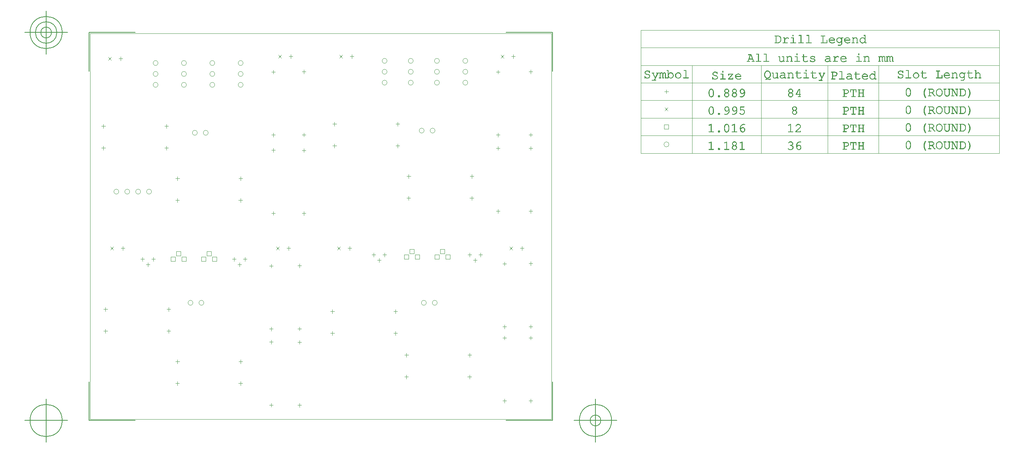
<source format=gbr>
G04 Generated by Ultiboard 14.2 *
%FSLAX33Y33*%
%MOMM*%

%ADD10C,0.001*%
%ADD11C,0.010*%
%ADD12C,0.100*%
%ADD13C,0.001*%
%ADD14C,0.127*%


G04 ColorRGB 000000 for the following layer *
%LNDrill Symbols-Copper Top-Copper Bottom*%
%LPD*%
G54D11*
X-16700Y112268D02*
X-15811Y112268D01*
X-16256Y111824D02*
X-16256Y112713D01*
X-19148Y111916D02*
X-18444Y112620D01*
X-19148Y112620D02*
X-18444Y111916D01*
X11208Y79248D02*
X12097Y79248D01*
X11652Y78804D02*
X11652Y79693D01*
X-3048Y78804D02*
X-3048Y79693D01*
X-3492Y79248D02*
X-2603Y79248D01*
X-3460Y84328D02*
X-2571Y84328D01*
X-3016Y83884D02*
X-3016Y84773D01*
X11684Y83884D02*
X11684Y84773D01*
X11240Y84328D02*
X12129Y84328D01*
X-20288Y90996D02*
X-20288Y91885D01*
X-20732Y91440D02*
X-19843Y91440D01*
X-5588Y90996D02*
X-5588Y91885D01*
X-6032Y91440D02*
X-5143Y91440D01*
X-20288Y96076D02*
X-20288Y96965D01*
X-20732Y96520D02*
X-19843Y96520D01*
X-6032Y96520D02*
X-5143Y96520D01*
X-5588Y96076D02*
X-5588Y96965D01*
X19304Y75788D02*
X19304Y76677D01*
X18860Y76232D02*
X19749Y76232D01*
X19304Y90488D02*
X19304Y91377D01*
X18860Y90932D02*
X19749Y90932D01*
X25972Y90900D02*
X26861Y90900D01*
X26416Y90456D02*
X26416Y91345D01*
X25972Y76200D02*
X26861Y76200D01*
X26416Y75756D02*
X26416Y76645D01*
X18860Y109188D02*
X19749Y109188D01*
X19304Y108744D02*
X19304Y109633D01*
X19304Y94044D02*
X19304Y94933D01*
X18860Y94488D02*
X19749Y94488D01*
X25972Y94520D02*
X26861Y94520D01*
X26416Y94076D02*
X26416Y94965D01*
X25972Y109220D02*
X26861Y109220D01*
X26416Y108776D02*
X26416Y109665D01*
X20476Y112424D02*
X21180Y113128D01*
X20476Y113128D02*
X21180Y112424D01*
X22924Y112776D02*
X23813Y112776D01*
X23368Y112332D02*
X23368Y113221D01*
X33560Y91504D02*
X33560Y92393D01*
X33116Y91948D02*
X34005Y91948D01*
X48260Y91504D02*
X48260Y92393D01*
X47816Y91948D02*
X48705Y91948D01*
X33560Y96584D02*
X33560Y97473D01*
X33116Y97028D02*
X34005Y97028D01*
X47816Y97028D02*
X48705Y97028D01*
X48260Y96584D02*
X48260Y97473D01*
X37592Y112332D02*
X37592Y113221D01*
X37148Y112776D02*
X38037Y112776D01*
X34700Y112424D02*
X35404Y113128D01*
X34700Y113128D02*
X35404Y112424D01*
X65056Y79756D02*
X65945Y79756D01*
X65500Y79312D02*
X65500Y80201D01*
X50356Y79756D02*
X51245Y79756D01*
X50800Y79312D02*
X50800Y80201D01*
X50832Y84392D02*
X50832Y85281D01*
X50388Y84836D02*
X51277Y84836D01*
X65088Y84836D02*
X65977Y84836D01*
X65532Y84392D02*
X65532Y85281D01*
X71628Y76264D02*
X71628Y77153D01*
X71184Y76708D02*
X72073Y76708D01*
X71184Y91408D02*
X72073Y91408D01*
X71628Y90964D02*
X71628Y91853D01*
X79248Y90964D02*
X79248Y91853D01*
X78804Y91408D02*
X79693Y91408D01*
X79248Y76264D02*
X79248Y77153D01*
X78804Y76708D02*
X79693Y76708D01*
X71628Y108744D02*
X71628Y109633D01*
X71184Y109188D02*
X72073Y109188D01*
X71628Y94044D02*
X71628Y94933D01*
X71184Y94488D02*
X72073Y94488D01*
X78804Y94520D02*
X79693Y94520D01*
X79248Y94076D02*
X79248Y94965D01*
X78804Y109220D02*
X79693Y109220D01*
X79248Y108776D02*
X79248Y109665D01*
X72292Y113128D02*
X72996Y112424D01*
X72292Y112424D02*
X72996Y113128D01*
X74740Y112776D02*
X75629Y112776D01*
X75184Y112332D02*
X75184Y113221D01*
X11208Y36576D02*
X12097Y36576D01*
X11652Y36132D02*
X11652Y37021D01*
X-3492Y36576D02*
X-2603Y36576D01*
X-3048Y36132D02*
X-3048Y37021D01*
X18352Y31528D02*
X19241Y31528D01*
X18796Y31084D02*
X18796Y31973D01*
X18352Y46228D02*
X19241Y46228D01*
X18796Y45784D02*
X18796Y46673D01*
X25400Y45752D02*
X25400Y46641D01*
X24956Y46196D02*
X25845Y46196D01*
X25400Y31052D02*
X25400Y31941D01*
X24956Y31496D02*
X25845Y31496D01*
X-3460Y41656D02*
X-2571Y41656D01*
X-3016Y41212D02*
X-3016Y42101D01*
X11684Y41212D02*
X11684Y42101D01*
X11240Y41656D02*
X12129Y41656D01*
X-20224Y48768D02*
X-19335Y48768D01*
X-19780Y48324D02*
X-19780Y49213D01*
X-5524Y48768D02*
X-4635Y48768D01*
X-5080Y48324D02*
X-5080Y49213D01*
X18352Y63976D02*
X19241Y63976D01*
X18796Y63532D02*
X18796Y64421D01*
X18796Y48832D02*
X18796Y49721D01*
X18352Y49276D02*
X19241Y49276D01*
X25400Y48864D02*
X25400Y49753D01*
X24956Y49308D02*
X25845Y49308D01*
X25400Y63564D02*
X25400Y64453D01*
X24956Y64008D02*
X25845Y64008D01*
X-20224Y53848D02*
X-19335Y53848D01*
X-19780Y53404D02*
X-19780Y54293D01*
X-5524Y53848D02*
X-4635Y53848D01*
X-5080Y53404D02*
X-5080Y54293D01*
X-15748Y67628D02*
X-15748Y68517D01*
X-16192Y68072D02*
X-15303Y68072D01*
X-18640Y68424D02*
X-17936Y67720D01*
X-18640Y67720D02*
X-17936Y68424D01*
X19968Y68424D02*
X20672Y67720D01*
X19968Y67720D02*
X20672Y68424D01*
X22416Y68072D02*
X23305Y68072D01*
X22860Y67628D02*
X22860Y68517D01*
X73152Y32068D02*
X73152Y32957D01*
X72708Y32512D02*
X73597Y32512D01*
X73152Y46768D02*
X73152Y47657D01*
X72708Y47212D02*
X73597Y47212D01*
X79248Y46768D02*
X79248Y47657D01*
X78804Y47212D02*
X79693Y47212D01*
X79248Y32068D02*
X79248Y32957D01*
X78804Y32512D02*
X79693Y32512D01*
X64992Y37656D02*
X64992Y38545D01*
X64548Y38100D02*
X65437Y38100D01*
X50292Y37656D02*
X50292Y38545D01*
X49848Y38100D02*
X50737Y38100D01*
X50324Y42736D02*
X50324Y43625D01*
X49880Y43180D02*
X50769Y43180D01*
X64580Y43180D02*
X65469Y43180D01*
X65024Y42736D02*
X65024Y43625D01*
X33052Y47816D02*
X33052Y48705D01*
X32608Y48260D02*
X33497Y48260D01*
X47752Y47816D02*
X47752Y48705D01*
X47308Y48260D02*
X48197Y48260D01*
X73152Y64040D02*
X73152Y64929D01*
X72708Y64484D02*
X73597Y64484D01*
X72708Y49784D02*
X73597Y49784D01*
X73152Y49340D02*
X73152Y50229D01*
X78804Y49816D02*
X79693Y49816D01*
X79248Y49372D02*
X79248Y50261D01*
X78804Y64516D02*
X79693Y64516D01*
X79248Y64072D02*
X79248Y64961D01*
X32608Y53340D02*
X33497Y53340D01*
X33052Y52896D02*
X33052Y53785D01*
X47308Y53340D02*
X48197Y53340D01*
X47752Y52896D02*
X47752Y53785D01*
X66294Y64834D02*
X66294Y65723D01*
X65850Y65278D02*
X66739Y65278D01*
X67120Y66548D02*
X68009Y66548D01*
X67564Y66104D02*
X67564Y66993D01*
X65024Y66104D02*
X65024Y66993D01*
X64580Y66548D02*
X65469Y66548D01*
X36640Y68072D02*
X37529Y68072D01*
X37084Y67628D02*
X37084Y68517D01*
X34192Y67720D02*
X34896Y68424D01*
X34192Y68424D02*
X34896Y67720D01*
X74324Y68424D02*
X75028Y67720D01*
X74324Y67720D02*
X75028Y68424D01*
X76772Y68072D02*
X77661Y68072D01*
X77216Y67628D02*
X77216Y68517D01*
X-10350Y64262D02*
X-9461Y64262D01*
X-9906Y63818D02*
X-9906Y64707D01*
X-9080Y65532D02*
X-8191Y65532D01*
X-8636Y65088D02*
X-8636Y65977D01*
X-11176Y65088D02*
X-11176Y65977D01*
X-11620Y65532D02*
X-10731Y65532D01*
X10986Y64262D02*
X11875Y64262D01*
X11430Y63818D02*
X11430Y64707D01*
X12256Y65532D02*
X13145Y65532D01*
X12700Y65088D02*
X12700Y65977D01*
X10160Y65088D02*
X10160Y65977D01*
X9716Y65532D02*
X10605Y65532D01*
X43942Y64834D02*
X43942Y65723D01*
X43498Y65278D02*
X44387Y65278D01*
X44768Y66548D02*
X45657Y66548D01*
X45212Y66104D02*
X45212Y66993D01*
X42672Y66104D02*
X42672Y66993D01*
X42228Y66548D02*
X43117Y66548D01*
X110503Y100842D02*
X111207Y100138D01*
X110503Y100138D02*
X111207Y100842D01*
X110411Y104590D02*
X111300Y104590D01*
X110855Y104146D02*
X110855Y105035D01*
G54D12*
X-12782Y81280D02*
G75*
D01*
G02X-12782Y81280I590J0*
G01*
X-15322Y81280D02*
G75*
D01*
G02X-15322Y81280I590J0*
G01*
X-17862Y81280D02*
G75*
D01*
G02X-17862Y81280I590J0*
G01*
X-10242Y81280D02*
G75*
D01*
G02X-10242Y81280I590J0*
G01*
X426Y94996D02*
G75*
D01*
G02X426Y94996I590J0*
G01*
X2966Y94996D02*
G75*
D01*
G02X2966Y94996I590J0*
G01*
X53258Y95504D02*
G75*
D01*
G02X53258Y95504I590J0*
G01*
X55798Y95504D02*
G75*
D01*
G02X55798Y95504I590J0*
G01*
X63418Y106680D02*
G75*
D01*
G02X63418Y106680I590J0*
G01*
X63418Y109220D02*
G75*
D01*
G02X63418Y109220I590J0*
G01*
X63418Y111760D02*
G75*
D01*
G02X63418Y111760I590J0*
G01*
X1950Y55372D02*
G75*
D01*
G02X1950Y55372I590J0*
G01*
X-590Y55372D02*
G75*
D01*
G02X-590Y55372I590J0*
G01*
X56306Y55372D02*
G75*
D01*
G02X56306Y55372I590J0*
G01*
X53766Y55372D02*
G75*
D01*
G02X53766Y55372I590J0*
G01*
X-4572Y65024D02*
X-3556Y65024D01*
X-3556Y66040D01*
X-4572Y66040D01*
X-4572Y65024D01*
X-3302Y66294D02*
X-2286Y66294D01*
X-2286Y67310D01*
X-3302Y67310D01*
X-3302Y66294D01*
X-2032Y65024D02*
X-1016Y65024D01*
X-1016Y66040D01*
X-2032Y66040D01*
X-2032Y65024D01*
X2540Y65024D02*
X3556Y65024D01*
X3556Y66040D01*
X2540Y66040D01*
X2540Y65024D01*
X3810Y66294D02*
X4826Y66294D01*
X4826Y67310D01*
X3810Y67310D01*
X3810Y66294D01*
X5080Y65024D02*
X6096Y65024D01*
X6096Y66040D01*
X5080Y66040D01*
X5080Y65024D01*
X49784Y65532D02*
X50800Y65532D01*
X50800Y66548D01*
X49784Y66548D01*
X49784Y65532D01*
X51054Y66802D02*
X52070Y66802D01*
X52070Y67818D01*
X51054Y67818D01*
X51054Y66802D01*
X52324Y65532D02*
X53340Y65532D01*
X53340Y66548D01*
X52324Y66548D01*
X52324Y65532D01*
X56896Y65532D02*
X57912Y65532D01*
X57912Y66548D01*
X56896Y66548D01*
X56896Y65532D01*
X58166Y66802D02*
X59182Y66802D01*
X59182Y67818D01*
X58166Y67818D01*
X58166Y66802D01*
X59436Y65532D02*
X60452Y65532D01*
X60452Y66548D01*
X59436Y66548D01*
X59436Y65532D01*
X56814Y109220D02*
G75*
D01*
G02X56814Y109220I590J0*
G01*
X56814Y106680D02*
G75*
D01*
G02X56814Y106680I590J0*
G01*
X56814Y111760D02*
G75*
D01*
G02X56814Y111760I590J0*
G01*
X50718Y109220D02*
G75*
D01*
G02X50718Y109220I590J0*
G01*
X50718Y106680D02*
G75*
D01*
G02X50718Y106680I590J0*
G01*
X50718Y111760D02*
G75*
D01*
G02X50718Y111760I590J0*
G01*
X44622Y106680D02*
G75*
D01*
G02X44622Y106680I590J0*
G01*
X44622Y109220D02*
G75*
D01*
G02X44622Y109220I590J0*
G01*
X44622Y111760D02*
G75*
D01*
G02X44622Y111760I590J0*
G01*
X4490Y108712D02*
G75*
D01*
G02X4490Y108712I590J0*
G01*
X4490Y106172D02*
G75*
D01*
G02X4490Y106172I590J0*
G01*
X4490Y111252D02*
G75*
D01*
G02X4490Y111252I590J0*
G01*
X11094Y106172D02*
G75*
D01*
G02X11094Y106172I590J0*
G01*
X11094Y108712D02*
G75*
D01*
G02X11094Y108712I590J0*
G01*
X11094Y111252D02*
G75*
D01*
G02X11094Y111252I590J0*
G01*
X-2114Y108712D02*
G75*
D01*
G02X-2114Y108712I590J0*
G01*
X-2114Y106172D02*
G75*
D01*
G02X-2114Y106172I590J0*
G01*
X-2114Y111252D02*
G75*
D01*
G02X-2114Y111252I590J0*
G01*
X-8718Y106172D02*
G75*
D01*
G02X-8718Y106172I590J0*
G01*
X-8718Y108712D02*
G75*
D01*
G02X-8718Y108712I590J0*
G01*
X-8718Y111252D02*
G75*
D01*
G02X-8718Y111252I590J0*
G01*
X110265Y92290D02*
G75*
D01*
G02X110265Y92290I590J0*
G01*
X110347Y95882D02*
X111363Y95882D01*
X111363Y96898D01*
X110347Y96898D01*
X110347Y95882D01*
G54D13*
G36*
X120694Y91131D02*
X120694Y91131D01*
X120694Y91180D01*
X120689Y91155D01*
X120694Y91131D01*
D02*
G37*
X120694Y91180D01*
X120689Y91155D01*
X120694Y91131D01*
G36*
X120694Y91180D02*
X120694Y91180D01*
X120694Y91131D01*
X120708Y91111D01*
X120694Y91180D01*
D02*
G37*
X120694Y91131D01*
X120708Y91111D01*
X120694Y91180D01*
G36*
X120708Y91111D02*
X120708Y91111D01*
X120708Y91200D01*
X120694Y91180D01*
X120708Y91111D01*
D02*
G37*
X120708Y91200D01*
X120694Y91180D01*
X120708Y91111D01*
G36*
X120708Y91200D02*
X120708Y91200D01*
X120708Y91111D01*
X120734Y91098D01*
X120708Y91200D01*
D02*
G37*
X120708Y91111D01*
X120734Y91098D01*
X120708Y91200D01*
G36*
X120734Y91098D02*
X120734Y91098D01*
X120734Y91212D01*
X120708Y91200D01*
X120734Y91098D01*
D02*
G37*
X120734Y91212D01*
X120708Y91200D01*
X120734Y91098D01*
G36*
X120734Y91212D02*
X120734Y91212D01*
X120734Y91098D01*
X120771Y91093D01*
X120734Y91212D01*
D02*
G37*
X120734Y91098D01*
X120771Y91093D01*
X120734Y91212D01*
G36*
X120771Y91093D02*
X120771Y91093D01*
X120771Y91216D01*
X120734Y91212D01*
X120771Y91093D01*
D02*
G37*
X120771Y91216D01*
X120734Y91212D01*
X120771Y91093D01*
G36*
X120771Y91216D02*
X120771Y91216D01*
X120771Y91093D01*
X121738Y91093D01*
X120771Y91216D01*
D02*
G37*
X120771Y91093D01*
X121738Y91093D01*
X120771Y91216D01*
G36*
X121738Y91093D02*
X121738Y91093D01*
X121193Y91216D01*
X120771Y91216D01*
X121738Y91093D01*
D02*
G37*
X121193Y91216D01*
X120771Y91216D01*
X121738Y91093D01*
G36*
X121193Y91216D02*
X121193Y91216D01*
X121738Y91093D01*
X121316Y91216D01*
X121193Y91216D01*
D02*
G37*
X121738Y91093D01*
X121316Y91216D01*
X121193Y91216D01*
G36*
X121316Y91216D02*
X121316Y91216D01*
X121193Y92787D01*
X121193Y91216D01*
X121316Y91216D01*
D02*
G37*
X121193Y92787D01*
X121193Y91216D01*
X121316Y91216D01*
G36*
X121193Y92787D02*
X121193Y92787D01*
X121316Y91216D01*
X121316Y92957D01*
X121193Y92787D01*
D02*
G37*
X121316Y91216D01*
X121316Y92957D01*
X121193Y92787D01*
G36*
X121316Y92957D02*
X121316Y92957D01*
X120792Y92661D01*
X121193Y92787D01*
X121316Y92957D01*
D02*
G37*
X120792Y92661D01*
X121193Y92787D01*
X121316Y92957D01*
G36*
X120792Y92661D02*
X120792Y92661D01*
X121316Y92957D01*
X120766Y92654D01*
X120792Y92661D01*
D02*
G37*
X121316Y92957D01*
X120766Y92654D01*
X120792Y92661D01*
G36*
X120754Y92779D02*
X120754Y92779D01*
X120723Y92767D01*
X120728Y92657D01*
X120754Y92779D01*
D02*
G37*
X120723Y92767D01*
X120728Y92657D01*
X120754Y92779D01*
G36*
X120754Y92779D01*
X120728Y92657D01*
X120749Y92652D01*
X120754Y92779D01*
D02*
G37*
X120728Y92657D01*
X120749Y92652D01*
X120754Y92779D01*
G36*
X120754Y92779D01*
X120749Y92652D01*
X120766Y92654D01*
X120754Y92779D01*
D02*
G37*
X120749Y92652D01*
X120766Y92654D01*
X120754Y92779D01*
G36*
X120754Y92779D01*
X120766Y92654D01*
X121316Y92957D01*
X120754Y92779D01*
D02*
G37*
X120766Y92654D01*
X121316Y92957D01*
X120754Y92779D01*
G36*
X120723Y92767D02*
X120723Y92767D01*
X120709Y92670D01*
X120728Y92657D01*
X120723Y92767D01*
D02*
G37*
X120709Y92670D01*
X120728Y92657D01*
X120723Y92767D01*
G36*
X120709Y92670D02*
X120709Y92670D01*
X120723Y92767D01*
X120705Y92755D01*
X120709Y92670D01*
D02*
G37*
X120723Y92767D01*
X120705Y92755D01*
X120709Y92670D01*
G36*
X120705Y92755D02*
X120705Y92755D01*
X120695Y92690D01*
X120709Y92670D01*
X120705Y92755D01*
D02*
G37*
X120695Y92690D01*
X120709Y92670D01*
X120705Y92755D01*
G36*
X120695Y92690D02*
X120695Y92690D01*
X120705Y92755D01*
X120694Y92735D01*
X120695Y92690D01*
D02*
G37*
X120705Y92755D01*
X120694Y92735D01*
X120695Y92690D01*
G36*
X120694Y92735D02*
X120694Y92735D01*
X120691Y92714D01*
X120695Y92690D01*
X120694Y92735D01*
D02*
G37*
X120691Y92714D01*
X120695Y92690D01*
X120694Y92735D01*
G36*
X121738Y91093D02*
X121738Y91093D01*
X121738Y91216D01*
X121316Y91216D01*
X121738Y91093D01*
D02*
G37*
X121738Y91216D01*
X121316Y91216D01*
X121738Y91093D01*
G36*
X121738Y91216D02*
X121738Y91216D01*
X121738Y91093D01*
X121776Y91098D01*
X121738Y91216D01*
D02*
G37*
X121738Y91093D01*
X121776Y91098D01*
X121738Y91216D01*
G36*
X121776Y91098D02*
X121776Y91098D01*
X121776Y91212D01*
X121738Y91216D01*
X121776Y91098D01*
D02*
G37*
X121776Y91212D01*
X121738Y91216D01*
X121776Y91098D01*
G36*
X121776Y91212D02*
X121776Y91212D01*
X121776Y91098D01*
X121801Y91111D01*
X121776Y91212D01*
D02*
G37*
X121776Y91098D01*
X121801Y91111D01*
X121776Y91212D01*
G36*
X121801Y91111D02*
X121801Y91111D01*
X121801Y91200D01*
X121776Y91212D01*
X121801Y91111D01*
D02*
G37*
X121801Y91200D01*
X121776Y91212D01*
X121801Y91111D01*
G36*
X121801Y91200D02*
X121801Y91200D01*
X121801Y91111D01*
X121815Y91131D01*
X121801Y91200D01*
D02*
G37*
X121801Y91111D01*
X121815Y91131D01*
X121801Y91200D01*
G36*
X121815Y91131D02*
X121815Y91131D01*
X121815Y91180D01*
X121801Y91200D01*
X121815Y91131D01*
D02*
G37*
X121815Y91180D01*
X121801Y91200D01*
X121815Y91131D01*
G36*
X121815Y91180D02*
X121815Y91180D01*
X121815Y91131D01*
X121820Y91155D01*
X121815Y91180D01*
D02*
G37*
X121815Y91131D01*
X121820Y91155D01*
X121815Y91180D01*
G36*
X123030Y91446D02*
X123030Y91446D01*
X122955Y91432D01*
X123030Y91446D01*
D02*
G37*
X122955Y91432D01*
X123030Y91446D01*
G36*
X123030Y91446D01*
X122955Y91432D01*
X122890Y91389D01*
X123030Y91446D01*
D02*
G37*
X122955Y91432D01*
X122890Y91389D01*
X123030Y91446D01*
G36*
X123030Y91446D01*
X122890Y91389D01*
X122846Y91325D01*
X123030Y91446D01*
D02*
G37*
X122890Y91389D01*
X122846Y91325D01*
X123030Y91446D01*
G36*
X123030Y91446D01*
X122846Y91325D01*
X122831Y91247D01*
X123030Y91446D01*
D02*
G37*
X122846Y91325D01*
X122831Y91247D01*
X123030Y91446D01*
G36*
X123030Y91446D01*
X122831Y91247D01*
X122845Y91171D01*
X123030Y91446D01*
D02*
G37*
X122831Y91247D01*
X122845Y91171D01*
X123030Y91446D01*
G36*
X123030Y91446D01*
X122845Y91171D01*
X122889Y91107D01*
X123030Y91446D01*
D02*
G37*
X122845Y91171D01*
X122889Y91107D01*
X123030Y91446D01*
G36*
X123030Y91446D01*
X122889Y91107D01*
X122954Y91064D01*
X123030Y91446D01*
D02*
G37*
X122889Y91107D01*
X122954Y91064D01*
X123030Y91446D01*
G36*
X123030Y91446D01*
X122954Y91064D01*
X123030Y91050D01*
X123030Y91446D01*
D02*
G37*
X122954Y91064D01*
X123030Y91050D01*
X123030Y91446D01*
G36*
X123030Y91446D01*
X123030Y91050D01*
X123083Y91050D01*
X123030Y91446D01*
D02*
G37*
X123030Y91050D01*
X123083Y91050D01*
X123030Y91446D01*
G36*
X123030Y91446D01*
X123083Y91050D01*
X123158Y91064D01*
X123030Y91446D01*
D02*
G37*
X123083Y91050D01*
X123158Y91064D01*
X123030Y91446D01*
G36*
X123030Y91446D01*
X123158Y91064D01*
X123223Y91107D01*
X123030Y91446D01*
D02*
G37*
X123158Y91064D01*
X123223Y91107D01*
X123030Y91446D01*
G36*
X123030Y91446D01*
X123223Y91107D01*
X123267Y91171D01*
X123030Y91446D01*
D02*
G37*
X123223Y91107D01*
X123267Y91171D01*
X123030Y91446D01*
G36*
X123030Y91446D01*
X123267Y91171D01*
X123282Y91249D01*
X123030Y91446D01*
D02*
G37*
X123267Y91171D01*
X123282Y91249D01*
X123030Y91446D01*
G36*
X123030Y91446D01*
X123282Y91249D01*
X123267Y91325D01*
X123030Y91446D01*
D02*
G37*
X123282Y91249D01*
X123267Y91325D01*
X123030Y91446D01*
G36*
X123030Y91446D01*
X123267Y91325D01*
X123223Y91389D01*
X123030Y91446D01*
D02*
G37*
X123267Y91325D01*
X123223Y91389D01*
X123030Y91446D01*
G36*
X123030Y91446D01*
X123223Y91389D01*
X123159Y91432D01*
X123030Y91446D01*
D02*
G37*
X123223Y91389D01*
X123159Y91432D01*
X123030Y91446D01*
G36*
X123030Y91446D01*
X123159Y91432D01*
X123083Y91446D01*
X123030Y91446D01*
D02*
G37*
X123159Y91432D01*
X123083Y91446D01*
X123030Y91446D01*
G36*
X124295Y91131D02*
X124295Y91131D01*
X124295Y91180D01*
X124290Y91155D01*
X124295Y91131D01*
D02*
G37*
X124295Y91180D01*
X124290Y91155D01*
X124295Y91131D01*
G36*
X124295Y91180D02*
X124295Y91180D01*
X124295Y91131D01*
X124309Y91111D01*
X124295Y91180D01*
D02*
G37*
X124295Y91131D01*
X124309Y91111D01*
X124295Y91180D01*
G36*
X124309Y91111D02*
X124309Y91111D01*
X124309Y91200D01*
X124295Y91180D01*
X124309Y91111D01*
D02*
G37*
X124309Y91200D01*
X124295Y91180D01*
X124309Y91111D01*
G36*
X124309Y91200D02*
X124309Y91200D01*
X124309Y91111D01*
X124334Y91098D01*
X124309Y91200D01*
D02*
G37*
X124309Y91111D01*
X124334Y91098D01*
X124309Y91200D01*
G36*
X124334Y91098D02*
X124334Y91098D01*
X124334Y91212D01*
X124309Y91200D01*
X124334Y91098D01*
D02*
G37*
X124334Y91212D01*
X124309Y91200D01*
X124334Y91098D01*
G36*
X124334Y91212D02*
X124334Y91212D01*
X124334Y91098D01*
X124372Y91093D01*
X124334Y91212D01*
D02*
G37*
X124334Y91098D01*
X124372Y91093D01*
X124334Y91212D01*
G36*
X124372Y91093D02*
X124372Y91093D01*
X124372Y91216D01*
X124334Y91212D01*
X124372Y91093D01*
D02*
G37*
X124372Y91216D01*
X124334Y91212D01*
X124372Y91093D01*
G36*
X124372Y91216D02*
X124372Y91216D01*
X124372Y91093D01*
X125339Y91093D01*
X124372Y91216D01*
D02*
G37*
X124372Y91093D01*
X125339Y91093D01*
X124372Y91216D01*
G36*
X125339Y91093D02*
X125339Y91093D01*
X124794Y91216D01*
X124372Y91216D01*
X125339Y91093D01*
D02*
G37*
X124794Y91216D01*
X124372Y91216D01*
X125339Y91093D01*
G36*
X124794Y91216D02*
X124794Y91216D01*
X125339Y91093D01*
X124917Y91216D01*
X124794Y91216D01*
D02*
G37*
X125339Y91093D01*
X124917Y91216D01*
X124794Y91216D01*
G36*
X124917Y91216D02*
X124917Y91216D01*
X124794Y92787D01*
X124794Y91216D01*
X124917Y91216D01*
D02*
G37*
X124794Y92787D01*
X124794Y91216D01*
X124917Y91216D01*
G36*
X124794Y92787D02*
X124794Y92787D01*
X124917Y91216D01*
X124917Y92957D01*
X124794Y92787D01*
D02*
G37*
X124917Y91216D01*
X124917Y92957D01*
X124794Y92787D01*
G36*
X124917Y92957D02*
X124917Y92957D01*
X124392Y92661D01*
X124794Y92787D01*
X124917Y92957D01*
D02*
G37*
X124392Y92661D01*
X124794Y92787D01*
X124917Y92957D01*
G36*
X124392Y92661D02*
X124392Y92661D01*
X124917Y92957D01*
X124367Y92654D01*
X124392Y92661D01*
D02*
G37*
X124917Y92957D01*
X124367Y92654D01*
X124392Y92661D01*
G36*
X124354Y92779D02*
X124354Y92779D01*
X124324Y92767D01*
X124329Y92657D01*
X124354Y92779D01*
D02*
G37*
X124324Y92767D01*
X124329Y92657D01*
X124354Y92779D01*
G36*
X124354Y92779D01*
X124329Y92657D01*
X124350Y92652D01*
X124354Y92779D01*
D02*
G37*
X124329Y92657D01*
X124350Y92652D01*
X124354Y92779D01*
G36*
X124354Y92779D01*
X124350Y92652D01*
X124367Y92654D01*
X124354Y92779D01*
D02*
G37*
X124350Y92652D01*
X124367Y92654D01*
X124354Y92779D01*
G36*
X124354Y92779D01*
X124367Y92654D01*
X124917Y92957D01*
X124354Y92779D01*
D02*
G37*
X124367Y92654D01*
X124917Y92957D01*
X124354Y92779D01*
G36*
X124324Y92767D02*
X124324Y92767D01*
X124310Y92670D01*
X124329Y92657D01*
X124324Y92767D01*
D02*
G37*
X124310Y92670D01*
X124329Y92657D01*
X124324Y92767D01*
G36*
X124310Y92670D02*
X124310Y92670D01*
X124324Y92767D01*
X124306Y92755D01*
X124310Y92670D01*
D02*
G37*
X124324Y92767D01*
X124306Y92755D01*
X124310Y92670D01*
G36*
X124306Y92755D02*
X124306Y92755D01*
X124296Y92690D01*
X124310Y92670D01*
X124306Y92755D01*
D02*
G37*
X124296Y92690D01*
X124310Y92670D01*
X124306Y92755D01*
G36*
X124296Y92690D02*
X124296Y92690D01*
X124306Y92755D01*
X124295Y92735D01*
X124296Y92690D01*
D02*
G37*
X124306Y92755D01*
X124295Y92735D01*
X124296Y92690D01*
G36*
X124295Y92735D02*
X124295Y92735D01*
X124291Y92714D01*
X124296Y92690D01*
X124295Y92735D01*
D02*
G37*
X124291Y92714D01*
X124296Y92690D01*
X124295Y92735D01*
G36*
X125339Y91093D02*
X125339Y91093D01*
X125339Y91216D01*
X124917Y91216D01*
X125339Y91093D01*
D02*
G37*
X125339Y91216D01*
X124917Y91216D01*
X125339Y91093D01*
G36*
X125339Y91216D02*
X125339Y91216D01*
X125339Y91093D01*
X125376Y91098D01*
X125339Y91216D01*
D02*
G37*
X125339Y91093D01*
X125376Y91098D01*
X125339Y91216D01*
G36*
X125376Y91098D02*
X125376Y91098D01*
X125376Y91212D01*
X125339Y91216D01*
X125376Y91098D01*
D02*
G37*
X125376Y91212D01*
X125339Y91216D01*
X125376Y91098D01*
G36*
X125376Y91212D02*
X125376Y91212D01*
X125376Y91098D01*
X125402Y91111D01*
X125376Y91212D01*
D02*
G37*
X125376Y91098D01*
X125402Y91111D01*
X125376Y91212D01*
G36*
X125402Y91111D02*
X125402Y91111D01*
X125402Y91200D01*
X125376Y91212D01*
X125402Y91111D01*
D02*
G37*
X125402Y91200D01*
X125376Y91212D01*
X125402Y91111D01*
G36*
X125402Y91200D02*
X125402Y91200D01*
X125402Y91111D01*
X125416Y91131D01*
X125402Y91200D01*
D02*
G37*
X125402Y91111D01*
X125416Y91131D01*
X125402Y91200D01*
G36*
X125416Y91131D02*
X125416Y91131D01*
X125416Y91180D01*
X125402Y91200D01*
X125416Y91131D01*
D02*
G37*
X125416Y91180D01*
X125402Y91200D01*
X125416Y91131D01*
G36*
X125416Y91180D02*
X125416Y91180D01*
X125416Y91131D01*
X125421Y91155D01*
X125416Y91180D01*
D02*
G37*
X125416Y91131D01*
X125421Y91155D01*
X125416Y91180D01*
G36*
X126945Y92738D02*
X126945Y92738D01*
X126952Y92890D01*
X126883Y92787D01*
X126945Y92738D01*
D02*
G37*
X126952Y92890D01*
X126883Y92787D01*
X126945Y92738D01*
G36*
X126952Y92890D02*
X126952Y92890D01*
X126945Y92738D01*
X126996Y92678D01*
X126952Y92890D01*
D02*
G37*
X126945Y92738D01*
X126996Y92678D01*
X126952Y92890D01*
G36*
X126996Y92678D02*
X126996Y92678D01*
X127033Y92824D01*
X126952Y92890D01*
X126996Y92678D01*
D02*
G37*
X127033Y92824D01*
X126952Y92890D01*
X126996Y92678D01*
G36*
X127033Y92824D02*
X127033Y92824D01*
X126996Y92678D01*
X127055Y92542D01*
X127033Y92824D01*
D02*
G37*
X126996Y92678D01*
X127055Y92542D01*
X127033Y92824D01*
G36*
X127055Y92542D02*
X127055Y92542D01*
X127101Y92745D01*
X127033Y92824D01*
X127055Y92542D01*
D02*
G37*
X127101Y92745D01*
X127033Y92824D01*
X127055Y92542D01*
G36*
X127101Y92745D02*
X127101Y92745D01*
X127055Y92542D01*
X127063Y92466D01*
X127101Y92745D01*
D02*
G37*
X127055Y92542D01*
X127063Y92466D01*
X127101Y92745D01*
G36*
X127063Y92466D02*
X127063Y92466D01*
X127104Y92210D01*
X127101Y92745D01*
X127063Y92466D01*
D02*
G37*
X127104Y92210D01*
X127101Y92745D01*
X127063Y92466D01*
G36*
X127104Y92210D02*
X127104Y92210D01*
X127063Y92466D01*
X127055Y92397D01*
X127104Y92210D01*
D02*
G37*
X127063Y92466D01*
X127055Y92397D01*
X127104Y92210D01*
G36*
X127055Y92397D02*
X127055Y92397D01*
X127025Y92127D01*
X127104Y92210D01*
X127055Y92397D01*
D02*
G37*
X127025Y92127D01*
X127104Y92210D01*
X127055Y92397D01*
G36*
X127025Y92127D02*
X127025Y92127D01*
X127055Y92397D01*
X126997Y92272D01*
X127025Y92127D01*
D02*
G37*
X127055Y92397D01*
X126997Y92272D01*
X127025Y92127D01*
G36*
X126997Y92272D02*
X126997Y92272D01*
X126946Y92216D01*
X127025Y92127D01*
X126997Y92272D01*
D02*
G37*
X126946Y92216D01*
X127025Y92127D01*
X126997Y92272D01*
G36*
X126656Y92851D02*
X126656Y92851D01*
X126657Y92976D01*
X126574Y92844D01*
X126656Y92851D01*
D02*
G37*
X126657Y92976D01*
X126574Y92844D01*
X126656Y92851D01*
G36*
X126657Y92976D02*
X126657Y92976D01*
X126656Y92851D01*
X126738Y92844D01*
X126657Y92976D01*
D02*
G37*
X126656Y92851D01*
X126738Y92844D01*
X126657Y92976D01*
G36*
X126738Y92844D02*
X126738Y92844D01*
X126763Y92966D01*
X126657Y92976D01*
X126738Y92844D01*
D02*
G37*
X126763Y92966D01*
X126657Y92976D01*
X126738Y92844D01*
G36*
X126763Y92966D02*
X126763Y92966D01*
X126738Y92844D01*
X126883Y92787D01*
X126763Y92966D01*
D02*
G37*
X126738Y92844D01*
X126883Y92787D01*
X126763Y92966D01*
G36*
X126883Y92787D02*
X126883Y92787D01*
X126952Y92890D01*
X126763Y92966D01*
X126883Y92787D01*
D02*
G37*
X126952Y92890D01*
X126763Y92966D01*
X126883Y92787D01*
G36*
X126551Y92966D02*
X126551Y92966D01*
X126363Y92890D01*
X126368Y92737D01*
X126551Y92966D01*
D02*
G37*
X126363Y92890D01*
X126368Y92737D01*
X126551Y92966D01*
G36*
X126551Y92966D01*
X126368Y92737D01*
X126430Y92787D01*
X126551Y92966D01*
D02*
G37*
X126368Y92737D01*
X126430Y92787D01*
X126551Y92966D01*
G36*
X126551Y92966D01*
X126430Y92787D01*
X126574Y92844D01*
X126551Y92966D01*
D02*
G37*
X126430Y92787D01*
X126574Y92844D01*
X126551Y92966D01*
G36*
X126551Y92966D01*
X126574Y92844D01*
X126657Y92976D01*
X126551Y92966D01*
D02*
G37*
X126574Y92844D01*
X126657Y92976D01*
X126551Y92966D01*
G36*
X126257Y92543D02*
X126257Y92543D01*
X126281Y92824D01*
X126250Y92467D01*
X126257Y92543D01*
D02*
G37*
X126281Y92824D01*
X126250Y92467D01*
X126257Y92543D01*
G36*
X126281Y92824D02*
X126281Y92824D01*
X126257Y92543D01*
X126316Y92677D01*
X126281Y92824D01*
D02*
G37*
X126257Y92543D01*
X126316Y92677D01*
X126281Y92824D01*
G36*
X126316Y92677D02*
X126316Y92677D01*
X126363Y92890D01*
X126281Y92824D01*
X126316Y92677D01*
D02*
G37*
X126363Y92890D01*
X126281Y92824D01*
X126316Y92677D01*
G36*
X126363Y92890D02*
X126363Y92890D01*
X126316Y92677D01*
X126368Y92737D01*
X126363Y92890D01*
D02*
G37*
X126316Y92677D01*
X126368Y92737D01*
X126363Y92890D01*
G36*
X126366Y92216D02*
X126366Y92216D01*
X126406Y92047D01*
X126428Y92169D01*
X126366Y92216D01*
D02*
G37*
X126406Y92047D01*
X126428Y92169D01*
X126366Y92216D01*
G36*
X126406Y92047D02*
X126406Y92047D01*
X126366Y92216D01*
X126315Y92272D01*
X126406Y92047D01*
D02*
G37*
X126366Y92216D01*
X126315Y92272D01*
X126406Y92047D01*
G36*
X126315Y92272D02*
X126315Y92272D01*
X126290Y92126D01*
X126406Y92047D01*
X126315Y92272D01*
D02*
G37*
X126290Y92126D01*
X126406Y92047D01*
X126315Y92272D01*
G36*
X126290Y92126D02*
X126290Y92126D01*
X126315Y92272D01*
X126257Y92398D01*
X126290Y92126D01*
D02*
G37*
X126315Y92272D01*
X126257Y92398D01*
X126290Y92126D01*
G36*
X126257Y92398D02*
X126257Y92398D01*
X126213Y92745D01*
X126290Y92126D01*
X126257Y92398D01*
D02*
G37*
X126213Y92745D01*
X126290Y92126D01*
X126257Y92398D01*
G36*
X126213Y92745D02*
X126213Y92745D01*
X126257Y92398D01*
X126250Y92467D01*
X126213Y92745D01*
D02*
G37*
X126257Y92398D01*
X126250Y92467D01*
X126213Y92745D01*
G36*
X126250Y92467D02*
X126250Y92467D01*
X126281Y92824D01*
X126213Y92745D01*
X126250Y92467D01*
D02*
G37*
X126281Y92824D01*
X126213Y92745D01*
X126250Y92467D01*
G36*
X127179Y92568D02*
X127179Y92568D01*
X127101Y92745D01*
X127104Y92210D01*
X127179Y92568D01*
D02*
G37*
X127101Y92745D01*
X127104Y92210D01*
X127179Y92568D01*
G36*
X127179Y92568D01*
X127104Y92210D01*
X127167Y92333D01*
X127179Y92568D01*
D02*
G37*
X127104Y92210D01*
X127167Y92333D01*
X127179Y92568D01*
G36*
X127179Y92568D01*
X127167Y92333D01*
X127189Y92470D01*
X127179Y92568D01*
D02*
G37*
X127167Y92333D01*
X127189Y92470D01*
X127179Y92568D01*
G36*
X126909Y92047D02*
X126909Y92047D01*
X127025Y92127D01*
X126946Y92216D01*
X126909Y92047D01*
D02*
G37*
X127025Y92127D01*
X126946Y92216D01*
X126909Y92047D01*
G36*
X126909Y92047D01*
X126946Y92216D01*
X126884Y92169D01*
X126909Y92047D01*
D02*
G37*
X126946Y92216D01*
X126884Y92169D01*
X126909Y92047D01*
G36*
X126909Y92047D01*
X126884Y92169D01*
X126904Y91919D01*
X126909Y92047D01*
D02*
G37*
X126884Y92169D01*
X126904Y91919D01*
X126909Y92047D01*
G36*
X126909Y92047D01*
X126904Y91919D01*
X126970Y91867D01*
X126909Y92047D01*
D02*
G37*
X126904Y91919D01*
X126970Y91867D01*
X126909Y92047D01*
G36*
X126909Y92047D01*
X126970Y91867D01*
X127044Y91960D01*
X126909Y92047D01*
D02*
G37*
X126970Y91867D01*
X127044Y91960D01*
X126909Y92047D01*
G36*
X126884Y92169D02*
X126884Y92169D01*
X126747Y91979D01*
X126904Y91919D01*
X126884Y92169D01*
D02*
G37*
X126747Y91979D01*
X126904Y91919D01*
X126884Y92169D01*
G36*
X126747Y91979D02*
X126747Y91979D01*
X126884Y92169D01*
X126739Y92115D01*
X126747Y91979D01*
D02*
G37*
X126884Y92169D01*
X126739Y92115D01*
X126747Y91979D01*
G36*
X126739Y92115D02*
X126739Y92115D01*
X126657Y91987D01*
X126747Y91979D01*
X126739Y92115D01*
D02*
G37*
X126657Y91987D01*
X126747Y91979D01*
X126739Y92115D01*
G36*
X126657Y91987D02*
X126657Y91987D01*
X126739Y92115D01*
X126656Y92109D01*
X126657Y91987D01*
D02*
G37*
X126739Y92115D01*
X126656Y92109D01*
X126657Y91987D01*
G36*
X126656Y92109D02*
X126656Y92109D01*
X126573Y92115D01*
X126657Y91987D01*
X126656Y92109D01*
D02*
G37*
X126573Y92115D01*
X126657Y91987D01*
X126656Y92109D01*
G36*
X126344Y91867D02*
X126344Y91867D01*
X126406Y92047D01*
X126288Y91804D01*
X126344Y91867D01*
D02*
G37*
X126406Y92047D01*
X126288Y91804D01*
X126344Y91867D01*
G36*
X126406Y92047D02*
X126406Y92047D01*
X126344Y91867D01*
X126410Y91919D01*
X126406Y92047D01*
D02*
G37*
X126344Y91867D01*
X126410Y91919D01*
X126406Y92047D01*
G36*
X126410Y91919D02*
X126410Y91919D01*
X126428Y92169D01*
X126406Y92047D01*
X126410Y91919D01*
D02*
G37*
X126428Y92169D01*
X126406Y92047D01*
X126410Y91919D01*
G36*
X126428Y92169D02*
X126428Y92169D01*
X126410Y91919D01*
X126567Y91979D01*
X126428Y92169D01*
D02*
G37*
X126410Y91919D01*
X126567Y91979D01*
X126428Y92169D01*
G36*
X126567Y91979D02*
X126567Y91979D01*
X126573Y92115D01*
X126428Y92169D01*
X126567Y91979D01*
D02*
G37*
X126573Y92115D01*
X126428Y92169D01*
X126567Y91979D01*
G36*
X126573Y92115D02*
X126573Y92115D01*
X126567Y91979D01*
X126657Y91987D01*
X126573Y92115D01*
D02*
G37*
X126567Y91979D01*
X126657Y91987D01*
X126573Y92115D01*
G36*
X126213Y92745D02*
X126213Y92745D01*
X126135Y92568D01*
X126146Y92333D01*
X126213Y92745D01*
D02*
G37*
X126135Y92568D01*
X126146Y92333D01*
X126213Y92745D01*
G36*
X126213Y92745D01*
X126146Y92333D01*
X126210Y92208D01*
X126213Y92745D01*
D02*
G37*
X126146Y92333D01*
X126210Y92208D01*
X126213Y92745D01*
G36*
X126213Y92745D01*
X126210Y92208D01*
X126290Y92126D01*
X126213Y92745D01*
D02*
G37*
X126210Y92208D01*
X126290Y92126D01*
X126213Y92745D01*
G36*
X127200Y91723D02*
X127200Y91723D01*
X127209Y91482D01*
X127219Y91587D01*
X127200Y91723D01*
D02*
G37*
X127209Y91482D01*
X127219Y91587D01*
X127200Y91723D01*
G36*
X127209Y91482D02*
X127209Y91482D01*
X127200Y91723D01*
X127141Y91850D01*
X127209Y91482D01*
D02*
G37*
X127200Y91723D01*
X127141Y91850D01*
X127209Y91482D01*
G36*
X127141Y91850D02*
X127141Y91850D01*
X127127Y91293D01*
X127209Y91482D01*
X127141Y91850D01*
D02*
G37*
X127127Y91293D01*
X127209Y91482D01*
X127141Y91850D01*
G36*
X127127Y91293D02*
X127127Y91293D01*
X127141Y91850D01*
X127096Y91584D01*
X127127Y91293D01*
D02*
G37*
X127141Y91850D01*
X127096Y91584D01*
X127127Y91293D01*
G36*
X127096Y91584D02*
X127096Y91584D01*
X127089Y91504D01*
X127127Y91293D01*
X127096Y91584D01*
D02*
G37*
X127089Y91504D01*
X127127Y91293D01*
X127096Y91584D01*
G36*
X127026Y91804D02*
X127026Y91804D01*
X127044Y91960D01*
X126970Y91867D01*
X127026Y91804D01*
D02*
G37*
X127044Y91960D01*
X126970Y91867D01*
X127026Y91804D01*
G36*
X127044Y91960D02*
X127044Y91960D01*
X127026Y91804D01*
X127089Y91663D01*
X127044Y91960D01*
D02*
G37*
X127026Y91804D01*
X127089Y91663D01*
X127044Y91960D01*
G36*
X127089Y91663D02*
X127089Y91663D01*
X127141Y91850D01*
X127044Y91960D01*
X127089Y91663D01*
D02*
G37*
X127141Y91850D01*
X127044Y91960D01*
X127089Y91663D01*
G36*
X127141Y91850D02*
X127141Y91850D01*
X127089Y91663D01*
X127096Y91584D01*
X127141Y91850D01*
D02*
G37*
X127089Y91663D01*
X127096Y91584D01*
X127141Y91850D01*
G36*
X127055Y91209D02*
X127055Y91209D01*
X127127Y91293D01*
X127089Y91504D01*
X127055Y91209D01*
D02*
G37*
X127127Y91293D01*
X127089Y91504D01*
X127055Y91209D01*
G36*
X127055Y91209D01*
X127089Y91504D01*
X127025Y91360D01*
X127055Y91209D01*
D02*
G37*
X127089Y91504D01*
X127025Y91360D01*
X127055Y91209D01*
G36*
X127055Y91209D01*
X127025Y91360D01*
X126970Y91296D01*
X127055Y91209D01*
D02*
G37*
X127025Y91360D01*
X126970Y91296D01*
X127055Y91209D01*
G36*
X127055Y91209D01*
X126970Y91296D01*
X126969Y91139D01*
X127055Y91209D01*
D02*
G37*
X126970Y91296D01*
X126969Y91139D01*
X127055Y91209D01*
G36*
X126903Y91242D02*
X126903Y91242D01*
X126746Y91180D01*
X126770Y91059D01*
X126903Y91242D01*
D02*
G37*
X126746Y91180D01*
X126770Y91059D01*
X126903Y91242D01*
G36*
X126903Y91242D01*
X126770Y91059D01*
X126969Y91139D01*
X126903Y91242D01*
D02*
G37*
X126770Y91059D01*
X126969Y91139D01*
X126903Y91242D01*
G36*
X126903Y91242D01*
X126969Y91139D01*
X126970Y91296D01*
X126903Y91242D01*
D02*
G37*
X126969Y91139D01*
X126970Y91296D01*
X126903Y91242D01*
G36*
X126345Y91139D02*
X126345Y91139D01*
X126411Y91242D01*
X126344Y91296D01*
X126345Y91139D01*
D02*
G37*
X126411Y91242D01*
X126344Y91296D01*
X126345Y91139D01*
G36*
X126411Y91242D02*
X126411Y91242D01*
X126345Y91139D01*
X126544Y91059D01*
X126411Y91242D01*
D02*
G37*
X126345Y91139D01*
X126544Y91059D01*
X126411Y91242D01*
G36*
X126544Y91059D02*
X126544Y91059D01*
X126568Y91180D01*
X126411Y91242D01*
X126544Y91059D01*
D02*
G37*
X126568Y91180D01*
X126411Y91242D01*
X126544Y91059D01*
G36*
X126568Y91180D02*
X126568Y91180D01*
X126544Y91059D01*
X126657Y91050D01*
X126568Y91180D01*
D02*
G37*
X126544Y91059D01*
X126657Y91050D01*
X126568Y91180D01*
G36*
X126657Y91050D02*
X126657Y91050D01*
X126657Y91173D01*
X126568Y91180D01*
X126657Y91050D01*
D02*
G37*
X126657Y91173D01*
X126568Y91180D01*
X126657Y91050D01*
G36*
X126657Y91173D02*
X126657Y91173D01*
X126657Y91050D01*
X126770Y91059D01*
X126657Y91173D01*
D02*
G37*
X126657Y91050D01*
X126770Y91059D01*
X126657Y91173D01*
G36*
X126770Y91059D02*
X126770Y91059D01*
X126746Y91180D01*
X126657Y91173D01*
X126770Y91059D01*
D02*
G37*
X126746Y91180D01*
X126657Y91173D01*
X126770Y91059D01*
G36*
X126187Y91293D02*
X126187Y91293D01*
X126225Y91505D01*
X126218Y91586D01*
X126187Y91293D01*
D02*
G37*
X126225Y91505D01*
X126218Y91586D01*
X126187Y91293D01*
G36*
X126225Y91505D02*
X126225Y91505D01*
X126187Y91293D01*
X126259Y91209D01*
X126225Y91505D01*
D02*
G37*
X126187Y91293D01*
X126259Y91209D01*
X126225Y91505D01*
G36*
X126259Y91209D02*
X126259Y91209D01*
X126289Y91360D01*
X126225Y91505D01*
X126259Y91209D01*
D02*
G37*
X126289Y91360D01*
X126225Y91505D01*
X126259Y91209D01*
G36*
X126289Y91360D02*
X126289Y91360D01*
X126259Y91209D01*
X126345Y91139D01*
X126289Y91360D01*
D02*
G37*
X126259Y91209D01*
X126345Y91139D01*
X126289Y91360D01*
G36*
X126345Y91139D02*
X126345Y91139D01*
X126344Y91296D01*
X126289Y91360D01*
X126345Y91139D01*
D02*
G37*
X126344Y91296D01*
X126289Y91360D01*
X126345Y91139D01*
G36*
X126105Y91482D02*
X126105Y91482D01*
X126114Y91722D01*
X126094Y91587D01*
X126105Y91482D01*
D02*
G37*
X126114Y91722D01*
X126094Y91587D01*
X126105Y91482D01*
G36*
X126114Y91722D02*
X126114Y91722D01*
X126105Y91482D01*
X126187Y91293D01*
X126114Y91722D01*
D02*
G37*
X126105Y91482D01*
X126187Y91293D01*
X126114Y91722D01*
G36*
X126187Y91293D02*
X126187Y91293D01*
X126173Y91849D01*
X126114Y91722D01*
X126187Y91293D01*
D02*
G37*
X126173Y91849D01*
X126114Y91722D01*
X126187Y91293D01*
G36*
X126173Y91849D02*
X126173Y91849D01*
X126187Y91293D01*
X126225Y91664D01*
X126173Y91849D01*
D02*
G37*
X126187Y91293D01*
X126225Y91664D01*
X126173Y91849D01*
G36*
X126225Y91664D02*
X126225Y91664D01*
X126270Y91959D01*
X126173Y91849D01*
X126225Y91664D01*
D02*
G37*
X126270Y91959D01*
X126173Y91849D01*
X126225Y91664D01*
G36*
X126270Y91959D02*
X126270Y91959D01*
X126225Y91664D01*
X126288Y91804D01*
X126270Y91959D01*
D02*
G37*
X126225Y91664D01*
X126288Y91804D01*
X126270Y91959D01*
G36*
X126288Y91804D02*
X126288Y91804D01*
X126406Y92047D01*
X126270Y91959D01*
X126288Y91804D01*
D02*
G37*
X126406Y92047D01*
X126270Y91959D01*
X126288Y91804D01*
G36*
X126225Y91664D02*
X126225Y91664D01*
X126187Y91293D01*
X126218Y91586D01*
X126225Y91664D01*
D02*
G37*
X126187Y91293D01*
X126218Y91586D01*
X126225Y91664D01*
G36*
X126146Y92333D02*
X126146Y92333D01*
X126135Y92568D01*
X126125Y92470D01*
X126146Y92333D01*
D02*
G37*
X126135Y92568D01*
X126125Y92470D01*
X126146Y92333D01*
G36*
X127895Y91131D02*
X127895Y91131D01*
X127895Y91180D01*
X127890Y91155D01*
X127895Y91131D01*
D02*
G37*
X127895Y91180D01*
X127890Y91155D01*
X127895Y91131D01*
G36*
X127895Y91180D02*
X127895Y91180D01*
X127895Y91131D01*
X127909Y91111D01*
X127895Y91180D01*
D02*
G37*
X127895Y91131D01*
X127909Y91111D01*
X127895Y91180D01*
G36*
X127909Y91111D02*
X127909Y91111D01*
X127909Y91200D01*
X127895Y91180D01*
X127909Y91111D01*
D02*
G37*
X127909Y91200D01*
X127895Y91180D01*
X127909Y91111D01*
G36*
X127909Y91200D02*
X127909Y91200D01*
X127909Y91111D01*
X127935Y91098D01*
X127909Y91200D01*
D02*
G37*
X127909Y91111D01*
X127935Y91098D01*
X127909Y91200D01*
G36*
X127935Y91098D02*
X127935Y91098D01*
X127935Y91212D01*
X127909Y91200D01*
X127935Y91098D01*
D02*
G37*
X127935Y91212D01*
X127909Y91200D01*
X127935Y91098D01*
G36*
X127935Y91212D02*
X127935Y91212D01*
X127935Y91098D01*
X127972Y91093D01*
X127935Y91212D01*
D02*
G37*
X127935Y91098D01*
X127972Y91093D01*
X127935Y91212D01*
G36*
X127972Y91093D02*
X127972Y91093D01*
X127972Y91216D01*
X127935Y91212D01*
X127972Y91093D01*
D02*
G37*
X127972Y91216D01*
X127935Y91212D01*
X127972Y91093D01*
G36*
X127972Y91216D02*
X127972Y91216D01*
X127972Y91093D01*
X128939Y91093D01*
X127972Y91216D01*
D02*
G37*
X127972Y91093D01*
X128939Y91093D01*
X127972Y91216D01*
G36*
X128939Y91093D02*
X128939Y91093D01*
X128394Y91216D01*
X127972Y91216D01*
X128939Y91093D01*
D02*
G37*
X128394Y91216D01*
X127972Y91216D01*
X128939Y91093D01*
G36*
X128394Y91216D02*
X128394Y91216D01*
X128939Y91093D01*
X128517Y91216D01*
X128394Y91216D01*
D02*
G37*
X128939Y91093D01*
X128517Y91216D01*
X128394Y91216D01*
G36*
X128517Y91216D02*
X128517Y91216D01*
X128394Y92787D01*
X128394Y91216D01*
X128517Y91216D01*
D02*
G37*
X128394Y92787D01*
X128394Y91216D01*
X128517Y91216D01*
G36*
X128394Y92787D02*
X128394Y92787D01*
X128517Y91216D01*
X128517Y92957D01*
X128394Y92787D01*
D02*
G37*
X128517Y91216D01*
X128517Y92957D01*
X128394Y92787D01*
G36*
X128517Y92957D02*
X128517Y92957D01*
X127993Y92661D01*
X128394Y92787D01*
X128517Y92957D01*
D02*
G37*
X127993Y92661D01*
X128394Y92787D01*
X128517Y92957D01*
G36*
X127993Y92661D02*
X127993Y92661D01*
X128517Y92957D01*
X127968Y92654D01*
X127993Y92661D01*
D02*
G37*
X128517Y92957D01*
X127968Y92654D01*
X127993Y92661D01*
G36*
X127955Y92779D02*
X127955Y92779D01*
X127924Y92767D01*
X127929Y92657D01*
X127955Y92779D01*
D02*
G37*
X127924Y92767D01*
X127929Y92657D01*
X127955Y92779D01*
G36*
X127955Y92779D01*
X127929Y92657D01*
X127950Y92652D01*
X127955Y92779D01*
D02*
G37*
X127929Y92657D01*
X127950Y92652D01*
X127955Y92779D01*
G36*
X127955Y92779D01*
X127950Y92652D01*
X127968Y92654D01*
X127955Y92779D01*
D02*
G37*
X127950Y92652D01*
X127968Y92654D01*
X127955Y92779D01*
G36*
X127955Y92779D01*
X127968Y92654D01*
X128517Y92957D01*
X127955Y92779D01*
D02*
G37*
X127968Y92654D01*
X128517Y92957D01*
X127955Y92779D01*
G36*
X127924Y92767D02*
X127924Y92767D01*
X127910Y92670D01*
X127929Y92657D01*
X127924Y92767D01*
D02*
G37*
X127910Y92670D01*
X127929Y92657D01*
X127924Y92767D01*
G36*
X127910Y92670D02*
X127910Y92670D01*
X127924Y92767D01*
X127906Y92755D01*
X127910Y92670D01*
D02*
G37*
X127924Y92767D01*
X127906Y92755D01*
X127910Y92670D01*
G36*
X127906Y92755D02*
X127906Y92755D01*
X127896Y92690D01*
X127910Y92670D01*
X127906Y92755D01*
D02*
G37*
X127896Y92690D01*
X127910Y92670D01*
X127906Y92755D01*
G36*
X127896Y92690D02*
X127896Y92690D01*
X127906Y92755D01*
X127896Y92735D01*
X127896Y92690D01*
D02*
G37*
X127906Y92755D01*
X127896Y92735D01*
X127896Y92690D01*
G36*
X127896Y92735D02*
X127896Y92735D01*
X127892Y92714D01*
X127896Y92690D01*
X127896Y92735D01*
D02*
G37*
X127892Y92714D01*
X127896Y92690D01*
X127896Y92735D01*
G36*
X128939Y91093D02*
X128939Y91093D01*
X128939Y91216D01*
X128517Y91216D01*
X128939Y91093D01*
D02*
G37*
X128939Y91216D01*
X128517Y91216D01*
X128939Y91093D01*
G36*
X128939Y91216D02*
X128939Y91216D01*
X128939Y91093D01*
X128977Y91098D01*
X128939Y91216D01*
D02*
G37*
X128939Y91093D01*
X128977Y91098D01*
X128939Y91216D01*
G36*
X128977Y91098D02*
X128977Y91098D01*
X128977Y91212D01*
X128939Y91216D01*
X128977Y91098D01*
D02*
G37*
X128977Y91212D01*
X128939Y91216D01*
X128977Y91098D01*
G36*
X128977Y91212D02*
X128977Y91212D01*
X128977Y91098D01*
X129002Y91111D01*
X128977Y91212D01*
D02*
G37*
X128977Y91098D01*
X129002Y91111D01*
X128977Y91212D01*
G36*
X129002Y91111D02*
X129002Y91111D01*
X129002Y91200D01*
X128977Y91212D01*
X129002Y91111D01*
D02*
G37*
X129002Y91200D01*
X128977Y91212D01*
X129002Y91111D01*
G36*
X129002Y91200D02*
X129002Y91200D01*
X129002Y91111D01*
X129016Y91131D01*
X129002Y91200D01*
D02*
G37*
X129002Y91111D01*
X129016Y91131D01*
X129002Y91200D01*
G36*
X129016Y91131D02*
X129016Y91131D01*
X129016Y91180D01*
X129002Y91200D01*
X129016Y91131D01*
D02*
G37*
X129016Y91180D01*
X129002Y91200D01*
X129016Y91131D01*
G36*
X129016Y91180D02*
X129016Y91180D01*
X129016Y91131D01*
X129021Y91155D01*
X129016Y91180D01*
D02*
G37*
X129016Y91131D01*
X129021Y91155D01*
X129016Y91180D01*
G36*
X140055Y92747D02*
X140055Y92747D01*
X140063Y92897D01*
X139994Y92793D01*
X140055Y92747D01*
D02*
G37*
X140063Y92897D01*
X139994Y92793D01*
X140055Y92747D01*
G36*
X140063Y92897D02*
X140063Y92897D01*
X140055Y92747D01*
X140104Y92692D01*
X140063Y92897D01*
D02*
G37*
X140055Y92747D01*
X140104Y92692D01*
X140063Y92897D01*
G36*
X140104Y92692D02*
X140104Y92692D01*
X140143Y92836D01*
X140063Y92897D01*
X140104Y92692D01*
D02*
G37*
X140143Y92836D01*
X140063Y92897D01*
X140104Y92692D01*
G36*
X140143Y92836D02*
X140143Y92836D01*
X140104Y92692D01*
X140161Y92571D01*
X140143Y92836D01*
D02*
G37*
X140104Y92692D01*
X140161Y92571D01*
X140143Y92836D01*
G36*
X140161Y92571D02*
X140161Y92571D01*
X140208Y92763D01*
X140143Y92836D01*
X140161Y92571D01*
D02*
G37*
X140208Y92763D01*
X140143Y92836D01*
X140161Y92571D01*
G36*
X140208Y92763D02*
X140208Y92763D01*
X140161Y92571D01*
X140168Y92504D01*
X140208Y92763D01*
D02*
G37*
X140161Y92571D01*
X140168Y92504D01*
X140208Y92763D01*
G36*
X140168Y92504D02*
X140168Y92504D01*
X140221Y92270D01*
X140208Y92763D01*
X140168Y92504D01*
D02*
G37*
X140221Y92270D01*
X140208Y92763D01*
X140168Y92504D01*
G36*
X140221Y92270D02*
X140221Y92270D01*
X140168Y92504D01*
X140161Y92439D01*
X140221Y92270D01*
D02*
G37*
X140168Y92504D01*
X140161Y92439D01*
X140221Y92270D01*
G36*
X140161Y92439D02*
X140161Y92439D01*
X140132Y92171D01*
X140221Y92270D01*
X140161Y92439D01*
D02*
G37*
X140132Y92171D01*
X140221Y92270D01*
X140161Y92439D01*
G36*
X140132Y92171D02*
X140132Y92171D01*
X140161Y92439D01*
X140107Y92322D01*
X140132Y92171D01*
D02*
G37*
X140161Y92439D01*
X140107Y92322D01*
X140132Y92171D01*
G36*
X140107Y92322D02*
X140107Y92322D01*
X140060Y92270D01*
X140132Y92171D01*
X140107Y92322D01*
D02*
G37*
X140060Y92270D01*
X140132Y92171D01*
X140107Y92322D01*
G36*
X139638Y92842D02*
X139638Y92842D01*
X139651Y92968D01*
X139526Y92809D01*
X139638Y92842D01*
D02*
G37*
X139651Y92968D01*
X139526Y92809D01*
X139638Y92842D01*
G36*
X139651Y92968D02*
X139651Y92968D01*
X139638Y92842D01*
X139761Y92853D01*
X139651Y92968D01*
D02*
G37*
X139638Y92842D01*
X139761Y92853D01*
X139651Y92968D01*
G36*
X139761Y92853D02*
X139761Y92853D01*
X139761Y92976D01*
X139651Y92968D01*
X139761Y92853D01*
D02*
G37*
X139761Y92976D01*
X139651Y92968D01*
X139761Y92853D01*
G36*
X139761Y92976D02*
X139761Y92976D01*
X139761Y92853D01*
X139847Y92846D01*
X139761Y92976D01*
D02*
G37*
X139761Y92853D01*
X139847Y92846D01*
X139761Y92976D01*
G36*
X139847Y92846D02*
X139847Y92846D01*
X139872Y92967D01*
X139761Y92976D01*
X139847Y92846D01*
D02*
G37*
X139872Y92967D01*
X139761Y92976D01*
X139847Y92846D01*
G36*
X139872Y92967D02*
X139872Y92967D01*
X139847Y92846D01*
X139994Y92793D01*
X139872Y92967D01*
D02*
G37*
X139847Y92846D01*
X139994Y92793D01*
X139872Y92967D01*
G36*
X139994Y92793D02*
X139994Y92793D01*
X140063Y92897D01*
X139872Y92967D01*
X139994Y92793D01*
D02*
G37*
X140063Y92897D01*
X139872Y92967D01*
X139994Y92793D01*
G36*
X139355Y92689D02*
X139355Y92689D01*
X139358Y92851D01*
X139334Y92665D01*
X139355Y92689D01*
D02*
G37*
X139358Y92851D01*
X139334Y92665D01*
X139355Y92689D01*
G36*
X139358Y92851D02*
X139358Y92851D01*
X139355Y92689D01*
X139430Y92757D01*
X139358Y92851D01*
D02*
G37*
X139355Y92689D01*
X139430Y92757D01*
X139358Y92851D01*
G36*
X139430Y92757D02*
X139430Y92757D01*
X139449Y92906D01*
X139358Y92851D01*
X139430Y92757D01*
D02*
G37*
X139449Y92906D01*
X139358Y92851D01*
X139430Y92757D01*
G36*
X139449Y92906D02*
X139449Y92906D01*
X139430Y92757D01*
X139526Y92809D01*
X139449Y92906D01*
D02*
G37*
X139430Y92757D01*
X139526Y92809D01*
X139449Y92906D01*
G36*
X139526Y92809D02*
X139526Y92809D01*
X139651Y92968D01*
X139449Y92906D01*
X139526Y92809D01*
D02*
G37*
X139651Y92968D01*
X139449Y92906D01*
X139526Y92809D01*
G36*
X139358Y92851D02*
X139358Y92851D01*
X139262Y92770D01*
X139267Y92650D01*
X139358Y92851D01*
D02*
G37*
X139262Y92770D01*
X139267Y92650D01*
X139358Y92851D01*
G36*
X139358Y92851D01*
X139267Y92650D01*
X139290Y92646D01*
X139358Y92851D01*
D02*
G37*
X139267Y92650D01*
X139290Y92646D01*
X139358Y92851D01*
G36*
X139358Y92851D01*
X139290Y92646D01*
X139306Y92648D01*
X139358Y92851D01*
D02*
G37*
X139290Y92646D01*
X139306Y92648D01*
X139358Y92851D01*
G36*
X139358Y92851D01*
X139306Y92648D01*
X139319Y92653D01*
X139358Y92851D01*
D02*
G37*
X139306Y92648D01*
X139319Y92653D01*
X139358Y92851D01*
G36*
X139358Y92851D01*
X139319Y92653D01*
X139334Y92665D01*
X139358Y92851D01*
D02*
G37*
X139319Y92653D01*
X139334Y92665D01*
X139358Y92851D01*
G36*
X139262Y92770D02*
X139262Y92770D01*
X139230Y92703D01*
X139235Y92681D01*
X139262Y92770D01*
D02*
G37*
X139230Y92703D01*
X139235Y92681D01*
X139262Y92770D01*
G36*
X139262Y92770D01*
X139235Y92681D01*
X139248Y92663D01*
X139262Y92770D01*
D02*
G37*
X139235Y92681D01*
X139248Y92663D01*
X139262Y92770D01*
G36*
X139262Y92770D01*
X139248Y92663D01*
X139267Y92650D01*
X139262Y92770D01*
D02*
G37*
X139248Y92663D01*
X139267Y92650D01*
X139262Y92770D01*
G36*
X140283Y92596D02*
X140283Y92596D01*
X140208Y92763D01*
X140221Y92270D01*
X140283Y92596D01*
D02*
G37*
X140208Y92763D01*
X140221Y92270D01*
X140283Y92596D01*
G36*
X140283Y92596D01*
X140221Y92270D01*
X140274Y92383D01*
X140283Y92596D01*
D02*
G37*
X140221Y92270D01*
X140274Y92383D01*
X140283Y92596D01*
G36*
X140283Y92596D01*
X140274Y92383D01*
X140292Y92503D01*
X140283Y92596D01*
D02*
G37*
X140274Y92383D01*
X140292Y92503D01*
X140283Y92596D01*
G36*
X140060Y92270D02*
X140060Y92270D01*
X140010Y92094D01*
X140132Y92171D01*
X140060Y92270D01*
D02*
G37*
X140010Y92094D01*
X140132Y92171D01*
X140060Y92270D01*
G36*
X140010Y92094D02*
X140010Y92094D01*
X140060Y92270D01*
X140003Y92225D01*
X140010Y92094D01*
D02*
G37*
X140060Y92270D01*
X140003Y92225D01*
X140010Y92094D01*
G36*
X140003Y92225D02*
X140003Y92225D01*
X139960Y91986D01*
X140010Y92094D01*
X140003Y92225D01*
D02*
G37*
X139960Y91986D01*
X140010Y92094D01*
X140003Y92225D01*
G36*
X139960Y91986D02*
X139960Y91986D01*
X140003Y92225D01*
X139866Y92175D01*
X139960Y91986D01*
D02*
G37*
X140003Y92225D01*
X139866Y92175D01*
X139960Y91986D01*
G36*
X139866Y92175D02*
X139866Y92175D01*
X139826Y92032D01*
X139960Y91986D01*
X139866Y92175D01*
D02*
G37*
X139826Y92032D01*
X139960Y91986D01*
X139866Y92175D01*
G36*
X139826Y92032D02*
X139826Y92032D01*
X139866Y92175D01*
X139787Y92169D01*
X139826Y92032D01*
D02*
G37*
X139866Y92175D01*
X139787Y92169D01*
X139826Y92032D01*
G36*
X139787Y92169D02*
X139787Y92169D01*
X139690Y92047D01*
X139826Y92032D01*
X139787Y92169D01*
D02*
G37*
X139690Y92047D01*
X139826Y92032D01*
X139787Y92169D01*
G36*
X139690Y92047D02*
X139690Y92047D01*
X139787Y92169D01*
X139682Y92170D01*
X139690Y92047D01*
D02*
G37*
X139787Y92169D01*
X139682Y92170D01*
X139690Y92047D01*
G36*
X139682Y92170D02*
X139682Y92170D01*
X139653Y92051D01*
X139690Y92047D01*
X139682Y92170D01*
D02*
G37*
X139653Y92051D01*
X139690Y92047D01*
X139682Y92170D01*
G36*
X139653Y92051D02*
X139653Y92051D01*
X139682Y92170D01*
X139649Y92166D01*
X139653Y92051D01*
D02*
G37*
X139682Y92170D01*
X139649Y92166D01*
X139653Y92051D01*
G36*
X139649Y92166D02*
X139649Y92166D01*
X139627Y92064D01*
X139653Y92051D01*
X139649Y92166D01*
D02*
G37*
X139627Y92064D01*
X139653Y92051D01*
X139649Y92166D01*
G36*
X139627Y92064D02*
X139627Y92064D01*
X139649Y92166D01*
X139627Y92153D01*
X139627Y92064D01*
D02*
G37*
X139649Y92166D01*
X139627Y92153D01*
X139627Y92064D01*
G36*
X139627Y92153D02*
X139627Y92153D01*
X139613Y92083D01*
X139627Y92064D01*
X139627Y92153D01*
D02*
G37*
X139613Y92083D01*
X139627Y92064D01*
X139627Y92153D01*
G36*
X139613Y92083D02*
X139613Y92083D01*
X139627Y92153D01*
X139613Y92133D01*
X139613Y92083D01*
D02*
G37*
X139627Y92153D01*
X139613Y92133D01*
X139613Y92083D01*
G36*
X139613Y92133D02*
X139613Y92133D01*
X139608Y92109D01*
X139613Y92083D01*
X139613Y92133D01*
D02*
G37*
X139608Y92109D01*
X139613Y92083D01*
X139613Y92133D01*
G36*
X140336Y91750D02*
X140336Y91750D01*
X140347Y91502D01*
X140358Y91609D01*
X140336Y91750D01*
D02*
G37*
X140347Y91502D01*
X140358Y91609D01*
X140336Y91750D01*
G36*
X140347Y91502D02*
X140347Y91502D01*
X140336Y91750D01*
X140269Y91885D01*
X140347Y91502D01*
D02*
G37*
X140336Y91750D01*
X140269Y91885D01*
X140347Y91502D01*
G36*
X140269Y91885D02*
X140269Y91885D01*
X140257Y91307D01*
X140347Y91502D01*
X140269Y91885D01*
D02*
G37*
X140257Y91307D01*
X140347Y91502D01*
X140269Y91885D01*
G36*
X140257Y91307D02*
X140257Y91307D01*
X140269Y91885D01*
X140235Y91605D01*
X140257Y91307D01*
D02*
G37*
X140269Y91885D01*
X140235Y91605D01*
X140257Y91307D01*
G36*
X140235Y91605D02*
X140235Y91605D01*
X140226Y91524D01*
X140257Y91307D01*
X140235Y91605D01*
D02*
G37*
X140226Y91524D01*
X140257Y91307D01*
X140235Y91605D01*
G36*
X140078Y91914D02*
X140078Y91914D01*
X140159Y92004D01*
X140010Y92094D01*
X140078Y91914D01*
D02*
G37*
X140159Y92004D01*
X140010Y92094D01*
X140078Y91914D01*
G36*
X140159Y92004D02*
X140159Y92004D01*
X140078Y91914D01*
X140164Y91820D01*
X140159Y92004D01*
D02*
G37*
X140078Y91914D01*
X140164Y91820D01*
X140159Y92004D01*
G36*
X140164Y91820D02*
X140164Y91820D01*
X140269Y91885D01*
X140159Y92004D01*
X140164Y91820D01*
D02*
G37*
X140269Y91885D01*
X140159Y92004D01*
X140164Y91820D01*
G36*
X140269Y91885D02*
X140269Y91885D01*
X140164Y91820D01*
X140217Y91713D01*
X140269Y91885D01*
D02*
G37*
X140164Y91820D01*
X140217Y91713D01*
X140269Y91885D01*
G36*
X140217Y91713D02*
X140217Y91713D01*
X140235Y91605D01*
X140269Y91885D01*
X140217Y91713D01*
D02*
G37*
X140235Y91605D01*
X140269Y91885D01*
X140217Y91713D01*
G36*
X140179Y91219D02*
X140179Y91219D01*
X140257Y91307D01*
X140226Y91524D01*
X140179Y91219D01*
D02*
G37*
X140257Y91307D01*
X140226Y91524D01*
X140179Y91219D01*
G36*
X140179Y91219D01*
X140226Y91524D01*
X140154Y91375D01*
X140179Y91219D01*
D02*
G37*
X140226Y91524D01*
X140154Y91375D01*
X140179Y91219D01*
G36*
X140179Y91219D01*
X140154Y91375D01*
X140091Y91307D01*
X140179Y91219D01*
D02*
G37*
X140154Y91375D01*
X140091Y91307D01*
X140179Y91219D01*
G36*
X140179Y91219D01*
X140091Y91307D01*
X140084Y91145D01*
X140179Y91219D01*
D02*
G37*
X140091Y91307D01*
X140084Y91145D01*
X140179Y91219D01*
G36*
X140014Y91248D02*
X140014Y91248D01*
X139835Y91181D01*
X139859Y91060D01*
X140014Y91248D01*
D02*
G37*
X139835Y91181D01*
X139859Y91060D01*
X140014Y91248D01*
G36*
X140014Y91248D01*
X139859Y91060D01*
X140084Y91145D01*
X140014Y91248D01*
D02*
G37*
X139859Y91060D01*
X140084Y91145D01*
X140014Y91248D01*
G36*
X140014Y91248D01*
X140084Y91145D01*
X140091Y91307D01*
X140014Y91248D01*
D02*
G37*
X140084Y91145D01*
X140091Y91307D01*
X140014Y91248D01*
G36*
X139569Y91066D02*
X139569Y91066D01*
X139608Y91183D01*
X139402Y91117D01*
X139569Y91066D01*
D02*
G37*
X139608Y91183D01*
X139402Y91117D01*
X139569Y91066D01*
G36*
X139608Y91183D02*
X139608Y91183D01*
X139569Y91066D01*
X139730Y91050D01*
X139608Y91183D01*
D02*
G37*
X139569Y91066D01*
X139730Y91050D01*
X139608Y91183D01*
G36*
X139730Y91050D02*
X139730Y91050D01*
X139733Y91173D01*
X139608Y91183D01*
X139730Y91050D01*
D02*
G37*
X139733Y91173D01*
X139608Y91183D01*
X139730Y91050D01*
G36*
X139733Y91173D02*
X139733Y91173D01*
X139730Y91050D01*
X139859Y91060D01*
X139733Y91173D01*
D02*
G37*
X139730Y91050D01*
X139859Y91060D01*
X139733Y91173D01*
G36*
X139859Y91060D02*
X139859Y91060D01*
X139835Y91181D01*
X139733Y91173D01*
X139859Y91060D01*
D02*
G37*
X139835Y91181D01*
X139733Y91173D01*
X139859Y91060D01*
G36*
X139368Y91267D02*
X139368Y91267D01*
X139252Y91341D01*
X139257Y91185D01*
X139368Y91267D01*
D02*
G37*
X139252Y91341D01*
X139257Y91185D01*
X139368Y91267D01*
G36*
X139368Y91267D01*
X139257Y91185D01*
X139402Y91117D01*
X139368Y91267D01*
D02*
G37*
X139257Y91185D01*
X139402Y91117D01*
X139368Y91267D01*
G36*
X139368Y91267D01*
X139402Y91117D01*
X139608Y91183D01*
X139368Y91267D01*
D02*
G37*
X139402Y91117D01*
X139608Y91183D01*
X139368Y91267D01*
G36*
X139257Y91185D02*
X139257Y91185D01*
X139252Y91341D01*
X139225Y91357D01*
X139257Y91185D01*
D02*
G37*
X139252Y91341D01*
X139225Y91357D01*
X139257Y91185D01*
G36*
X139257Y91185D01*
X139225Y91357D01*
X139200Y91363D01*
X139257Y91185D01*
D02*
G37*
X139225Y91357D01*
X139200Y91363D01*
X139257Y91185D01*
G36*
X139257Y91185D01*
X139200Y91363D01*
X139178Y91359D01*
X139257Y91185D01*
D02*
G37*
X139200Y91363D01*
X139178Y91359D01*
X139257Y91185D01*
G36*
X139257Y91185D01*
X139178Y91359D01*
X139164Y91255D01*
X139257Y91185D01*
D02*
G37*
X139178Y91359D01*
X139164Y91255D01*
X139257Y91185D01*
G36*
X139159Y91345D02*
X139159Y91345D01*
X139147Y91326D01*
X139148Y91279D01*
X139159Y91345D01*
D02*
G37*
X139147Y91326D01*
X139148Y91279D01*
X139159Y91345D01*
G36*
X139159Y91345D01*
X139148Y91279D01*
X139164Y91255D01*
X139159Y91345D01*
D02*
G37*
X139148Y91279D01*
X139164Y91255D01*
X139159Y91345D01*
G36*
X139159Y91345D01*
X139164Y91255D01*
X139178Y91359D01*
X139159Y91345D01*
D02*
G37*
X139164Y91255D01*
X139178Y91359D01*
X139159Y91345D01*
G36*
X139148Y91279D02*
X139148Y91279D01*
X139147Y91326D01*
X139142Y91304D01*
X139148Y91279D01*
D02*
G37*
X139147Y91326D01*
X139142Y91304D01*
X139148Y91279D01*
G36*
X140010Y92094D02*
X140010Y92094D01*
X139960Y91986D01*
X140078Y91914D01*
X140010Y92094D01*
D02*
G37*
X139960Y91986D01*
X140078Y91914D01*
X140010Y92094D01*
G36*
X142181Y92900D02*
X142181Y92900D01*
X142154Y92926D01*
X142155Y92812D01*
X142181Y92900D01*
D02*
G37*
X142154Y92926D01*
X142155Y92812D01*
X142181Y92900D01*
G36*
X142181Y92900D01*
X142155Y92812D01*
X142173Y92824D01*
X142181Y92900D01*
D02*
G37*
X142155Y92812D01*
X142173Y92824D01*
X142181Y92900D01*
G36*
X142181Y92900D01*
X142173Y92824D01*
X142185Y92843D01*
X142181Y92900D01*
D02*
G37*
X142173Y92824D01*
X142185Y92843D01*
X142181Y92900D01*
G36*
X142181Y92900D01*
X142185Y92843D01*
X142189Y92867D01*
X142181Y92900D01*
D02*
G37*
X142185Y92843D01*
X142189Y92867D01*
X142181Y92900D01*
G36*
X142154Y92926D02*
X142154Y92926D01*
X142062Y92963D01*
X142087Y92822D01*
X142154Y92926D01*
D02*
G37*
X142062Y92963D01*
X142087Y92822D01*
X142154Y92926D01*
G36*
X142154Y92926D01*
X142087Y92822D01*
X142111Y92811D01*
X142154Y92926D01*
D02*
G37*
X142087Y92822D01*
X142111Y92811D01*
X142154Y92926D01*
G36*
X142154Y92926D01*
X142111Y92811D01*
X142132Y92807D01*
X142154Y92926D01*
D02*
G37*
X142111Y92811D01*
X142132Y92807D01*
X142154Y92926D01*
G36*
X142154Y92926D01*
X142132Y92807D01*
X142155Y92812D01*
X142154Y92926D01*
D02*
G37*
X142132Y92807D01*
X142155Y92812D01*
X142154Y92926D01*
G36*
X141937Y92851D02*
X141937Y92851D01*
X141949Y92976D01*
X141798Y92836D01*
X141937Y92851D01*
D02*
G37*
X141949Y92976D01*
X141798Y92836D01*
X141937Y92851D01*
G36*
X141949Y92976D02*
X141949Y92976D01*
X141937Y92851D01*
X142019Y92844D01*
X141949Y92976D01*
D02*
G37*
X141937Y92851D01*
X142019Y92844D01*
X141949Y92976D01*
G36*
X142019Y92844D02*
X142019Y92844D01*
X142062Y92963D01*
X141949Y92976D01*
X142019Y92844D01*
D02*
G37*
X142062Y92963D01*
X141949Y92976D01*
X142019Y92844D01*
G36*
X142062Y92963D02*
X142062Y92963D01*
X142019Y92844D01*
X142087Y92822D01*
X142062Y92963D01*
D02*
G37*
X142019Y92844D01*
X142087Y92822D01*
X142062Y92963D01*
G36*
X141774Y92957D02*
X141774Y92957D01*
X141798Y92836D01*
X141949Y92976D01*
X141774Y92957D01*
D02*
G37*
X141798Y92836D01*
X141949Y92976D01*
X141774Y92957D01*
G36*
X141798Y92836D02*
X141798Y92836D01*
X141774Y92957D01*
X141611Y92902D01*
X141798Y92836D01*
D02*
G37*
X141774Y92957D01*
X141611Y92902D01*
X141798Y92836D01*
G36*
X141611Y92902D02*
X141611Y92902D01*
X141537Y92713D01*
X141798Y92836D01*
X141611Y92902D01*
D02*
G37*
X141537Y92713D01*
X141798Y92836D01*
X141611Y92902D01*
G36*
X141537Y92713D02*
X141537Y92713D01*
X141611Y92902D01*
X141465Y92817D01*
X141537Y92713D01*
D02*
G37*
X141611Y92902D01*
X141465Y92817D01*
X141537Y92713D01*
G36*
X141465Y92817D02*
X141465Y92817D01*
X141417Y92606D01*
X141537Y92713D01*
X141465Y92817D01*
D02*
G37*
X141417Y92606D01*
X141537Y92713D01*
X141465Y92817D01*
G36*
X141417Y92606D02*
X141417Y92606D01*
X141465Y92817D01*
X141338Y92711D01*
X141417Y92606D01*
D02*
G37*
X141465Y92817D01*
X141338Y92711D01*
X141417Y92606D01*
G36*
X141338Y92711D02*
X141338Y92711D01*
X141314Y92477D01*
X141417Y92606D01*
X141338Y92711D01*
D02*
G37*
X141314Y92477D01*
X141417Y92606D01*
X141338Y92711D01*
G36*
X141314Y92477D02*
X141314Y92477D01*
X141338Y92711D01*
X141233Y92586D01*
X141314Y92477D01*
D02*
G37*
X141338Y92711D01*
X141233Y92586D01*
X141314Y92477D01*
G36*
X141233Y92586D02*
X141233Y92586D01*
X141196Y92186D01*
X141314Y92477D01*
X141233Y92586D01*
D02*
G37*
X141196Y92186D01*
X141314Y92477D01*
X141233Y92586D01*
G36*
X141196Y92186D02*
X141196Y92186D01*
X141233Y92586D01*
X141151Y92441D01*
X141196Y92186D01*
D02*
G37*
X141233Y92586D01*
X141151Y92441D01*
X141196Y92186D01*
G36*
X141151Y92441D02*
X141151Y92441D01*
X141182Y92022D01*
X141196Y92186D01*
X141151Y92441D01*
D02*
G37*
X141182Y92022D01*
X141196Y92186D01*
X141151Y92441D01*
G36*
X141182Y92022D02*
X141182Y92022D01*
X141151Y92441D01*
X141157Y91449D01*
X141182Y92022D01*
D02*
G37*
X141151Y92441D01*
X141157Y91449D01*
X141182Y92022D01*
G36*
X141157Y91449D02*
X141157Y91449D01*
X141200Y91354D01*
X141182Y92022D01*
X141157Y91449D01*
D02*
G37*
X141200Y91354D01*
X141182Y92022D01*
X141157Y91449D01*
G36*
X141065Y91860D02*
X141065Y91860D01*
X141082Y92234D01*
X141058Y92010D01*
X141065Y91860D01*
D02*
G37*
X141082Y92234D01*
X141058Y92010D01*
X141065Y91860D01*
G36*
X141082Y92234D02*
X141082Y92234D01*
X141065Y91860D01*
X141114Y91579D01*
X141082Y92234D01*
D02*
G37*
X141065Y91860D01*
X141114Y91579D01*
X141082Y92234D01*
G36*
X141114Y91579D02*
X141114Y91579D01*
X141151Y92441D01*
X141082Y92234D01*
X141114Y91579D01*
D02*
G37*
X141151Y92441D01*
X141082Y92234D01*
X141114Y91579D01*
G36*
X141151Y92441D02*
X141151Y92441D01*
X141114Y91579D01*
X141157Y91449D01*
X141151Y92441D01*
D02*
G37*
X141114Y91579D01*
X141157Y91449D01*
X141151Y92441D01*
G36*
X141955Y91952D02*
X141955Y91952D01*
X141964Y92109D01*
X141894Y92007D01*
X141955Y91952D01*
D02*
G37*
X141964Y92109D01*
X141894Y92007D01*
X141955Y91952D01*
G36*
X141964Y92109D02*
X141964Y92109D01*
X141955Y91952D01*
X142006Y91885D01*
X141964Y92109D01*
D02*
G37*
X141955Y91952D01*
X142006Y91885D01*
X141964Y92109D01*
G36*
X142006Y91885D02*
X142006Y91885D01*
X142043Y92038D01*
X141964Y92109D01*
X142006Y91885D01*
D02*
G37*
X142043Y92038D01*
X141964Y92109D01*
X142006Y91885D01*
G36*
X142043Y92038D02*
X142043Y92038D01*
X142006Y91885D01*
X142065Y91726D01*
X142043Y92038D01*
D02*
G37*
X142006Y91885D01*
X142065Y91726D01*
X142043Y92038D01*
G36*
X142065Y91726D02*
X142065Y91726D01*
X142110Y91951D01*
X142043Y92038D01*
X142065Y91726D01*
D02*
G37*
X142110Y91951D01*
X142043Y92038D01*
X142065Y91726D01*
G36*
X142110Y91951D02*
X142110Y91951D01*
X142065Y91726D01*
X142072Y91634D01*
X142110Y91951D01*
D02*
G37*
X142065Y91726D01*
X142072Y91634D01*
X142110Y91951D01*
G36*
X142072Y91634D02*
X142072Y91634D01*
X142117Y91325D01*
X142110Y91951D01*
X142072Y91634D01*
D02*
G37*
X142117Y91325D01*
X142110Y91951D01*
X142072Y91634D01*
G36*
X142117Y91325D02*
X142117Y91325D01*
X142072Y91634D01*
X142065Y91536D01*
X142117Y91325D01*
D02*
G37*
X142072Y91634D01*
X142065Y91536D01*
X142117Y91325D01*
G36*
X142065Y91536D02*
X142065Y91536D01*
X142056Y91232D01*
X142117Y91325D01*
X142065Y91536D01*
D02*
G37*
X142056Y91232D01*
X142117Y91325D01*
X142065Y91536D01*
G36*
X142056Y91232D02*
X142056Y91232D01*
X142065Y91536D01*
X142007Y91370D01*
X142056Y91232D01*
D02*
G37*
X142065Y91536D01*
X142007Y91370D01*
X142056Y91232D01*
G36*
X142007Y91370D02*
X142007Y91370D01*
X141980Y91152D01*
X142056Y91232D01*
X142007Y91370D01*
D02*
G37*
X141980Y91152D01*
X142056Y91232D01*
X142007Y91370D01*
G36*
X141980Y91152D02*
X141980Y91152D01*
X142007Y91370D01*
X141956Y91301D01*
X141980Y91152D01*
D02*
G37*
X142007Y91370D01*
X141956Y91301D01*
X141980Y91152D01*
G36*
X141956Y91301D02*
X141956Y91301D01*
X141895Y91245D01*
X141980Y91152D01*
X141956Y91301D01*
D02*
G37*
X141895Y91245D01*
X141980Y91152D01*
X141956Y91301D01*
G36*
X141690Y92078D02*
X141690Y92078D01*
X141694Y92201D01*
X141619Y92070D01*
X141690Y92078D01*
D02*
G37*
X141694Y92201D01*
X141619Y92070D01*
X141690Y92078D01*
G36*
X141694Y92201D02*
X141694Y92201D01*
X141690Y92078D01*
X141762Y92070D01*
X141694Y92201D01*
D02*
G37*
X141690Y92078D01*
X141762Y92070D01*
X141694Y92201D01*
G36*
X141762Y92070D02*
X141762Y92070D01*
X141790Y92191D01*
X141694Y92201D01*
X141762Y92070D01*
D02*
G37*
X141790Y92191D01*
X141694Y92201D01*
X141762Y92070D01*
G36*
X141790Y92191D02*
X141790Y92191D01*
X141762Y92070D01*
X141894Y92007D01*
X141790Y92191D01*
D02*
G37*
X141762Y92070D01*
X141894Y92007D01*
X141790Y92191D01*
G36*
X141894Y92007D02*
X141894Y92007D01*
X141964Y92109D01*
X141790Y92191D01*
X141894Y92007D01*
D02*
G37*
X141964Y92109D01*
X141790Y92191D01*
X141894Y92007D01*
G36*
X141416Y91956D02*
X141416Y91956D01*
X141425Y92120D01*
X141323Y91844D01*
X141416Y91956D01*
D02*
G37*
X141425Y92120D01*
X141323Y91844D01*
X141416Y91956D01*
G36*
X141425Y92120D02*
X141425Y92120D01*
X141416Y91956D01*
X141482Y92009D01*
X141425Y92120D01*
D02*
G37*
X141416Y91956D01*
X141482Y92009D01*
X141425Y92120D01*
G36*
X141482Y92009D02*
X141482Y92009D01*
X141553Y92181D01*
X141425Y92120D01*
X141482Y92009D01*
D02*
G37*
X141553Y92181D01*
X141425Y92120D01*
X141482Y92009D01*
G36*
X141553Y92181D02*
X141553Y92181D01*
X141482Y92009D01*
X141619Y92070D01*
X141553Y92181D01*
D02*
G37*
X141482Y92009D01*
X141619Y92070D01*
X141553Y92181D01*
G36*
X141619Y92070D02*
X141619Y92070D01*
X141694Y92201D01*
X141553Y92181D01*
X141619Y92070D01*
D02*
G37*
X141694Y92201D01*
X141553Y92181D01*
X141619Y92070D01*
G36*
X141200Y91354D02*
X141200Y91354D01*
X141190Y91871D01*
X141184Y91960D01*
X141200Y91354D01*
D02*
G37*
X141190Y91871D01*
X141184Y91960D01*
X141200Y91354D01*
G36*
X141190Y91871D02*
X141190Y91871D01*
X141200Y91354D01*
X141218Y91668D01*
X141190Y91871D01*
D02*
G37*
X141200Y91354D01*
X141218Y91668D01*
X141190Y91871D01*
G36*
X141218Y91668D02*
X141218Y91668D01*
X141306Y92018D01*
X141190Y91871D01*
X141218Y91668D01*
D02*
G37*
X141306Y92018D01*
X141190Y91871D01*
X141218Y91668D01*
G36*
X141306Y92018D02*
X141306Y92018D01*
X141218Y91668D01*
X141323Y91844D01*
X141306Y92018D01*
D02*
G37*
X141218Y91668D01*
X141323Y91844D01*
X141306Y92018D01*
G36*
X141323Y91844D02*
X141323Y91844D01*
X141425Y92120D01*
X141306Y92018D01*
X141323Y91844D01*
D02*
G37*
X141425Y92120D01*
X141306Y92018D01*
X141323Y91844D01*
G36*
X142186Y91749D02*
X142186Y91749D01*
X142110Y91951D01*
X142117Y91325D01*
X142186Y91749D01*
D02*
G37*
X142110Y91951D01*
X142117Y91325D01*
X142186Y91749D01*
G36*
X142186Y91749D01*
X142117Y91325D01*
X142187Y91526D01*
X142186Y91749D01*
D02*
G37*
X142117Y91325D01*
X142187Y91526D01*
X142186Y91749D01*
G36*
X142186Y91749D01*
X142187Y91526D01*
X142195Y91634D01*
X142186Y91749D01*
D02*
G37*
X142187Y91526D01*
X142195Y91634D01*
X142186Y91749D01*
G36*
X141788Y91061D02*
X141788Y91061D01*
X141980Y91152D01*
X141895Y91245D01*
X141788Y91061D01*
D02*
G37*
X141980Y91152D01*
X141895Y91245D01*
X141788Y91061D01*
G36*
X141788Y91061D01*
X141895Y91245D01*
X141754Y91181D01*
X141788Y91061D01*
D02*
G37*
X141895Y91245D01*
X141754Y91181D01*
X141788Y91061D01*
G36*
X141788Y91061D01*
X141754Y91181D01*
X141675Y91173D01*
X141788Y91061D01*
D02*
G37*
X141754Y91181D01*
X141675Y91173D01*
X141788Y91061D01*
G36*
X141788Y91061D01*
X141675Y91173D01*
X141672Y91050D01*
X141788Y91061D01*
D02*
G37*
X141675Y91173D01*
X141672Y91050D01*
X141788Y91061D01*
G36*
X141597Y91180D02*
X141597Y91180D01*
X141456Y91237D01*
X141518Y91074D01*
X141597Y91180D01*
D02*
G37*
X141456Y91237D01*
X141518Y91074D01*
X141597Y91180D01*
G36*
X141597Y91180D01*
X141518Y91074D01*
X141672Y91050D01*
X141597Y91180D01*
D02*
G37*
X141518Y91074D01*
X141672Y91050D01*
X141597Y91180D01*
G36*
X141597Y91180D01*
X141672Y91050D01*
X141675Y91173D01*
X141597Y91180D01*
D02*
G37*
X141672Y91050D01*
X141675Y91173D01*
X141597Y91180D01*
G36*
X141309Y91203D02*
X141309Y91203D01*
X141338Y91353D01*
X141250Y91544D01*
X141309Y91203D01*
D02*
G37*
X141338Y91353D01*
X141250Y91544D01*
X141309Y91203D01*
G36*
X141338Y91353D02*
X141338Y91353D01*
X141309Y91203D01*
X141374Y91148D01*
X141338Y91353D01*
D02*
G37*
X141309Y91203D01*
X141374Y91148D01*
X141338Y91353D01*
G36*
X141374Y91148D02*
X141374Y91148D01*
X141393Y91287D01*
X141338Y91353D01*
X141374Y91148D01*
D02*
G37*
X141393Y91287D01*
X141338Y91353D01*
X141374Y91148D01*
G36*
X141393Y91287D02*
X141393Y91287D01*
X141374Y91148D01*
X141518Y91074D01*
X141393Y91287D01*
D02*
G37*
X141374Y91148D01*
X141518Y91074D01*
X141393Y91287D01*
G36*
X141518Y91074D02*
X141518Y91074D01*
X141456Y91237D01*
X141393Y91287D01*
X141518Y91074D01*
D02*
G37*
X141456Y91237D01*
X141393Y91287D01*
X141518Y91074D01*
G36*
X141218Y91668D02*
X141218Y91668D01*
X141200Y91354D01*
X141309Y91203D01*
X141218Y91668D01*
D02*
G37*
X141200Y91354D01*
X141309Y91203D01*
X141218Y91668D01*
G36*
X141218Y91668D01*
X141309Y91203D01*
X141250Y91544D01*
X141218Y91668D01*
D02*
G37*
X141309Y91203D01*
X141250Y91544D01*
X141218Y91668D01*
G36*
X141182Y92022D02*
X141182Y92022D01*
X141200Y91354D01*
X141184Y91960D01*
X141182Y92022D01*
D02*
G37*
X141200Y91354D01*
X141184Y91960D01*
X141182Y92022D01*
G36*
X153183Y92029D02*
X153183Y92029D01*
X153202Y92600D01*
X153169Y92328D01*
X153183Y92029D01*
D02*
G37*
X153202Y92600D01*
X153169Y92328D01*
X153183Y92029D01*
G36*
X153202Y92600D02*
X153202Y92600D01*
X153183Y92029D01*
X153240Y92114D01*
X153202Y92600D01*
D02*
G37*
X153183Y92029D01*
X153240Y92114D01*
X153202Y92600D01*
G36*
X153240Y92114D02*
X153240Y92114D01*
X153282Y92425D01*
X153202Y92600D01*
X153240Y92114D01*
D02*
G37*
X153282Y92425D01*
X153202Y92600D01*
X153240Y92114D01*
G36*
X153282Y92425D02*
X153282Y92425D01*
X153240Y92114D01*
X153279Y92215D01*
X153282Y92425D01*
D02*
G37*
X153240Y92114D01*
X153279Y92215D01*
X153282Y92425D01*
G36*
X153279Y92215D02*
X153279Y92215D01*
X153292Y92328D01*
X153282Y92425D01*
X153279Y92215D01*
D02*
G37*
X153292Y92328D01*
X153282Y92425D01*
X153279Y92215D01*
G36*
X153044Y92588D02*
X153044Y92588D01*
X153046Y92743D01*
X152978Y92639D01*
X153044Y92588D01*
D02*
G37*
X153046Y92743D01*
X152978Y92639D01*
X153044Y92588D01*
G36*
X153046Y92743D02*
X153046Y92743D01*
X153044Y92588D01*
X153099Y92529D01*
X153046Y92743D01*
D02*
G37*
X153044Y92588D01*
X153099Y92529D01*
X153046Y92743D01*
G36*
X153099Y92529D02*
X153099Y92529D01*
X153132Y92678D01*
X153046Y92743D01*
X153099Y92529D01*
D02*
G37*
X153132Y92678D01*
X153046Y92743D01*
X153099Y92529D01*
G36*
X153132Y92678D02*
X153132Y92678D01*
X153099Y92529D01*
X153161Y92398D01*
X153132Y92678D01*
D02*
G37*
X153099Y92529D01*
X153161Y92398D01*
X153132Y92678D01*
G36*
X153161Y92398D02*
X153161Y92398D01*
X153202Y92600D01*
X153132Y92678D01*
X153161Y92398D01*
D02*
G37*
X153202Y92600D01*
X153132Y92678D01*
X153161Y92398D01*
G36*
X153202Y92600D02*
X153202Y92600D01*
X153161Y92398D01*
X153169Y92328D01*
X153202Y92600D01*
D02*
G37*
X153161Y92398D01*
X153169Y92328D01*
X153202Y92600D01*
G36*
X152839Y92818D02*
X152839Y92818D01*
X152718Y92827D01*
X152730Y92704D01*
X152839Y92818D01*
D02*
G37*
X152718Y92827D01*
X152730Y92704D01*
X152839Y92818D01*
G36*
X152839Y92818D01*
X152730Y92704D01*
X152821Y92697D01*
X152839Y92818D01*
D02*
G37*
X152730Y92704D01*
X152821Y92697D01*
X152839Y92818D01*
G36*
X152839Y92818D01*
X152821Y92697D01*
X152978Y92639D01*
X152839Y92818D01*
D02*
G37*
X152821Y92697D01*
X152978Y92639D01*
X152839Y92818D01*
G36*
X152839Y92818D01*
X152978Y92639D01*
X153046Y92743D01*
X152839Y92818D01*
D02*
G37*
X152978Y92639D01*
X153046Y92743D01*
X152839Y92818D01*
G36*
X151926Y91151D02*
X151926Y91151D01*
X151926Y91200D01*
X151921Y91175D01*
X151926Y91151D01*
D02*
G37*
X151926Y91200D01*
X151921Y91175D01*
X151926Y91151D01*
G36*
X151926Y91200D02*
X151926Y91200D01*
X151926Y91151D01*
X151940Y91131D01*
X151926Y91200D01*
D02*
G37*
X151926Y91151D01*
X151940Y91131D01*
X151926Y91200D01*
G36*
X151940Y91131D02*
X151940Y91131D01*
X151940Y91219D01*
X151926Y91200D01*
X151940Y91131D01*
D02*
G37*
X151940Y91219D01*
X151926Y91200D01*
X151940Y91131D01*
G36*
X151940Y91219D02*
X151940Y91219D01*
X151940Y91131D01*
X151965Y91118D01*
X151940Y91219D01*
D02*
G37*
X151940Y91131D01*
X151965Y91118D01*
X151940Y91219D01*
G36*
X151965Y91118D02*
X151965Y91118D01*
X151965Y91232D01*
X151940Y91219D01*
X151965Y91118D01*
D02*
G37*
X151965Y91232D01*
X151940Y91219D01*
X151965Y91118D01*
G36*
X151965Y91232D02*
X151965Y91232D01*
X151965Y91118D01*
X152003Y91113D01*
X151965Y91232D01*
D02*
G37*
X151965Y91118D01*
X152003Y91113D01*
X151965Y91232D01*
G36*
X152003Y91113D02*
X152003Y91113D01*
X152003Y91236D01*
X151965Y91232D01*
X152003Y91113D01*
D02*
G37*
X152003Y91236D01*
X151965Y91232D01*
X152003Y91113D01*
G36*
X152003Y91236D02*
X152003Y91236D01*
X152003Y91113D01*
X152713Y91113D01*
X152003Y91236D01*
D02*
G37*
X152003Y91113D01*
X152713Y91113D01*
X152003Y91236D01*
G36*
X152713Y91113D02*
X152713Y91113D01*
X152169Y91236D01*
X152003Y91236D01*
X152713Y91113D01*
D02*
G37*
X152169Y91236D01*
X152003Y91236D01*
X152713Y91113D01*
G36*
X152169Y91236D02*
X152169Y91236D01*
X152713Y91113D01*
X152292Y91236D01*
X152169Y91236D01*
D02*
G37*
X152713Y91113D01*
X152292Y91236D01*
X152169Y91236D01*
G36*
X152292Y91236D02*
X152292Y91236D01*
X152169Y92704D01*
X152169Y91236D01*
X152292Y91236D01*
D02*
G37*
X152169Y92704D01*
X152169Y91236D01*
X152292Y91236D01*
G36*
X152169Y92704D02*
X152169Y92704D01*
X152292Y91236D01*
X152292Y92704D01*
X152169Y92704D01*
D02*
G37*
X152292Y91236D01*
X152292Y92704D01*
X152169Y92704D01*
G36*
X152292Y92704D02*
X152292Y92704D01*
X152718Y92827D01*
X152169Y92704D01*
X152292Y92704D01*
D02*
G37*
X152718Y92827D01*
X152169Y92704D01*
X152292Y92704D01*
G36*
X152718Y92827D02*
X152718Y92827D01*
X152292Y92704D01*
X152730Y92704D01*
X152718Y92827D01*
D02*
G37*
X152292Y92704D01*
X152730Y92704D01*
X152718Y92827D01*
G36*
X153114Y92149D02*
X153114Y92149D01*
X153115Y91964D01*
X153155Y92237D01*
X153114Y92149D01*
D02*
G37*
X153115Y91964D01*
X153155Y92237D01*
X153114Y92149D01*
G36*
X153115Y91964D02*
X153115Y91964D01*
X153114Y92149D01*
X153043Y92068D01*
X153115Y91964D01*
D02*
G37*
X153114Y92149D01*
X153043Y92068D01*
X153115Y91964D01*
G36*
X153043Y92068D02*
X153043Y92068D01*
X153003Y91893D01*
X153115Y91964D01*
X153043Y92068D01*
D02*
G37*
X153003Y91893D01*
X153115Y91964D01*
X153043Y92068D01*
G36*
X153003Y91893D02*
X153003Y91893D01*
X153043Y92068D01*
X152940Y92000D01*
X153003Y91893D01*
D02*
G37*
X153043Y92068D01*
X152940Y92000D01*
X153003Y91893D01*
G36*
X152940Y92000D02*
X152940Y92000D01*
X152888Y91844D01*
X153003Y91893D01*
X152940Y92000D01*
D02*
G37*
X152888Y91844D01*
X153003Y91893D01*
X152940Y92000D01*
G36*
X152888Y91844D02*
X152888Y91844D01*
X152940Y92000D01*
X152816Y91955D01*
X152888Y91844D01*
D02*
G37*
X152940Y92000D01*
X152816Y91955D01*
X152888Y91844D01*
G36*
X152816Y91955D02*
X152816Y91955D01*
X152793Y91823D01*
X152888Y91844D01*
X152816Y91955D01*
D02*
G37*
X152793Y91823D01*
X152888Y91844D01*
X152816Y91955D01*
G36*
X152793Y91823D02*
X152793Y91823D01*
X152816Y91955D01*
X152684Y91939D01*
X152793Y91823D01*
D02*
G37*
X152816Y91955D01*
X152684Y91939D01*
X152793Y91823D01*
G36*
X152684Y91939D02*
X152684Y91939D01*
X152677Y91816D01*
X152793Y91823D01*
X152684Y91939D01*
D02*
G37*
X152677Y91816D01*
X152793Y91823D01*
X152684Y91939D01*
G36*
X152677Y91816D02*
X152677Y91816D01*
X152684Y91939D01*
X152292Y91939D01*
X152677Y91816D01*
D02*
G37*
X152684Y91939D01*
X152292Y91939D01*
X152677Y91816D01*
G36*
X152292Y91939D02*
X152292Y91939D01*
X152292Y91816D01*
X152677Y91816D01*
X152292Y91939D01*
D02*
G37*
X152292Y91816D01*
X152677Y91816D01*
X152292Y91939D01*
G36*
X152292Y91816D02*
X152292Y91816D01*
X152292Y92704D01*
X152292Y91816D01*
D02*
G37*
X152292Y92704D01*
X152292Y91816D01*
G36*
X152292Y92704D02*
X152292Y92704D01*
X152292Y91236D01*
X152292Y91816D01*
X152292Y92704D01*
D02*
G37*
X152292Y91236D01*
X152292Y91816D01*
X152292Y92704D01*
G36*
X151926Y92740D02*
X151926Y92740D01*
X151926Y92791D01*
X151921Y92766D01*
X151926Y92740D01*
D02*
G37*
X151926Y92791D01*
X151921Y92766D01*
X151926Y92740D01*
G36*
X151926Y92791D02*
X151926Y92791D01*
X151926Y92740D01*
X151940Y92721D01*
X151926Y92791D01*
D02*
G37*
X151926Y92740D01*
X151940Y92721D01*
X151926Y92791D01*
G36*
X151940Y92721D02*
X151940Y92721D01*
X151940Y92810D01*
X151926Y92791D01*
X151940Y92721D01*
D02*
G37*
X151940Y92810D01*
X151926Y92791D01*
X151940Y92721D01*
G36*
X151940Y92810D02*
X151940Y92810D01*
X151940Y92721D01*
X151965Y92708D01*
X151940Y92810D01*
D02*
G37*
X151940Y92721D01*
X151965Y92708D01*
X151940Y92810D01*
G36*
X151965Y92708D02*
X151965Y92708D01*
X151965Y92823D01*
X151940Y92810D01*
X151965Y92708D01*
D02*
G37*
X151965Y92823D01*
X151940Y92810D01*
X151965Y92708D01*
G36*
X151965Y92823D02*
X151965Y92823D01*
X151965Y92708D01*
X152003Y92704D01*
X151965Y92823D01*
D02*
G37*
X151965Y92708D01*
X152003Y92704D01*
X151965Y92823D01*
G36*
X152003Y92704D02*
X152003Y92704D01*
X152003Y92827D01*
X151965Y92823D01*
X152003Y92704D01*
D02*
G37*
X152003Y92827D01*
X151965Y92823D01*
X152003Y92704D01*
G36*
X152003Y92827D02*
X152003Y92827D01*
X152003Y92704D01*
X152169Y92704D01*
X152003Y92827D01*
D02*
G37*
X152003Y92704D01*
X152169Y92704D01*
X152003Y92827D01*
G36*
X152169Y92704D02*
X152169Y92704D01*
X152718Y92827D01*
X152003Y92827D01*
X152169Y92704D01*
D02*
G37*
X152718Y92827D01*
X152003Y92827D01*
X152169Y92704D01*
G36*
X153155Y92237D02*
X153155Y92237D01*
X153115Y91964D01*
X153183Y92029D01*
X153155Y92237D01*
D02*
G37*
X153115Y91964D01*
X153183Y92029D01*
X153155Y92237D01*
G36*
X153155Y92237D01*
X153183Y92029D01*
X153169Y92328D01*
X153155Y92237D01*
D02*
G37*
X153183Y92029D01*
X153169Y92328D01*
X153155Y92237D01*
G36*
X152713Y91113D02*
X152713Y91113D01*
X152713Y91236D01*
X152292Y91236D01*
X152713Y91113D01*
D02*
G37*
X152713Y91236D01*
X152292Y91236D01*
X152713Y91113D01*
G36*
X152713Y91236D02*
X152713Y91236D01*
X152713Y91113D01*
X152751Y91118D01*
X152713Y91236D01*
D02*
G37*
X152713Y91113D01*
X152751Y91118D01*
X152713Y91236D01*
G36*
X152751Y91118D02*
X152751Y91118D01*
X152751Y91232D01*
X152713Y91236D01*
X152751Y91118D01*
D02*
G37*
X152751Y91232D01*
X152713Y91236D01*
X152751Y91118D01*
G36*
X152751Y91232D02*
X152751Y91232D01*
X152751Y91118D01*
X152776Y91131D01*
X152751Y91232D01*
D02*
G37*
X152751Y91118D01*
X152776Y91131D01*
X152751Y91232D01*
G36*
X152776Y91131D02*
X152776Y91131D01*
X152776Y91219D01*
X152751Y91232D01*
X152776Y91131D01*
D02*
G37*
X152776Y91219D01*
X152751Y91232D01*
X152776Y91131D01*
G36*
X152776Y91219D02*
X152776Y91219D01*
X152776Y91131D01*
X152791Y91151D01*
X152776Y91219D01*
D02*
G37*
X152776Y91131D01*
X152791Y91151D01*
X152776Y91219D01*
G36*
X152791Y91151D02*
X152791Y91151D01*
X152791Y91200D01*
X152776Y91219D01*
X152791Y91151D01*
D02*
G37*
X152791Y91200D01*
X152776Y91219D01*
X152791Y91151D01*
G36*
X152791Y91200D02*
X152791Y91200D01*
X152791Y91151D01*
X152795Y91175D01*
X152791Y91200D01*
D02*
G37*
X152791Y91151D01*
X152795Y91175D01*
X152791Y91200D01*
G36*
X155047Y92827D02*
X155047Y92827D01*
X153669Y92827D01*
X153792Y92704D01*
X155047Y92827D01*
D02*
G37*
X153669Y92827D01*
X153792Y92704D01*
X155047Y92827D01*
G36*
X155047Y92827D01*
X153792Y92704D01*
X154295Y92704D01*
X155047Y92827D01*
D02*
G37*
X153792Y92704D01*
X154295Y92704D01*
X155047Y92827D01*
G36*
X155047Y92827D01*
X154295Y92704D01*
X154420Y92704D01*
X155047Y92827D01*
D02*
G37*
X154295Y92704D01*
X154420Y92704D01*
X155047Y92827D01*
G36*
X155047Y92827D01*
X154420Y92704D01*
X154924Y92704D01*
X155047Y92827D01*
D02*
G37*
X154420Y92704D01*
X154924Y92704D01*
X155047Y92827D01*
G36*
X155047Y92827D01*
X154924Y92704D01*
X154928Y92239D01*
X155047Y92827D01*
D02*
G37*
X154924Y92704D01*
X154928Y92239D01*
X155047Y92827D01*
G36*
X155047Y92827D01*
X154928Y92239D01*
X154941Y92213D01*
X155047Y92827D01*
D02*
G37*
X154928Y92239D01*
X154941Y92213D01*
X155047Y92827D01*
G36*
X155047Y92827D01*
X154941Y92213D01*
X154960Y92199D01*
X155047Y92827D01*
D02*
G37*
X154941Y92213D01*
X154960Y92199D01*
X155047Y92827D01*
G36*
X155047Y92827D01*
X154960Y92199D01*
X154985Y92194D01*
X155047Y92827D01*
D02*
G37*
X154960Y92199D01*
X154985Y92194D01*
X155047Y92827D01*
G36*
X155047Y92827D01*
X154985Y92194D01*
X155010Y92199D01*
X155047Y92827D01*
D02*
G37*
X154985Y92194D01*
X155010Y92199D01*
X155047Y92827D01*
G36*
X155047Y92827D01*
X155010Y92199D01*
X155030Y92213D01*
X155047Y92827D01*
D02*
G37*
X155010Y92199D01*
X155030Y92213D01*
X155047Y92827D01*
G36*
X155047Y92827D01*
X155030Y92213D01*
X155043Y92239D01*
X155047Y92827D01*
D02*
G37*
X155030Y92213D01*
X155043Y92239D01*
X155047Y92827D01*
G36*
X155047Y92827D01*
X155043Y92239D01*
X155047Y92278D01*
X155047Y92827D01*
D02*
G37*
X155043Y92239D01*
X155047Y92278D01*
X155047Y92827D01*
G36*
X153899Y91151D02*
X153899Y91151D01*
X153899Y91200D01*
X153894Y91175D01*
X153899Y91151D01*
D02*
G37*
X153899Y91200D01*
X153894Y91175D01*
X153899Y91151D01*
G36*
X153899Y91200D02*
X153899Y91200D01*
X153899Y91151D01*
X153913Y91131D01*
X153899Y91200D01*
D02*
G37*
X153899Y91151D01*
X153913Y91131D01*
X153899Y91200D01*
G36*
X153913Y91131D02*
X153913Y91131D01*
X153913Y91219D01*
X153899Y91200D01*
X153913Y91131D01*
D02*
G37*
X153913Y91219D01*
X153899Y91200D01*
X153913Y91131D01*
G36*
X153913Y91219D02*
X153913Y91219D01*
X153913Y91131D01*
X153938Y91118D01*
X153913Y91219D01*
D02*
G37*
X153913Y91131D01*
X153938Y91118D01*
X153913Y91219D01*
G36*
X153938Y91118D02*
X153938Y91118D01*
X153938Y91232D01*
X153913Y91219D01*
X153938Y91118D01*
D02*
G37*
X153938Y91232D01*
X153913Y91219D01*
X153938Y91118D01*
G36*
X153938Y91232D02*
X153938Y91232D01*
X153938Y91118D01*
X153976Y91113D01*
X153938Y91232D01*
D02*
G37*
X153938Y91118D01*
X153976Y91113D01*
X153938Y91232D01*
G36*
X153976Y91113D02*
X153976Y91113D01*
X153976Y91236D01*
X153938Y91232D01*
X153976Y91113D01*
D02*
G37*
X153976Y91236D01*
X153938Y91232D01*
X153976Y91113D01*
G36*
X153976Y91236D02*
X153976Y91236D01*
X153976Y91113D01*
X154739Y91113D01*
X153976Y91236D01*
D02*
G37*
X153976Y91113D01*
X154739Y91113D01*
X153976Y91236D01*
G36*
X154739Y91113D02*
X154739Y91113D01*
X154295Y91236D01*
X153976Y91236D01*
X154739Y91113D01*
D02*
G37*
X154295Y91236D01*
X153976Y91236D01*
X154739Y91113D01*
G36*
X154295Y91236D02*
X154295Y91236D01*
X154739Y91113D01*
X154420Y91236D01*
X154295Y91236D01*
D02*
G37*
X154739Y91113D01*
X154420Y91236D01*
X154295Y91236D01*
G36*
X154420Y91236D02*
X154420Y91236D01*
X154295Y92704D01*
X154295Y91236D01*
X154420Y91236D01*
D02*
G37*
X154295Y92704D01*
X154295Y91236D01*
X154420Y91236D01*
G36*
X154295Y92704D02*
X154295Y92704D01*
X154420Y91236D01*
X154420Y92704D01*
X154295Y92704D01*
D02*
G37*
X154420Y91236D01*
X154420Y92704D01*
X154295Y92704D01*
G36*
X153792Y92704D02*
X153792Y92704D01*
X153669Y92827D01*
X153673Y92239D01*
X153792Y92704D01*
D02*
G37*
X153669Y92827D01*
X153673Y92239D01*
X153792Y92704D01*
G36*
X153792Y92704D01*
X153673Y92239D01*
X153686Y92213D01*
X153792Y92704D01*
D02*
G37*
X153673Y92239D01*
X153686Y92213D01*
X153792Y92704D01*
G36*
X153792Y92704D01*
X153686Y92213D01*
X153706Y92199D01*
X153792Y92704D01*
D02*
G37*
X153686Y92213D01*
X153706Y92199D01*
X153792Y92704D01*
G36*
X153792Y92704D01*
X153706Y92199D01*
X153730Y92194D01*
X153792Y92704D01*
D02*
G37*
X153706Y92199D01*
X153730Y92194D01*
X153792Y92704D01*
G36*
X153792Y92704D01*
X153730Y92194D01*
X153755Y92199D01*
X153792Y92704D01*
D02*
G37*
X153730Y92194D01*
X153755Y92199D01*
X153792Y92704D01*
G36*
X153792Y92704D01*
X153755Y92199D01*
X153775Y92213D01*
X153792Y92704D01*
D02*
G37*
X153755Y92199D01*
X153775Y92213D01*
X153792Y92704D01*
G36*
X153792Y92704D01*
X153775Y92213D01*
X153787Y92239D01*
X153792Y92704D01*
D02*
G37*
X153775Y92213D01*
X153787Y92239D01*
X153792Y92704D01*
G36*
X153792Y92704D01*
X153787Y92239D01*
X153792Y92278D01*
X153792Y92704D01*
D02*
G37*
X153787Y92239D01*
X153792Y92278D01*
X153792Y92704D01*
G36*
X154739Y91113D02*
X154739Y91113D01*
X154739Y91236D01*
X154420Y91236D01*
X154739Y91113D01*
D02*
G37*
X154739Y91236D01*
X154420Y91236D01*
X154739Y91113D01*
G36*
X154739Y91236D02*
X154739Y91236D01*
X154739Y91113D01*
X154777Y91118D01*
X154739Y91236D01*
D02*
G37*
X154739Y91113D01*
X154777Y91118D01*
X154739Y91236D01*
G36*
X154777Y91118D02*
X154777Y91118D01*
X154777Y91232D01*
X154739Y91236D01*
X154777Y91118D01*
D02*
G37*
X154777Y91232D01*
X154739Y91236D01*
X154777Y91118D01*
G36*
X154777Y91232D02*
X154777Y91232D01*
X154777Y91118D01*
X154802Y91131D01*
X154777Y91232D01*
D02*
G37*
X154777Y91118D01*
X154802Y91131D01*
X154777Y91232D01*
G36*
X154802Y91131D02*
X154802Y91131D01*
X154802Y91219D01*
X154777Y91232D01*
X154802Y91131D01*
D02*
G37*
X154802Y91219D01*
X154777Y91232D01*
X154802Y91131D01*
G36*
X154802Y91219D02*
X154802Y91219D01*
X154802Y91131D01*
X154817Y91151D01*
X154802Y91219D01*
D02*
G37*
X154802Y91131D01*
X154817Y91151D01*
X154802Y91219D01*
G36*
X154817Y91151D02*
X154817Y91151D01*
X154817Y91200D01*
X154802Y91219D01*
X154817Y91151D01*
D02*
G37*
X154817Y91200D01*
X154802Y91219D01*
X154817Y91151D01*
G36*
X154817Y91200D02*
X154817Y91200D01*
X154817Y91151D01*
X154821Y91175D01*
X154817Y91200D01*
D02*
G37*
X154817Y91151D01*
X154821Y91175D01*
X154817Y91200D01*
G36*
X154928Y92239D02*
X154928Y92239D01*
X154924Y92704D01*
X154924Y92278D01*
X154928Y92239D01*
D02*
G37*
X154924Y92704D01*
X154924Y92278D01*
X154928Y92239D01*
G36*
X153673Y92239D02*
X153673Y92239D01*
X153669Y92827D01*
X153669Y92278D01*
X153673Y92239D01*
D02*
G37*
X153669Y92827D01*
X153669Y92278D01*
X153673Y92239D01*
G36*
X155926Y92704D02*
X155926Y92704D01*
X155926Y92827D01*
X155760Y92704D01*
X155926Y92704D01*
D02*
G37*
X155926Y92827D01*
X155760Y92704D01*
X155926Y92704D01*
G36*
X155926Y92827D02*
X155926Y92827D01*
X155926Y92704D01*
X155964Y92708D01*
X155926Y92827D01*
D02*
G37*
X155926Y92704D01*
X155964Y92708D01*
X155926Y92827D01*
G36*
X155964Y92708D02*
X155964Y92708D01*
X155964Y92823D01*
X155926Y92827D01*
X155964Y92708D01*
D02*
G37*
X155964Y92823D01*
X155926Y92827D01*
X155964Y92708D01*
G36*
X155964Y92823D02*
X155964Y92823D01*
X155964Y92708D01*
X155989Y92721D01*
X155964Y92823D01*
D02*
G37*
X155964Y92708D01*
X155989Y92721D01*
X155964Y92823D01*
G36*
X155989Y92721D02*
X155989Y92721D01*
X155989Y92810D01*
X155964Y92823D01*
X155989Y92721D01*
D02*
G37*
X155989Y92810D01*
X155964Y92823D01*
X155989Y92721D01*
G36*
X155989Y92810D02*
X155989Y92810D01*
X155989Y92721D01*
X156003Y92740D01*
X155989Y92810D01*
D02*
G37*
X155989Y92721D01*
X156003Y92740D01*
X155989Y92810D01*
G36*
X156003Y92740D02*
X156003Y92740D01*
X156003Y92791D01*
X155989Y92810D01*
X156003Y92740D01*
D02*
G37*
X156003Y92791D01*
X155989Y92810D01*
X156003Y92740D01*
G36*
X156003Y92791D02*
X156003Y92791D01*
X156003Y92740D01*
X156008Y92766D01*
X156003Y92791D01*
D02*
G37*
X156003Y92740D01*
X156008Y92766D01*
X156003Y92791D01*
G36*
X155760Y91236D02*
X155760Y91236D01*
X155760Y92704D01*
X155637Y92704D01*
X155760Y91236D01*
D02*
G37*
X155760Y92704D01*
X155637Y92704D01*
X155760Y91236D01*
G36*
X155760Y92704D02*
X155760Y92704D01*
X155760Y91236D01*
X155760Y91942D01*
X155760Y92704D01*
D02*
G37*
X155760Y91236D01*
X155760Y91942D01*
X155760Y92704D01*
G36*
X155760Y91942D02*
X155760Y91942D01*
X155760Y92704D01*
X155760Y91942D01*
D02*
G37*
X155760Y92704D01*
X155760Y91942D01*
G36*
X155760Y92065D02*
X155760Y92065D01*
X155760Y91942D01*
X156576Y91942D01*
X155760Y92065D01*
D02*
G37*
X155760Y91942D01*
X156576Y91942D01*
X155760Y92065D01*
G36*
X156576Y91942D02*
X156576Y91942D01*
X156576Y92065D01*
X155760Y92065D01*
X156576Y91942D01*
D02*
G37*
X156576Y92065D01*
X155760Y92065D01*
X156576Y91942D01*
G36*
X156576Y92065D02*
X156576Y92065D01*
X156576Y91942D01*
X156701Y91236D01*
X156576Y92065D01*
D02*
G37*
X156576Y91942D01*
X156701Y91236D01*
X156576Y92065D01*
G36*
X156701Y91236D02*
X156701Y91236D01*
X156576Y92704D01*
X156576Y92065D01*
X156701Y91236D01*
D02*
G37*
X156576Y92704D01*
X156576Y92065D01*
X156701Y91236D01*
G36*
X156576Y92704D02*
X156576Y92704D01*
X156701Y91236D01*
X156701Y92704D01*
X156576Y92704D01*
D02*
G37*
X156701Y91236D01*
X156701Y92704D01*
X156576Y92704D01*
G36*
X156701Y92704D02*
X156701Y92704D01*
X156777Y92827D01*
X156576Y92704D01*
X156701Y92704D01*
D02*
G37*
X156777Y92827D01*
X156576Y92704D01*
X156701Y92704D01*
G36*
X156777Y92827D02*
X156777Y92827D01*
X156701Y92704D01*
X156777Y92704D01*
X156777Y92827D01*
D02*
G37*
X156701Y92704D01*
X156777Y92704D01*
X156777Y92827D01*
G36*
X156777Y92704D02*
X156777Y92704D01*
X156816Y92708D01*
X156777Y92827D01*
X156777Y92704D01*
D02*
G37*
X156816Y92708D01*
X156777Y92827D01*
X156777Y92704D01*
G36*
X155482Y92740D02*
X155482Y92740D01*
X155482Y92791D01*
X155478Y92766D01*
X155482Y92740D01*
D02*
G37*
X155482Y92791D01*
X155478Y92766D01*
X155482Y92740D01*
G36*
X155482Y92791D02*
X155482Y92791D01*
X155482Y92740D01*
X155497Y92721D01*
X155482Y92791D01*
D02*
G37*
X155482Y92740D01*
X155497Y92721D01*
X155482Y92791D01*
G36*
X155497Y92721D02*
X155497Y92721D01*
X155497Y92810D01*
X155482Y92791D01*
X155497Y92721D01*
D02*
G37*
X155497Y92810D01*
X155482Y92791D01*
X155497Y92721D01*
G36*
X155497Y92810D02*
X155497Y92810D01*
X155497Y92721D01*
X155522Y92708D01*
X155497Y92810D01*
D02*
G37*
X155497Y92721D01*
X155522Y92708D01*
X155497Y92810D01*
G36*
X155522Y92708D02*
X155522Y92708D01*
X155522Y92823D01*
X155497Y92810D01*
X155522Y92708D01*
D02*
G37*
X155522Y92823D01*
X155497Y92810D01*
X155522Y92708D01*
G36*
X155522Y92823D02*
X155522Y92823D01*
X155522Y92708D01*
X155561Y92704D01*
X155522Y92823D01*
D02*
G37*
X155522Y92708D01*
X155561Y92704D01*
X155522Y92823D01*
G36*
X155561Y92704D02*
X155561Y92704D01*
X155561Y92827D01*
X155522Y92823D01*
X155561Y92704D01*
D02*
G37*
X155561Y92827D01*
X155522Y92823D01*
X155561Y92704D01*
G36*
X155561Y92827D02*
X155561Y92827D01*
X155561Y92704D01*
X155637Y92704D01*
X155561Y92827D01*
D02*
G37*
X155561Y92704D01*
X155637Y92704D01*
X155561Y92827D01*
G36*
X155637Y92704D02*
X155637Y92704D01*
X155926Y92827D01*
X155561Y92827D01*
X155637Y92704D01*
D02*
G37*
X155926Y92827D01*
X155561Y92827D01*
X155637Y92704D01*
G36*
X155926Y92827D02*
X155926Y92827D01*
X155637Y92704D01*
X155760Y92704D01*
X155926Y92827D01*
D02*
G37*
X155637Y92704D01*
X155760Y92704D01*
X155926Y92827D01*
G36*
X156816Y92708D02*
X156816Y92708D01*
X156816Y92823D01*
X156777Y92827D01*
X156816Y92708D01*
D02*
G37*
X156816Y92823D01*
X156777Y92827D01*
X156816Y92708D01*
G36*
X156816Y92823D02*
X156816Y92823D01*
X156816Y92708D01*
X156841Y92721D01*
X156816Y92823D01*
D02*
G37*
X156816Y92708D01*
X156841Y92721D01*
X156816Y92823D01*
G36*
X156841Y92721D02*
X156841Y92721D01*
X156841Y92810D01*
X156816Y92823D01*
X156841Y92721D01*
D02*
G37*
X156841Y92810D01*
X156816Y92823D01*
X156841Y92721D01*
G36*
X156841Y92810D02*
X156841Y92810D01*
X156841Y92721D01*
X156856Y92740D01*
X156841Y92810D01*
D02*
G37*
X156841Y92721D01*
X156856Y92740D01*
X156841Y92810D01*
G36*
X156856Y92740D02*
X156856Y92740D01*
X156856Y92791D01*
X156841Y92810D01*
X156856Y92740D01*
D02*
G37*
X156856Y92791D01*
X156841Y92810D01*
X156856Y92740D01*
G36*
X156856Y92791D02*
X156856Y92791D01*
X156856Y92740D01*
X156860Y92766D01*
X156856Y92791D01*
D02*
G37*
X156856Y92740D01*
X156860Y92766D01*
X156856Y92791D01*
G36*
X156412Y92827D02*
X156412Y92827D01*
X156374Y92823D01*
X156374Y92708D01*
X156412Y92827D01*
D02*
G37*
X156374Y92823D01*
X156374Y92708D01*
X156412Y92827D01*
G36*
X156412Y92827D01*
X156374Y92708D01*
X156412Y92704D01*
X156412Y92827D01*
D02*
G37*
X156374Y92708D01*
X156412Y92704D01*
X156412Y92827D01*
G36*
X156412Y92827D01*
X156412Y92704D01*
X156576Y92704D01*
X156412Y92827D01*
D02*
G37*
X156412Y92704D01*
X156576Y92704D01*
X156412Y92827D01*
G36*
X156412Y92827D01*
X156576Y92704D01*
X156777Y92827D01*
X156412Y92827D01*
D02*
G37*
X156576Y92704D01*
X156777Y92827D01*
X156412Y92827D01*
G36*
X156374Y92823D02*
X156374Y92823D01*
X156349Y92721D01*
X156374Y92708D01*
X156374Y92823D01*
D02*
G37*
X156349Y92721D01*
X156374Y92708D01*
X156374Y92823D01*
G36*
X156349Y92721D02*
X156349Y92721D01*
X156374Y92823D01*
X156348Y92810D01*
X156349Y92721D01*
D02*
G37*
X156374Y92823D01*
X156348Y92810D01*
X156349Y92721D01*
G36*
X156348Y92810D02*
X156348Y92810D01*
X156335Y92740D01*
X156349Y92721D01*
X156348Y92810D01*
D02*
G37*
X156335Y92740D01*
X156349Y92721D01*
X156348Y92810D01*
G36*
X156335Y92740D02*
X156335Y92740D01*
X156348Y92810D01*
X156335Y92791D01*
X156335Y92740D01*
D02*
G37*
X156348Y92810D01*
X156335Y92791D01*
X156335Y92740D01*
G36*
X156335Y92791D02*
X156335Y92791D01*
X156330Y92766D01*
X156335Y92740D01*
X156335Y92791D01*
D02*
G37*
X156330Y92766D01*
X156335Y92740D01*
X156335Y92791D01*
G36*
X156576Y91236D02*
X156576Y91236D01*
X156701Y91236D01*
X156576Y91942D01*
X156576Y91236D01*
D02*
G37*
X156701Y91236D01*
X156576Y91942D01*
X156576Y91236D01*
G36*
X156701Y91236D02*
X156701Y91236D01*
X156576Y91236D01*
X156840Y91113D01*
X156701Y91236D01*
D02*
G37*
X156576Y91236D01*
X156840Y91113D01*
X156701Y91236D01*
G36*
X156840Y91113D02*
X156840Y91113D01*
X156840Y91236D01*
X156701Y91236D01*
X156840Y91113D01*
D02*
G37*
X156840Y91236D01*
X156701Y91236D01*
X156840Y91113D01*
G36*
X156840Y91236D02*
X156840Y91236D01*
X156840Y91113D01*
X156878Y91118D01*
X156840Y91236D01*
D02*
G37*
X156840Y91113D01*
X156878Y91118D01*
X156840Y91236D01*
G36*
X156878Y91118D02*
X156878Y91118D01*
X156878Y91232D01*
X156840Y91236D01*
X156878Y91118D01*
D02*
G37*
X156878Y91232D01*
X156840Y91236D01*
X156878Y91118D01*
G36*
X156878Y91232D02*
X156878Y91232D01*
X156878Y91118D01*
X156903Y91131D01*
X156878Y91232D01*
D02*
G37*
X156878Y91118D01*
X156903Y91131D01*
X156878Y91232D01*
G36*
X156903Y91131D02*
X156903Y91131D01*
X156903Y91219D01*
X156878Y91232D01*
X156903Y91131D01*
D02*
G37*
X156903Y91219D01*
X156878Y91232D01*
X156903Y91131D01*
G36*
X156903Y91219D02*
X156903Y91219D01*
X156903Y91131D01*
X156917Y91151D01*
X156903Y91219D01*
D02*
G37*
X156903Y91131D01*
X156917Y91151D01*
X156903Y91219D01*
G36*
X156917Y91151D02*
X156917Y91151D01*
X156917Y91200D01*
X156903Y91219D01*
X156917Y91151D01*
D02*
G37*
X156917Y91200D01*
X156903Y91219D01*
X156917Y91151D01*
G36*
X156917Y91200D02*
X156917Y91200D01*
X156917Y91151D01*
X156922Y91175D01*
X156917Y91200D01*
D02*
G37*
X156917Y91151D01*
X156922Y91175D01*
X156917Y91200D01*
G36*
X156412Y91236D02*
X156412Y91236D01*
X156374Y91232D01*
X156374Y91118D01*
X156412Y91236D01*
D02*
G37*
X156374Y91232D01*
X156374Y91118D01*
X156412Y91236D01*
G36*
X156412Y91236D01*
X156374Y91118D01*
X156412Y91113D01*
X156412Y91236D01*
D02*
G37*
X156374Y91118D01*
X156412Y91113D01*
X156412Y91236D01*
G36*
X156412Y91236D01*
X156412Y91113D01*
X156840Y91113D01*
X156412Y91236D01*
D02*
G37*
X156412Y91113D01*
X156840Y91113D01*
X156412Y91236D01*
G36*
X156412Y91236D01*
X156840Y91113D01*
X156576Y91236D01*
X156412Y91236D01*
D02*
G37*
X156840Y91113D01*
X156576Y91236D01*
X156412Y91236D01*
G36*
X156374Y91232D02*
X156374Y91232D01*
X156349Y91131D01*
X156374Y91118D01*
X156374Y91232D01*
D02*
G37*
X156349Y91131D01*
X156374Y91118D01*
X156374Y91232D01*
G36*
X156349Y91131D02*
X156349Y91131D01*
X156374Y91232D01*
X156348Y91219D01*
X156349Y91131D01*
D02*
G37*
X156374Y91232D01*
X156348Y91219D01*
X156349Y91131D01*
G36*
X156348Y91219D02*
X156348Y91219D01*
X156335Y91151D01*
X156349Y91131D01*
X156348Y91219D01*
D02*
G37*
X156335Y91151D01*
X156349Y91131D01*
X156348Y91219D01*
G36*
X156335Y91151D02*
X156335Y91151D01*
X156348Y91219D01*
X156335Y91200D01*
X156335Y91151D01*
D02*
G37*
X156348Y91219D01*
X156335Y91200D01*
X156335Y91151D01*
G36*
X156335Y91200D02*
X156335Y91200D01*
X156330Y91175D01*
X156335Y91151D01*
X156335Y91200D01*
D02*
G37*
X156330Y91175D01*
X156335Y91151D01*
X156335Y91200D01*
G36*
X155637Y91236D02*
X155637Y91236D01*
X155760Y91236D01*
X155637Y92704D01*
X155637Y91236D01*
D02*
G37*
X155760Y91236D01*
X155637Y92704D01*
X155637Y91236D01*
G36*
X155760Y91236D02*
X155760Y91236D01*
X155637Y91236D01*
X155926Y91113D01*
X155760Y91236D01*
D02*
G37*
X155637Y91236D01*
X155926Y91113D01*
X155760Y91236D01*
G36*
X155926Y91113D02*
X155926Y91113D01*
X155926Y91236D01*
X155760Y91236D01*
X155926Y91113D01*
D02*
G37*
X155926Y91236D01*
X155760Y91236D01*
X155926Y91113D01*
G36*
X155926Y91236D02*
X155926Y91236D01*
X155926Y91113D01*
X155964Y91118D01*
X155926Y91236D01*
D02*
G37*
X155926Y91113D01*
X155964Y91118D01*
X155926Y91236D01*
G36*
X155964Y91118D02*
X155964Y91118D01*
X155964Y91232D01*
X155926Y91236D01*
X155964Y91118D01*
D02*
G37*
X155964Y91232D01*
X155926Y91236D01*
X155964Y91118D01*
G36*
X155964Y91232D02*
X155964Y91232D01*
X155964Y91118D01*
X155989Y91131D01*
X155964Y91232D01*
D02*
G37*
X155964Y91118D01*
X155989Y91131D01*
X155964Y91232D01*
G36*
X155989Y91131D02*
X155989Y91131D01*
X155989Y91219D01*
X155964Y91232D01*
X155989Y91131D01*
D02*
G37*
X155989Y91219D01*
X155964Y91232D01*
X155989Y91131D01*
G36*
X155989Y91219D02*
X155989Y91219D01*
X155989Y91131D01*
X156003Y91151D01*
X155989Y91219D01*
D02*
G37*
X155989Y91131D01*
X156003Y91151D01*
X155989Y91219D01*
G36*
X156003Y91151D02*
X156003Y91151D01*
X156003Y91200D01*
X155989Y91219D01*
X156003Y91151D01*
D02*
G37*
X156003Y91200D01*
X155989Y91219D01*
X156003Y91151D01*
G36*
X156003Y91200D02*
X156003Y91200D01*
X156003Y91151D01*
X156008Y91175D01*
X156003Y91200D01*
D02*
G37*
X156003Y91151D01*
X156008Y91175D01*
X156003Y91200D01*
G36*
X155421Y91151D02*
X155421Y91151D01*
X155421Y91200D01*
X155416Y91175D01*
X155421Y91151D01*
D02*
G37*
X155421Y91200D01*
X155416Y91175D01*
X155421Y91151D01*
G36*
X155421Y91200D02*
X155421Y91200D01*
X155421Y91151D01*
X155435Y91131D01*
X155421Y91200D01*
D02*
G37*
X155421Y91151D01*
X155435Y91131D01*
X155421Y91200D01*
G36*
X155435Y91131D02*
X155435Y91131D01*
X155435Y91219D01*
X155421Y91200D01*
X155435Y91131D01*
D02*
G37*
X155435Y91219D01*
X155421Y91200D01*
X155435Y91131D01*
G36*
X155435Y91219D02*
X155435Y91219D01*
X155435Y91131D01*
X155460Y91118D01*
X155435Y91219D01*
D02*
G37*
X155435Y91131D01*
X155460Y91118D01*
X155435Y91219D01*
G36*
X155460Y91118D02*
X155460Y91118D01*
X155460Y91232D01*
X155435Y91219D01*
X155460Y91118D01*
D02*
G37*
X155460Y91232D01*
X155435Y91219D01*
X155460Y91118D01*
G36*
X155460Y91232D02*
X155460Y91232D01*
X155460Y91118D01*
X155498Y91113D01*
X155460Y91232D01*
D02*
G37*
X155460Y91118D01*
X155498Y91113D01*
X155460Y91232D01*
G36*
X155498Y91113D02*
X155498Y91113D01*
X155498Y91236D01*
X155460Y91232D01*
X155498Y91113D01*
D02*
G37*
X155498Y91236D01*
X155460Y91232D01*
X155498Y91113D01*
G36*
X155498Y91236D02*
X155498Y91236D01*
X155498Y91113D01*
X155926Y91113D01*
X155498Y91236D01*
D02*
G37*
X155498Y91113D01*
X155926Y91113D01*
X155498Y91236D01*
G36*
X155926Y91113D02*
X155926Y91113D01*
X155637Y91236D01*
X155498Y91236D01*
X155926Y91113D01*
D02*
G37*
X155637Y91236D01*
X155498Y91236D01*
X155926Y91113D01*
G36*
X167716Y92492D02*
X167716Y92492D01*
X167691Y92629D01*
X167712Y91840D01*
X167716Y92492D01*
D02*
G37*
X167691Y92629D01*
X167712Y91840D01*
X167716Y92492D01*
G36*
X167716Y92492D01*
X167712Y91840D01*
X167724Y92028D01*
X167716Y92492D01*
D02*
G37*
X167712Y91840D01*
X167724Y92028D01*
X167716Y92492D01*
G36*
X167716Y92492D01*
X167724Y92028D01*
X167724Y92333D01*
X167716Y92492D01*
D02*
G37*
X167724Y92028D01*
X167724Y92333D01*
X167716Y92492D01*
G36*
X167661Y92721D02*
X167661Y92721D01*
X167712Y91840D01*
X167691Y92629D01*
X167661Y92721D01*
D02*
G37*
X167712Y91840D01*
X167691Y92629D01*
X167661Y92721D01*
G36*
X167712Y91840D02*
X167712Y91840D01*
X167661Y92721D01*
X167618Y92823D01*
X167712Y91840D01*
D02*
G37*
X167661Y92721D01*
X167618Y92823D01*
X167712Y91840D01*
G36*
X167618Y92823D02*
X167618Y92823D01*
X167617Y91526D01*
X167712Y91840D01*
X167618Y92823D01*
D02*
G37*
X167617Y91526D01*
X167712Y91840D01*
X167618Y92823D01*
G36*
X167617Y91526D02*
X167617Y91526D01*
X167618Y92823D01*
X167601Y92317D01*
X167617Y91526D01*
D02*
G37*
X167618Y92823D01*
X167601Y92317D01*
X167617Y91526D01*
G36*
X167601Y92317D02*
X167601Y92317D01*
X167601Y92046D01*
X167617Y91526D01*
X167601Y92317D01*
D02*
G37*
X167601Y92046D01*
X167617Y91526D01*
X167601Y92317D01*
G36*
X167441Y92881D02*
X167441Y92881D01*
X167450Y93049D01*
X167399Y92928D01*
X167441Y92881D01*
D02*
G37*
X167450Y93049D01*
X167399Y92928D01*
X167441Y92881D01*
G36*
X167450Y93049D02*
X167450Y93049D01*
X167441Y92881D01*
X167499Y92776D01*
X167450Y93049D01*
D02*
G37*
X167441Y92881D01*
X167499Y92776D01*
X167450Y93049D01*
G36*
X167499Y92776D02*
X167499Y92776D01*
X167524Y92980D01*
X167450Y93049D01*
X167499Y92776D01*
D02*
G37*
X167524Y92980D01*
X167450Y93049D01*
X167499Y92776D01*
G36*
X167524Y92980D02*
X167524Y92980D01*
X167499Y92776D01*
X167551Y92641D01*
X167524Y92980D01*
D02*
G37*
X167499Y92776D01*
X167551Y92641D01*
X167524Y92980D01*
G36*
X167551Y92641D02*
X167551Y92641D01*
X167570Y92916D01*
X167524Y92980D01*
X167551Y92641D01*
D02*
G37*
X167570Y92916D01*
X167524Y92980D01*
X167551Y92641D01*
G36*
X167570Y92916D02*
X167570Y92916D01*
X167551Y92641D01*
X167588Y92485D01*
X167570Y92916D01*
D02*
G37*
X167551Y92641D01*
X167588Y92485D01*
X167570Y92916D01*
G36*
X167588Y92485D02*
X167588Y92485D01*
X167618Y92823D01*
X167570Y92916D01*
X167588Y92485D01*
D02*
G37*
X167618Y92823D01*
X167570Y92916D01*
X167588Y92485D01*
G36*
X167618Y92823D02*
X167618Y92823D01*
X167588Y92485D01*
X167601Y92317D01*
X167618Y92823D01*
D02*
G37*
X167588Y92485D01*
X167601Y92317D01*
X167618Y92823D01*
G36*
X167257Y93007D02*
X167257Y93007D01*
X167263Y93133D01*
X167158Y93020D01*
X167257Y93007D01*
D02*
G37*
X167263Y93133D01*
X167158Y93020D01*
X167257Y93007D01*
G36*
X167263Y93133D02*
X167263Y93133D01*
X167257Y93007D01*
X167346Y92968D01*
X167263Y93133D01*
D02*
G37*
X167257Y93007D01*
X167346Y92968D01*
X167263Y93133D01*
G36*
X167346Y92968D02*
X167346Y92968D01*
X167362Y93101D01*
X167263Y93133D01*
X167346Y92968D01*
D02*
G37*
X167362Y93101D01*
X167263Y93133D01*
X167346Y92968D01*
G36*
X167362Y93101D02*
X167362Y93101D01*
X167346Y92968D01*
X167399Y92928D01*
X167362Y93101D01*
D02*
G37*
X167346Y92968D01*
X167399Y92928D01*
X167362Y93101D01*
G36*
X167399Y92928D02*
X167399Y92928D01*
X167450Y93049D01*
X167362Y93101D01*
X167399Y92928D01*
D02*
G37*
X167450Y93049D01*
X167362Y93101D01*
X167399Y92928D01*
G36*
X166783Y92699D02*
X166783Y92699D01*
X166783Y92963D01*
X166725Y92453D01*
X166783Y92699D01*
D02*
G37*
X166783Y92963D01*
X166725Y92453D01*
X166783Y92699D01*
G36*
X166783Y92963D02*
X166783Y92963D01*
X166783Y92699D01*
X166834Y92809D01*
X166783Y92963D01*
D02*
G37*
X166783Y92699D01*
X166834Y92809D01*
X166783Y92963D01*
G36*
X166834Y92809D02*
X166834Y92809D01*
X166862Y93042D01*
X166783Y92963D01*
X166834Y92809D01*
D02*
G37*
X166862Y93042D01*
X166783Y92963D01*
X166834Y92809D01*
G36*
X166862Y93042D02*
X166862Y93042D01*
X166834Y92809D01*
X166899Y92901D01*
X166862Y93042D01*
D02*
G37*
X166834Y92809D01*
X166899Y92901D01*
X166862Y93042D01*
G36*
X166899Y92901D02*
X166899Y92901D01*
X167049Y93133D01*
X166862Y93042D01*
X166899Y92901D01*
D02*
G37*
X167049Y93133D01*
X166862Y93042D01*
X166899Y92901D01*
G36*
X167049Y93133D02*
X167049Y93133D01*
X166899Y92901D01*
X167060Y93007D01*
X167049Y93133D01*
D02*
G37*
X166899Y92901D01*
X167060Y93007D01*
X167049Y93133D01*
G36*
X167060Y93007D02*
X167060Y93007D01*
X167157Y93144D01*
X167049Y93133D01*
X167060Y93007D01*
D02*
G37*
X167157Y93144D01*
X167049Y93133D01*
X167060Y93007D01*
G36*
X167157Y93144D02*
X167157Y93144D01*
X167060Y93007D01*
X167158Y93020D01*
X167157Y93144D01*
D02*
G37*
X167060Y93007D01*
X167158Y93020D01*
X167157Y93144D01*
G36*
X167158Y93020D02*
X167158Y93020D01*
X167263Y93133D01*
X167157Y93144D01*
X167158Y93020D01*
D02*
G37*
X167263Y93133D01*
X167157Y93144D01*
X167158Y93020D01*
G36*
X166700Y92836D02*
X166700Y92836D01*
X166606Y92521D01*
X166628Y91734D01*
X166700Y92836D01*
D02*
G37*
X166606Y92521D01*
X166628Y91734D01*
X166700Y92836D01*
G36*
X166700Y92836D01*
X166628Y91734D01*
X166657Y91640D01*
X166700Y92836D01*
D02*
G37*
X166628Y91734D01*
X166657Y91640D01*
X166700Y92836D01*
G36*
X166700Y92836D01*
X166657Y91640D01*
X166700Y91537D01*
X166700Y92836D01*
D02*
G37*
X166657Y91640D01*
X166700Y91537D01*
X166700Y92836D01*
G36*
X166700Y92836D01*
X166700Y91537D01*
X166717Y92046D01*
X166700Y92836D01*
D02*
G37*
X166700Y91537D01*
X166717Y92046D01*
X166700Y92836D01*
G36*
X166700Y92836D01*
X166717Y92046D01*
X166717Y92317D01*
X166700Y92836D01*
D02*
G37*
X166717Y92046D01*
X166717Y92317D01*
X166700Y92836D01*
G36*
X166700Y92836D01*
X166717Y92317D01*
X166725Y92453D01*
X166700Y92836D01*
D02*
G37*
X166717Y92317D01*
X166725Y92453D01*
X166700Y92836D01*
G36*
X166700Y92836D01*
X166725Y92453D01*
X166783Y92963D01*
X166700Y92836D01*
D02*
G37*
X166725Y92453D01*
X166783Y92963D01*
X166700Y92836D01*
G36*
X167593Y91909D02*
X167593Y91909D01*
X167617Y91526D01*
X167601Y92046D01*
X167593Y91909D01*
D02*
G37*
X167617Y91526D01*
X167601Y92046D01*
X167593Y91909D01*
G36*
X167617Y91526D02*
X167617Y91526D01*
X167593Y91909D01*
X167535Y91663D01*
X167617Y91526D01*
D02*
G37*
X167593Y91909D01*
X167535Y91663D01*
X167617Y91526D01*
G36*
X167535Y91663D02*
X167535Y91663D01*
X167535Y91400D01*
X167617Y91526D01*
X167535Y91663D01*
D02*
G37*
X167535Y91400D01*
X167617Y91526D01*
X167535Y91663D01*
G36*
X167535Y91400D02*
X167535Y91400D01*
X167535Y91663D01*
X167483Y91553D01*
X167535Y91400D01*
D02*
G37*
X167535Y91663D01*
X167483Y91553D01*
X167535Y91400D01*
G36*
X167483Y91553D02*
X167483Y91553D01*
X167456Y91320D01*
X167535Y91400D01*
X167483Y91553D01*
D02*
G37*
X167456Y91320D01*
X167535Y91400D01*
X167483Y91553D01*
G36*
X167456Y91320D02*
X167456Y91320D01*
X167483Y91553D01*
X167419Y91460D01*
X167456Y91320D01*
D02*
G37*
X167483Y91553D01*
X167419Y91460D01*
X167456Y91320D01*
G36*
X167419Y91460D02*
X167419Y91460D01*
X167269Y91229D01*
X167456Y91320D01*
X167419Y91460D01*
D02*
G37*
X167269Y91229D01*
X167456Y91320D01*
X167419Y91460D01*
G36*
X167269Y91229D02*
X167269Y91229D01*
X167419Y91460D01*
X167258Y91354D01*
X167269Y91229D01*
D02*
G37*
X167419Y91460D01*
X167258Y91354D01*
X167269Y91229D01*
G36*
X167258Y91354D02*
X167258Y91354D01*
X167161Y91341D01*
X167269Y91229D01*
X167258Y91354D01*
D02*
G37*
X167161Y91341D01*
X167269Y91229D01*
X167258Y91354D01*
G36*
X167161Y91341D02*
X167161Y91341D01*
X167161Y91218D01*
X167269Y91229D01*
X167161Y91341D01*
D02*
G37*
X167161Y91218D01*
X167269Y91229D01*
X167161Y91341D01*
G36*
X167161Y91218D02*
X167161Y91218D01*
X167161Y91341D01*
X167061Y91354D01*
X167161Y91218D01*
D02*
G37*
X167161Y91341D01*
X167061Y91354D01*
X167161Y91218D01*
G36*
X167061Y91354D02*
X167061Y91354D01*
X167056Y91229D01*
X167161Y91218D01*
X167061Y91354D01*
D02*
G37*
X167056Y91229D01*
X167161Y91218D01*
X167061Y91354D01*
G36*
X167056Y91229D02*
X167056Y91229D01*
X167061Y91354D01*
X166972Y91394D01*
X167056Y91229D01*
D02*
G37*
X167061Y91354D01*
X166972Y91394D01*
X167056Y91229D01*
G36*
X166972Y91394D02*
X166972Y91394D01*
X166957Y91261D01*
X167056Y91229D01*
X166972Y91394D01*
D02*
G37*
X166957Y91261D01*
X167056Y91229D01*
X166972Y91394D01*
G36*
X166957Y91261D02*
X166957Y91261D01*
X166972Y91394D01*
X166919Y91434D01*
X166957Y91261D01*
D02*
G37*
X166972Y91394D01*
X166919Y91434D01*
X166957Y91261D01*
G36*
X166919Y91434D02*
X166919Y91434D01*
X166878Y91480D01*
X166957Y91261D01*
X166919Y91434D01*
D02*
G37*
X166878Y91480D01*
X166957Y91261D01*
X166919Y91434D01*
G36*
X166878Y91480D02*
X166878Y91480D01*
X166868Y91313D01*
X166957Y91261D01*
X166878Y91480D01*
D02*
G37*
X166868Y91313D01*
X166957Y91261D01*
X166878Y91480D01*
G36*
X166868Y91313D02*
X166868Y91313D01*
X166878Y91480D01*
X166819Y91585D01*
X166868Y91313D01*
D02*
G37*
X166878Y91480D01*
X166819Y91585D01*
X166868Y91313D01*
G36*
X166819Y91585D02*
X166819Y91585D01*
X166793Y91382D01*
X166868Y91313D01*
X166819Y91585D01*
D02*
G37*
X166793Y91382D01*
X166868Y91313D01*
X166819Y91585D01*
G36*
X166793Y91382D02*
X166793Y91382D01*
X166819Y91585D01*
X166766Y91720D01*
X166793Y91382D01*
D02*
G37*
X166819Y91585D01*
X166766Y91720D01*
X166793Y91382D01*
G36*
X166766Y91720D02*
X166766Y91720D01*
X166749Y91445D01*
X166793Y91382D01*
X166766Y91720D01*
D02*
G37*
X166749Y91445D01*
X166793Y91382D01*
X166766Y91720D01*
G36*
X166749Y91445D02*
X166749Y91445D01*
X166766Y91720D01*
X166730Y91877D01*
X166749Y91445D01*
D02*
G37*
X166766Y91720D01*
X166730Y91877D01*
X166749Y91445D01*
G36*
X166730Y91877D02*
X166730Y91877D01*
X166717Y92046D01*
X166749Y91445D01*
X166730Y91877D01*
D02*
G37*
X166717Y92046D01*
X166749Y91445D01*
X166730Y91877D01*
G36*
X166603Y91870D02*
X166603Y91870D01*
X166628Y91734D01*
X166606Y92521D01*
X166603Y91870D01*
D02*
G37*
X166628Y91734D01*
X166606Y92521D01*
X166603Y91870D01*
G36*
X166603Y91870D01*
X166606Y92521D01*
X166594Y92333D01*
X166603Y91870D01*
D02*
G37*
X166606Y92521D01*
X166594Y92333D01*
X166603Y91870D01*
G36*
X166603Y91870D01*
X166594Y92333D01*
X166594Y92028D01*
X166603Y91870D01*
D02*
G37*
X166594Y92333D01*
X166594Y92028D01*
X166603Y91870D01*
G36*
X166717Y92046D02*
X166717Y92046D01*
X166700Y91537D01*
X166749Y91445D01*
X166717Y92046D01*
D02*
G37*
X166700Y91537D01*
X166749Y91445D01*
X166717Y92046D01*
G36*
X171236Y93063D02*
X171236Y93063D01*
X171222Y93083D01*
X171230Y93008D01*
X171236Y93063D01*
D02*
G37*
X171222Y93083D01*
X171230Y93008D01*
X171236Y93063D01*
G36*
X171236Y93063D01*
X171230Y93008D01*
X171238Y93025D01*
X171236Y93063D01*
D02*
G37*
X171230Y93008D01*
X171238Y93025D01*
X171236Y93063D01*
G36*
X171236Y93063D01*
X171238Y93025D01*
X171241Y93040D01*
X171236Y93063D01*
D02*
G37*
X171238Y93025D01*
X171241Y93040D01*
X171236Y93063D01*
G36*
X171230Y93008D02*
X171230Y93008D01*
X171222Y93083D01*
X171202Y93096D01*
X171230Y93008D01*
D02*
G37*
X171222Y93083D01*
X171202Y93096D01*
X171230Y93008D01*
G36*
X171230Y93008D01*
X171202Y93096D01*
X171178Y93100D01*
X171230Y93008D01*
D02*
G37*
X171202Y93096D01*
X171178Y93100D01*
X171230Y93008D01*
G36*
X171230Y93008D01*
X171178Y93100D01*
X171158Y93096D01*
X171230Y93008D01*
D02*
G37*
X171178Y93100D01*
X171158Y93096D01*
X171230Y93008D01*
G36*
X171230Y93008D01*
X171158Y93096D01*
X171140Y93084D01*
X171230Y93008D01*
D02*
G37*
X171158Y93096D01*
X171140Y93084D01*
X171230Y93008D01*
G36*
X171230Y93008D01*
X171140Y93084D01*
X171092Y92726D01*
X171230Y93008D01*
D02*
G37*
X171140Y93084D01*
X171092Y92726D01*
X171230Y93008D01*
G36*
X170949Y92232D02*
X170949Y92232D01*
X170958Y92785D01*
X170932Y91991D01*
X170949Y92232D01*
D02*
G37*
X170958Y92785D01*
X170932Y91991D01*
X170949Y92232D01*
G36*
X170958Y92785D02*
X170958Y92785D01*
X170949Y92232D01*
X171000Y92472D01*
X170958Y92785D01*
D02*
G37*
X170949Y92232D01*
X171000Y92472D01*
X170958Y92785D01*
G36*
X171000Y92472D02*
X171000Y92472D01*
X171066Y92984D01*
X170958Y92785D01*
X171000Y92472D01*
D02*
G37*
X171066Y92984D01*
X170958Y92785D01*
X171000Y92472D01*
G36*
X171066Y92984D02*
X171066Y92984D01*
X171000Y92472D01*
X171092Y92726D01*
X171066Y92984D01*
D02*
G37*
X171000Y92472D01*
X171092Y92726D01*
X171066Y92984D01*
G36*
X171092Y92726D02*
X171092Y92726D01*
X171140Y93084D01*
X171066Y92984D01*
X171092Y92726D01*
D02*
G37*
X171140Y93084D01*
X171066Y92984D01*
X171092Y92726D01*
G36*
X170958Y92785D02*
X170958Y92785D01*
X170858Y91416D01*
X170932Y91991D01*
X170958Y92785D01*
D02*
G37*
X170858Y91416D01*
X170932Y91991D01*
X170958Y92785D01*
G36*
X170858Y91416D02*
X170858Y91416D01*
X170958Y92785D01*
X170854Y92552D01*
X170858Y91416D01*
D02*
G37*
X170958Y92785D01*
X170854Y92552D01*
X170858Y91416D01*
G36*
X170854Y92552D02*
X170854Y92552D01*
X170792Y91616D01*
X170858Y91416D01*
X170854Y92552D01*
D02*
G37*
X170792Y91616D01*
X170858Y91416D01*
X170854Y92552D01*
G36*
X170792Y91616D02*
X170792Y91616D01*
X170854Y92552D01*
X170789Y92349D01*
X170792Y91616D01*
D02*
G37*
X170854Y92552D01*
X170789Y92349D01*
X170792Y91616D01*
G36*
X170789Y92349D02*
X170789Y92349D01*
X170757Y91803D01*
X170792Y91616D01*
X170789Y92349D01*
D02*
G37*
X170757Y91803D01*
X170792Y91616D01*
X170789Y92349D01*
G36*
X170757Y91803D02*
X170757Y91803D01*
X170789Y92349D01*
X170757Y92165D01*
X170757Y91803D01*
D02*
G37*
X170789Y92349D01*
X170757Y92165D01*
X170757Y91803D01*
G36*
X170757Y92165D02*
X170757Y92165D01*
X170746Y91991D01*
X170757Y91803D01*
X170757Y92165D01*
D02*
G37*
X170746Y91991D01*
X170757Y91803D01*
X170757Y92165D01*
G36*
X171222Y90899D02*
X171222Y90899D01*
X171230Y90975D01*
X171202Y90886D01*
X171222Y90899D01*
D02*
G37*
X171230Y90975D01*
X171202Y90886D01*
X171222Y90899D01*
G36*
X171230Y90975D02*
X171230Y90975D01*
X171222Y90899D01*
X171236Y90919D01*
X171230Y90975D01*
D02*
G37*
X171222Y90899D01*
X171236Y90919D01*
X171230Y90975D01*
G36*
X171236Y90919D02*
X171236Y90919D01*
X171238Y90958D01*
X171230Y90975D01*
X171236Y90919D01*
D02*
G37*
X171238Y90958D01*
X171230Y90975D01*
X171236Y90919D01*
G36*
X171238Y90958D02*
X171238Y90958D01*
X171236Y90919D01*
X171241Y90943D01*
X171238Y90958D01*
D02*
G37*
X171236Y90919D01*
X171241Y90943D01*
X171238Y90958D01*
G36*
X171230Y90975D02*
X171230Y90975D01*
X171092Y91256D01*
X171140Y90897D01*
X171230Y90975D01*
D02*
G37*
X171092Y91256D01*
X171140Y90897D01*
X171230Y90975D01*
G36*
X171230Y90975D01*
X171140Y90897D01*
X171158Y90885D01*
X171230Y90975D01*
D02*
G37*
X171140Y90897D01*
X171158Y90885D01*
X171230Y90975D01*
G36*
X171230Y90975D01*
X171158Y90885D01*
X171178Y90881D01*
X171230Y90975D01*
D02*
G37*
X171158Y90885D01*
X171178Y90881D01*
X171230Y90975D01*
G36*
X171230Y90975D01*
X171178Y90881D01*
X171202Y90886D01*
X171230Y90975D01*
D02*
G37*
X171178Y90881D01*
X171202Y90886D01*
X171230Y90975D01*
G36*
X171092Y91256D02*
X171092Y91256D01*
X171068Y90995D01*
X171140Y90897D01*
X171092Y91256D01*
D02*
G37*
X171068Y90995D01*
X171140Y90897D01*
X171092Y91256D01*
G36*
X171068Y90995D02*
X171068Y90995D01*
X171092Y91256D01*
X171000Y91509D01*
X171068Y90995D01*
D02*
G37*
X171092Y91256D01*
X171000Y91509D01*
X171068Y90995D01*
G36*
X171000Y91509D02*
X171000Y91509D01*
X170962Y91189D01*
X171068Y90995D01*
X171000Y91509D01*
D02*
G37*
X170962Y91189D01*
X171068Y90995D01*
X171000Y91509D01*
G36*
X170962Y91189D02*
X170962Y91189D01*
X171000Y91509D01*
X170949Y91750D01*
X170962Y91189D01*
D02*
G37*
X171000Y91509D01*
X170949Y91750D01*
X170962Y91189D01*
G36*
X170949Y91750D02*
X170949Y91750D01*
X170932Y91991D01*
X170962Y91189D01*
X170949Y91750D01*
D02*
G37*
X170932Y91991D01*
X170962Y91189D01*
X170949Y91750D01*
G36*
X170962Y91189D02*
X170962Y91189D01*
X170932Y91991D01*
X170858Y91416D01*
X170962Y91189D01*
D02*
G37*
X170932Y91991D01*
X170858Y91416D01*
X170962Y91189D01*
G36*
X173150Y92590D02*
X173150Y92590D01*
X173135Y92373D01*
X173160Y92501D01*
X173150Y92590D01*
D02*
G37*
X173135Y92373D01*
X173160Y92501D01*
X173150Y92590D01*
G36*
X173135Y92373D02*
X173135Y92373D01*
X173150Y92590D01*
X173071Y92755D01*
X173135Y92373D01*
D02*
G37*
X173150Y92590D01*
X173071Y92755D01*
X173135Y92373D01*
G36*
X173071Y92755D02*
X173071Y92755D01*
X173062Y92253D01*
X173135Y92373D01*
X173071Y92755D01*
D02*
G37*
X173062Y92253D01*
X173135Y92373D01*
X173071Y92755D01*
G36*
X173062Y92253D02*
X173062Y92253D01*
X173071Y92755D01*
X173037Y92507D01*
X173062Y92253D01*
D02*
G37*
X173071Y92755D01*
X173037Y92507D01*
X173062Y92253D01*
G36*
X173037Y92507D02*
X173037Y92507D01*
X173022Y92426D01*
X173062Y92253D01*
X173037Y92507D01*
D02*
G37*
X173022Y92426D01*
X173062Y92253D01*
X173037Y92507D01*
G36*
X172913Y92741D02*
X172913Y92741D01*
X172919Y92894D01*
X172848Y92790D01*
X172913Y92741D01*
D02*
G37*
X172919Y92894D01*
X172848Y92790D01*
X172913Y92741D01*
G36*
X172919Y92894D02*
X172919Y92894D01*
X172913Y92741D01*
X172967Y92685D01*
X172919Y92894D01*
D02*
G37*
X172913Y92741D01*
X172967Y92685D01*
X172919Y92894D01*
G36*
X172967Y92685D02*
X172967Y92685D01*
X173002Y92830D01*
X172919Y92894D01*
X172967Y92685D01*
D02*
G37*
X173002Y92830D01*
X172919Y92894D01*
X172967Y92685D01*
G36*
X173002Y92830D02*
X173002Y92830D01*
X172967Y92685D01*
X173029Y92568D01*
X173002Y92830D01*
D02*
G37*
X172967Y92685D01*
X173029Y92568D01*
X173002Y92830D01*
G36*
X173029Y92568D02*
X173029Y92568D01*
X173071Y92755D01*
X173002Y92830D01*
X173029Y92568D01*
D02*
G37*
X173071Y92755D01*
X173002Y92830D01*
X173029Y92568D01*
G36*
X173071Y92755D02*
X173071Y92755D01*
X173029Y92568D01*
X173037Y92507D01*
X173071Y92755D01*
D02*
G37*
X173029Y92568D01*
X173037Y92507D01*
X173071Y92755D01*
G36*
X172612Y92853D02*
X172612Y92853D01*
X172615Y92976D01*
X172159Y92853D01*
X172612Y92853D01*
D02*
G37*
X172615Y92976D01*
X172159Y92853D01*
X172612Y92853D01*
G36*
X172615Y92976D02*
X172615Y92976D01*
X172612Y92853D01*
X172697Y92846D01*
X172615Y92976D01*
D02*
G37*
X172612Y92853D01*
X172697Y92846D01*
X172615Y92976D01*
G36*
X172697Y92846D02*
X172697Y92846D01*
X172725Y92967D01*
X172615Y92976D01*
X172697Y92846D01*
D02*
G37*
X172725Y92967D01*
X172615Y92976D01*
X172697Y92846D01*
G36*
X172725Y92967D02*
X172725Y92967D01*
X172697Y92846D01*
X172848Y92790D01*
X172725Y92967D01*
D02*
G37*
X172697Y92846D01*
X172848Y92790D01*
X172725Y92967D01*
G36*
X172848Y92790D02*
X172848Y92790D01*
X172919Y92894D01*
X172725Y92967D01*
X172848Y92790D01*
D02*
G37*
X172919Y92894D01*
X172725Y92967D01*
X172848Y92790D01*
G36*
X172495Y92150D02*
X172495Y92150D01*
X172550Y92027D01*
X172648Y92164D01*
X172495Y92150D01*
D02*
G37*
X172550Y92027D01*
X172648Y92164D01*
X172495Y92150D01*
G36*
X172550Y92027D02*
X172550Y92027D01*
X172495Y92150D01*
X172159Y92150D01*
X172550Y92027D01*
D02*
G37*
X172495Y92150D01*
X172159Y92150D01*
X172550Y92027D01*
G36*
X172159Y92150D02*
X172159Y92150D01*
X172159Y92027D01*
X172550Y92027D01*
X172159Y92150D01*
D02*
G37*
X172159Y92027D01*
X172550Y92027D01*
X172159Y92150D01*
G36*
X172159Y92027D02*
X172159Y92027D01*
X172159Y92853D01*
X172159Y92027D01*
D02*
G37*
X172159Y92853D01*
X172159Y92027D01*
G36*
X172159Y92853D02*
X172159Y92853D01*
X172159Y91385D01*
X172159Y92027D01*
X172159Y92853D01*
D02*
G37*
X172159Y91385D01*
X172159Y92027D01*
X172159Y92853D01*
G36*
X172159Y91385D02*
X172159Y91385D01*
X172159Y92853D01*
X172036Y92853D01*
X172159Y91385D01*
D02*
G37*
X172159Y92853D01*
X172036Y92853D01*
X172159Y91385D01*
G36*
X172036Y92853D02*
X172036Y92853D01*
X172036Y91385D01*
X172159Y91385D01*
X172036Y92853D01*
D02*
G37*
X172036Y91385D01*
X172159Y91385D01*
X172036Y92853D01*
G36*
X171793Y92889D02*
X171793Y92889D01*
X171793Y92939D01*
X171789Y92914D01*
X171793Y92889D01*
D02*
G37*
X171793Y92939D01*
X171789Y92914D01*
X171793Y92889D01*
G36*
X171793Y92939D02*
X171793Y92939D01*
X171793Y92889D01*
X171808Y92870D01*
X171793Y92939D01*
D02*
G37*
X171793Y92889D01*
X171808Y92870D01*
X171793Y92939D01*
G36*
X171808Y92870D02*
X171808Y92870D01*
X171808Y92959D01*
X171793Y92939D01*
X171808Y92870D01*
D02*
G37*
X171808Y92959D01*
X171793Y92939D01*
X171808Y92870D01*
G36*
X171808Y92959D02*
X171808Y92959D01*
X171808Y92870D01*
X171833Y92857D01*
X171808Y92959D01*
D02*
G37*
X171808Y92870D01*
X171833Y92857D01*
X171808Y92959D01*
G36*
X171833Y92857D02*
X171833Y92857D01*
X171833Y92972D01*
X171808Y92959D01*
X171833Y92857D01*
D02*
G37*
X171833Y92972D01*
X171808Y92959D01*
X171833Y92857D01*
G36*
X171833Y92972D02*
X171833Y92972D01*
X171833Y92857D01*
X171871Y92853D01*
X171833Y92972D01*
D02*
G37*
X171833Y92857D01*
X171871Y92853D01*
X171833Y92972D01*
G36*
X171871Y92853D02*
X171871Y92853D01*
X171871Y92976D01*
X171833Y92972D01*
X171871Y92853D01*
D02*
G37*
X171871Y92976D01*
X171833Y92972D01*
X171871Y92853D01*
G36*
X171871Y92976D02*
X171871Y92976D01*
X171871Y92853D01*
X172036Y92853D01*
X171871Y92976D01*
D02*
G37*
X171871Y92853D01*
X172036Y92853D01*
X171871Y92976D01*
G36*
X172036Y92853D02*
X172036Y92853D01*
X172615Y92976D01*
X171871Y92976D01*
X172036Y92853D01*
D02*
G37*
X172615Y92976D01*
X171871Y92976D01*
X172036Y92853D01*
G36*
X172615Y92976D02*
X172615Y92976D01*
X172036Y92853D01*
X172159Y92853D01*
X172615Y92976D01*
D02*
G37*
X172036Y92853D01*
X172159Y92853D01*
X172615Y92976D01*
G36*
X173005Y92197D02*
X173005Y92197D01*
X173062Y92253D01*
X173022Y92426D01*
X173005Y92197D01*
D02*
G37*
X173062Y92253D01*
X173022Y92426D01*
X173005Y92197D01*
G36*
X173005Y92197D01*
X173022Y92426D01*
X172977Y92346D01*
X173005Y92197D01*
D02*
G37*
X173022Y92426D01*
X172977Y92346D01*
X173005Y92197D01*
G36*
X173005Y92197D01*
X172977Y92346D01*
X172900Y92272D01*
X173005Y92197D01*
D02*
G37*
X172977Y92346D01*
X172900Y92272D01*
X173005Y92197D01*
G36*
X173005Y92197D01*
X172900Y92272D01*
X172842Y92100D01*
X173005Y92197D01*
D02*
G37*
X172900Y92272D01*
X172842Y92100D01*
X173005Y92197D01*
G36*
X172703Y91934D02*
X172703Y91934D01*
X172648Y92164D01*
X172550Y92027D01*
X172703Y91934D01*
D02*
G37*
X172648Y92164D01*
X172550Y92027D01*
X172703Y91934D01*
G36*
X172648Y92164D02*
X172648Y92164D01*
X172703Y91934D01*
X172736Y92059D01*
X172648Y92164D01*
D02*
G37*
X172703Y91934D01*
X172736Y92059D01*
X172648Y92164D01*
G36*
X172736Y92059D02*
X172736Y92059D01*
X172787Y92208D01*
X172648Y92164D01*
X172736Y92059D01*
D02*
G37*
X172787Y92208D01*
X172648Y92164D01*
X172736Y92059D01*
G36*
X172787Y92208D02*
X172787Y92208D01*
X172736Y92059D01*
X172842Y92100D01*
X172787Y92208D01*
D02*
G37*
X172736Y92059D01*
X172842Y92100D01*
X172787Y92208D01*
G36*
X172842Y92100D02*
X172842Y92100D01*
X172900Y92272D01*
X172787Y92208D01*
X172842Y92100D01*
D02*
G37*
X172900Y92272D01*
X172787Y92208D01*
X172842Y92100D01*
G36*
X173433Y91348D02*
X173433Y91348D01*
X173433Y91299D01*
X173438Y91323D01*
X173433Y91348D01*
D02*
G37*
X173433Y91299D01*
X173438Y91323D01*
X173433Y91348D01*
G36*
X173433Y91299D02*
X173433Y91299D01*
X173433Y91348D01*
X173419Y91368D01*
X173433Y91299D01*
D02*
G37*
X173433Y91348D01*
X173419Y91368D01*
X173433Y91299D01*
G36*
X173419Y91368D02*
X173419Y91368D01*
X173419Y91279D01*
X173433Y91299D01*
X173419Y91368D01*
D02*
G37*
X173419Y91279D01*
X173433Y91299D01*
X173419Y91368D01*
G36*
X173419Y91279D02*
X173419Y91279D01*
X173419Y91368D01*
X173394Y91381D01*
X173419Y91279D01*
D02*
G37*
X173419Y91368D01*
X173394Y91381D01*
X173419Y91279D01*
G36*
X173394Y91381D02*
X173394Y91381D01*
X173394Y91266D01*
X173419Y91279D01*
X173394Y91381D01*
D02*
G37*
X173394Y91266D01*
X173419Y91279D01*
X173394Y91381D01*
G36*
X173394Y91266D02*
X173394Y91266D01*
X173394Y91381D01*
X173356Y91385D01*
X173394Y91266D01*
D02*
G37*
X173394Y91381D01*
X173356Y91385D01*
X173394Y91266D01*
G36*
X173356Y91385D02*
X173356Y91385D01*
X173356Y91262D01*
X173394Y91266D01*
X173356Y91385D01*
D02*
G37*
X173356Y91262D01*
X173394Y91266D01*
X173356Y91385D01*
G36*
X173356Y91262D02*
X173356Y91262D01*
X173356Y91385D01*
X173262Y91385D01*
X173356Y91262D01*
D02*
G37*
X173356Y91385D01*
X173262Y91385D01*
X173356Y91262D01*
G36*
X173262Y91385D02*
X173262Y91385D01*
X173192Y91262D01*
X173356Y91262D01*
X173262Y91385D01*
D02*
G37*
X173192Y91262D01*
X173356Y91262D01*
X173262Y91385D01*
G36*
X173192Y91262D02*
X173192Y91262D01*
X173262Y91385D01*
X173084Y91679D01*
X173192Y91262D01*
D02*
G37*
X173262Y91385D01*
X173084Y91679D01*
X173192Y91262D01*
G36*
X173084Y91679D02*
X173084Y91679D01*
X172989Y91603D01*
X173192Y91262D01*
X173084Y91679D01*
D02*
G37*
X172989Y91603D01*
X173192Y91262D01*
X173084Y91679D01*
G36*
X172989Y91603D02*
X172989Y91603D01*
X173084Y91679D01*
X172962Y91854D01*
X172989Y91603D01*
D02*
G37*
X173084Y91679D01*
X172962Y91854D01*
X172989Y91603D01*
G36*
X172962Y91854D02*
X172962Y91854D01*
X172859Y91962D01*
X172989Y91603D01*
X172962Y91854D01*
D02*
G37*
X172859Y91962D01*
X172989Y91603D01*
X172962Y91854D01*
G36*
X172838Y91810D02*
X172838Y91810D01*
X172989Y91603D01*
X172859Y91962D01*
X172838Y91810D01*
D02*
G37*
X172989Y91603D01*
X172859Y91962D01*
X172838Y91810D01*
G36*
X172838Y91810D01*
X172859Y91962D01*
X172736Y92059D01*
X172838Y91810D01*
D02*
G37*
X172859Y91962D01*
X172736Y92059D01*
X172838Y91810D01*
G36*
X172838Y91810D01*
X172736Y92059D01*
X172703Y91934D01*
X172838Y91810D01*
D02*
G37*
X172736Y92059D01*
X172703Y91934D01*
X172838Y91810D01*
G36*
X172465Y91348D02*
X172465Y91348D01*
X172465Y91299D01*
X172470Y91323D01*
X172465Y91348D01*
D02*
G37*
X172465Y91299D01*
X172470Y91323D01*
X172465Y91348D01*
G36*
X172465Y91299D02*
X172465Y91299D01*
X172465Y91348D01*
X172451Y91368D01*
X172465Y91299D01*
D02*
G37*
X172465Y91348D01*
X172451Y91368D01*
X172465Y91299D01*
G36*
X172451Y91368D02*
X172451Y91368D01*
X172451Y91279D01*
X172465Y91299D01*
X172451Y91368D01*
D02*
G37*
X172451Y91279D01*
X172465Y91299D01*
X172451Y91368D01*
G36*
X172451Y91279D02*
X172451Y91279D01*
X172451Y91368D01*
X172425Y91381D01*
X172451Y91279D01*
D02*
G37*
X172451Y91368D01*
X172425Y91381D01*
X172451Y91279D01*
G36*
X172425Y91381D02*
X172425Y91381D01*
X172425Y91266D01*
X172451Y91279D01*
X172425Y91381D01*
D02*
G37*
X172425Y91266D01*
X172451Y91279D01*
X172425Y91381D01*
G36*
X172425Y91266D02*
X172425Y91266D01*
X172425Y91381D01*
X172386Y91385D01*
X172425Y91266D01*
D02*
G37*
X172425Y91381D01*
X172386Y91385D01*
X172425Y91266D01*
G36*
X172386Y91385D02*
X172386Y91385D01*
X172386Y91262D01*
X172425Y91266D01*
X172386Y91385D01*
D02*
G37*
X172386Y91262D01*
X172425Y91266D01*
X172386Y91385D01*
G36*
X172386Y91262D02*
X172386Y91262D01*
X172386Y91385D01*
X172159Y91385D01*
X172386Y91262D01*
D02*
G37*
X172386Y91385D01*
X172159Y91385D01*
X172386Y91262D01*
G36*
X172159Y91385D02*
X172159Y91385D01*
X172036Y91385D01*
X172386Y91262D01*
X172159Y91385D01*
D02*
G37*
X172036Y91385D01*
X172386Y91262D01*
X172159Y91385D01*
G36*
X171793Y91299D02*
X171793Y91299D01*
X171793Y91348D01*
X171789Y91323D01*
X171793Y91299D01*
D02*
G37*
X171793Y91348D01*
X171789Y91323D01*
X171793Y91299D01*
G36*
X171793Y91348D02*
X171793Y91348D01*
X171793Y91299D01*
X171808Y91279D01*
X171793Y91348D01*
D02*
G37*
X171793Y91299D01*
X171808Y91279D01*
X171793Y91348D01*
G36*
X171808Y91279D02*
X171808Y91279D01*
X171808Y91368D01*
X171793Y91348D01*
X171808Y91279D01*
D02*
G37*
X171808Y91368D01*
X171793Y91348D01*
X171808Y91279D01*
G36*
X171808Y91368D02*
X171808Y91368D01*
X171808Y91279D01*
X171833Y91266D01*
X171808Y91368D01*
D02*
G37*
X171808Y91279D01*
X171833Y91266D01*
X171808Y91368D01*
G36*
X171833Y91266D02*
X171833Y91266D01*
X171833Y91381D01*
X171808Y91368D01*
X171833Y91266D01*
D02*
G37*
X171833Y91381D01*
X171808Y91368D01*
X171833Y91266D01*
G36*
X171833Y91381D02*
X171833Y91381D01*
X171833Y91266D01*
X171871Y91262D01*
X171833Y91381D01*
D02*
G37*
X171833Y91266D01*
X171871Y91262D01*
X171833Y91381D01*
G36*
X171871Y91262D02*
X171871Y91262D01*
X171871Y91385D01*
X171833Y91381D01*
X171871Y91262D01*
D02*
G37*
X171871Y91385D01*
X171833Y91381D01*
X171871Y91262D01*
G36*
X171871Y91385D02*
X171871Y91385D01*
X171871Y91262D01*
X172386Y91262D01*
X171871Y91385D01*
D02*
G37*
X171871Y91262D01*
X172386Y91262D01*
X171871Y91385D01*
G36*
X172386Y91262D02*
X172386Y91262D01*
X172036Y91385D01*
X171871Y91385D01*
X172386Y91262D01*
D02*
G37*
X172036Y91385D01*
X171871Y91385D01*
X172386Y91262D01*
G36*
X173956Y91356D02*
X173956Y91356D01*
X174027Y91459D01*
X173928Y91554D01*
X173956Y91356D01*
D02*
G37*
X174027Y91459D01*
X173928Y91554D01*
X173956Y91356D01*
G36*
X174027Y91459D02*
X174027Y91459D01*
X173956Y91356D01*
X174218Y91229D01*
X174027Y91459D01*
D02*
G37*
X173956Y91356D01*
X174218Y91229D01*
X174027Y91459D01*
G36*
X174218Y91229D02*
X174218Y91229D01*
X174244Y91350D01*
X174027Y91459D01*
X174218Y91229D01*
D02*
G37*
X174244Y91350D01*
X174027Y91459D01*
X174218Y91229D01*
G36*
X174244Y91350D02*
X174244Y91350D01*
X174218Y91229D01*
X174362Y91214D01*
X174244Y91350D01*
D02*
G37*
X174218Y91229D01*
X174362Y91214D01*
X174244Y91350D01*
G36*
X174362Y91214D02*
X174362Y91214D01*
X174362Y91337D01*
X174244Y91350D01*
X174362Y91214D01*
D02*
G37*
X174362Y91337D01*
X174244Y91350D01*
X174362Y91214D01*
G36*
X174362Y91337D02*
X174362Y91337D01*
X174362Y91214D01*
X174461Y91221D01*
X174362Y91337D01*
D02*
G37*
X174362Y91214D01*
X174461Y91221D01*
X174362Y91337D01*
G36*
X174461Y91221D02*
X174461Y91221D01*
X174494Y91351D01*
X174362Y91337D01*
X174461Y91221D01*
D02*
G37*
X174494Y91351D01*
X174362Y91337D01*
X174461Y91221D01*
G36*
X174494Y91351D02*
X174494Y91351D01*
X174461Y91221D01*
X174649Y91279D01*
X174494Y91351D01*
D02*
G37*
X174461Y91221D01*
X174649Y91279D01*
X174494Y91351D01*
G36*
X174649Y91279D02*
X174649Y91279D01*
X174720Y91470D01*
X174494Y91351D01*
X174649Y91279D01*
D02*
G37*
X174720Y91470D01*
X174494Y91351D01*
X174649Y91279D01*
G36*
X174720Y91470D02*
X174720Y91470D01*
X174649Y91279D01*
X174738Y91331D01*
X174720Y91470D01*
D02*
G37*
X174649Y91279D01*
X174738Y91331D01*
X174720Y91470D01*
G36*
X174738Y91331D02*
X174738Y91331D01*
X174813Y91575D01*
X174720Y91470D01*
X174738Y91331D01*
D02*
G37*
X174813Y91575D01*
X174720Y91470D01*
X174738Y91331D01*
G36*
X174813Y91575D02*
X174813Y91575D01*
X174738Y91331D01*
X174821Y91395D01*
X174813Y91575D01*
D02*
G37*
X174738Y91331D01*
X174821Y91395D01*
X174813Y91575D01*
G36*
X174821Y91395D02*
X174821Y91395D01*
X174890Y91698D01*
X174813Y91575D01*
X174821Y91395D01*
D02*
G37*
X174890Y91698D01*
X174813Y91575D01*
X174821Y91395D01*
G36*
X174890Y91698D02*
X174890Y91698D01*
X174821Y91395D01*
X174958Y91559D01*
X174890Y91698D01*
D02*
G37*
X174821Y91395D01*
X174958Y91559D01*
X174890Y91698D01*
G36*
X174958Y91559D02*
X174958Y91559D01*
X174977Y91968D01*
X174890Y91698D01*
X174958Y91559D01*
D02*
G37*
X174977Y91968D01*
X174890Y91698D01*
X174958Y91559D01*
G36*
X174977Y91968D02*
X174977Y91968D01*
X174958Y91559D01*
X175013Y91658D01*
X174977Y91968D01*
D02*
G37*
X174958Y91559D01*
X175013Y91658D01*
X174977Y91968D01*
G36*
X175013Y91658D02*
X175013Y91658D01*
X174988Y92114D01*
X174977Y91968D01*
X175013Y91658D01*
D02*
G37*
X174988Y92114D01*
X174977Y91968D01*
X175013Y91658D01*
G36*
X174988Y92114D02*
X174988Y92114D01*
X175013Y91658D01*
X175012Y92571D01*
X174988Y92114D01*
D02*
G37*
X175013Y91658D01*
X175012Y92571D01*
X174988Y92114D01*
G36*
X175012Y92571D02*
X175012Y92571D01*
X174977Y92261D01*
X174988Y92114D01*
X175012Y92571D01*
D02*
G37*
X174977Y92261D01*
X174988Y92114D01*
X175012Y92571D01*
G36*
X174977Y92261D02*
X174977Y92261D01*
X175012Y92571D01*
X174957Y92670D01*
X174977Y92261D01*
D02*
G37*
X175012Y92571D01*
X174957Y92670D01*
X174977Y92261D01*
G36*
X174957Y92670D02*
X174957Y92670D01*
X174890Y92530D01*
X174977Y92261D01*
X174957Y92670D01*
D02*
G37*
X174890Y92530D01*
X174977Y92261D01*
X174957Y92670D01*
G36*
X174890Y92530D02*
X174890Y92530D01*
X174957Y92670D01*
X174820Y92834D01*
X174890Y92530D01*
D02*
G37*
X174957Y92670D01*
X174820Y92834D01*
X174890Y92530D01*
G36*
X174820Y92834D02*
X174820Y92834D01*
X174813Y92653D01*
X174890Y92530D01*
X174820Y92834D01*
D02*
G37*
X174813Y92653D01*
X174890Y92530D01*
X174820Y92834D01*
G36*
X174813Y92653D02*
X174813Y92653D01*
X174820Y92834D01*
X174737Y92898D01*
X174813Y92653D01*
D02*
G37*
X174820Y92834D01*
X174737Y92898D01*
X174813Y92653D01*
G36*
X174737Y92898D02*
X174737Y92898D01*
X174720Y92758D01*
X174813Y92653D01*
X174737Y92898D01*
D02*
G37*
X174720Y92758D01*
X174813Y92653D01*
X174737Y92898D01*
G36*
X174720Y92758D02*
X174720Y92758D01*
X174737Y92898D01*
X174648Y92949D01*
X174720Y92758D01*
D02*
G37*
X174737Y92898D01*
X174648Y92949D01*
X174720Y92758D01*
G36*
X174648Y92949D02*
X174648Y92949D01*
X174494Y92877D01*
X174720Y92758D01*
X174648Y92949D01*
D02*
G37*
X174494Y92877D01*
X174720Y92758D01*
X174648Y92949D01*
G36*
X174494Y92877D02*
X174494Y92877D01*
X174648Y92949D01*
X174461Y93008D01*
X174494Y92877D01*
D02*
G37*
X174648Y92949D01*
X174461Y93008D01*
X174494Y92877D01*
G36*
X174461Y93008D02*
X174461Y93008D01*
X174362Y93015D01*
X174494Y92877D01*
X174461Y93008D01*
D02*
G37*
X174362Y93015D01*
X174494Y92877D01*
X174461Y93008D01*
G36*
X173919Y92664D02*
X173919Y92664D01*
X173956Y92874D01*
X173839Y92545D01*
X173919Y92664D01*
D02*
G37*
X173956Y92874D01*
X173839Y92545D01*
X173919Y92664D01*
G36*
X173956Y92874D02*
X173956Y92874D01*
X173919Y92664D01*
X174016Y92764D01*
X173956Y92874D01*
D02*
G37*
X173919Y92664D01*
X174016Y92764D01*
X173956Y92874D01*
G36*
X174016Y92764D02*
X174016Y92764D01*
X174218Y93000D01*
X173956Y92874D01*
X174016Y92764D01*
D02*
G37*
X174218Y93000D01*
X173956Y92874D01*
X174016Y92764D01*
G36*
X174218Y93000D02*
X174218Y93000D01*
X174016Y92764D01*
X174237Y92878D01*
X174218Y93000D01*
D02*
G37*
X174016Y92764D01*
X174237Y92878D01*
X174218Y93000D01*
G36*
X174237Y92878D02*
X174237Y92878D01*
X174362Y93015D01*
X174218Y93000D01*
X174237Y92878D01*
D02*
G37*
X174362Y93015D01*
X174218Y93000D01*
X174237Y92878D01*
G36*
X174362Y93015D02*
X174362Y93015D01*
X174237Y92878D01*
X174362Y92892D01*
X174362Y93015D01*
D02*
G37*
X174237Y92878D01*
X174362Y92892D01*
X174362Y93015D01*
G36*
X174362Y92892D02*
X174362Y92892D01*
X174494Y92877D01*
X174362Y93015D01*
X174362Y92892D01*
D02*
G37*
X174494Y92877D01*
X174362Y93015D01*
X174362Y92892D01*
G36*
X173740Y91601D02*
X173740Y91601D01*
X173626Y92304D01*
X173626Y91926D01*
X173740Y91601D01*
D02*
G37*
X173626Y92304D01*
X173626Y91926D01*
X173740Y91601D01*
G36*
X173626Y92304D02*
X173626Y92304D01*
X173740Y91601D01*
X173735Y92114D01*
X173626Y92304D01*
D02*
G37*
X173740Y91601D01*
X173735Y92114D01*
X173626Y92304D01*
G36*
X173735Y92114D02*
X173735Y92114D01*
X173740Y92628D01*
X173626Y92304D01*
X173735Y92114D01*
D02*
G37*
X173740Y92628D01*
X173626Y92304D01*
X173735Y92114D01*
G36*
X173740Y92628D02*
X173740Y92628D01*
X173735Y92114D01*
X173747Y92270D01*
X173740Y92628D01*
D02*
G37*
X173735Y92114D01*
X173747Y92270D01*
X173740Y92628D01*
G36*
X173747Y92270D02*
X173747Y92270D01*
X173839Y92763D01*
X173740Y92628D01*
X173747Y92270D01*
D02*
G37*
X173839Y92763D01*
X173740Y92628D01*
X173747Y92270D01*
G36*
X173839Y92763D02*
X173839Y92763D01*
X173747Y92270D01*
X173839Y92545D01*
X173839Y92763D01*
D02*
G37*
X173747Y92270D01*
X173839Y92545D01*
X173839Y92763D01*
G36*
X173839Y92545D02*
X173839Y92545D01*
X173956Y92874D01*
X173839Y92763D01*
X173839Y92545D01*
D02*
G37*
X173956Y92874D01*
X173839Y92763D01*
X173839Y92545D01*
G36*
X175013Y91658D02*
X175013Y91658D01*
X175056Y92464D01*
X175012Y92571D01*
X175013Y91658D01*
D02*
G37*
X175056Y92464D01*
X175012Y92571D01*
X175013Y91658D01*
G36*
X175056Y92464D02*
X175056Y92464D01*
X175013Y91658D01*
X175056Y91765D01*
X175056Y92464D01*
D02*
G37*
X175013Y91658D01*
X175056Y91765D01*
X175056Y92464D01*
G36*
X175056Y91765D02*
X175056Y91765D01*
X175106Y92236D01*
X175056Y92464D01*
X175056Y91765D01*
D02*
G37*
X175106Y92236D01*
X175056Y92464D01*
X175056Y91765D01*
G36*
X175106Y92236D02*
X175106Y92236D01*
X175056Y91765D01*
X175106Y91994D01*
X175106Y92236D01*
D02*
G37*
X175056Y91765D01*
X175106Y91994D01*
X175106Y92236D01*
G36*
X175106Y91994D02*
X175106Y91994D01*
X175112Y92114D01*
X175106Y92236D01*
X175106Y91994D01*
D02*
G37*
X175112Y92114D01*
X175106Y92236D01*
X175106Y91994D01*
G36*
X173740Y91601D02*
X173740Y91601D01*
X173747Y91951D01*
X173735Y92114D01*
X173740Y91601D01*
D02*
G37*
X173747Y91951D01*
X173735Y92114D01*
X173740Y91601D01*
G36*
X173747Y91951D02*
X173747Y91951D01*
X173740Y91601D01*
X173839Y91466D01*
X173747Y91951D01*
D02*
G37*
X173740Y91601D01*
X173839Y91466D01*
X173747Y91951D01*
G36*
X173839Y91466D02*
X173839Y91466D01*
X173844Y91671D01*
X173747Y91951D01*
X173839Y91466D01*
D02*
G37*
X173844Y91671D01*
X173747Y91951D01*
X173839Y91466D01*
G36*
X173844Y91671D02*
X173844Y91671D01*
X173839Y91466D01*
X173956Y91356D01*
X173844Y91671D01*
D02*
G37*
X173839Y91466D01*
X173956Y91356D01*
X173844Y91671D01*
G36*
X173956Y91356D02*
X173956Y91356D01*
X173928Y91554D01*
X173844Y91671D01*
X173956Y91356D01*
D02*
G37*
X173928Y91554D01*
X173844Y91671D01*
X173956Y91356D01*
G36*
X173626Y91926D02*
X173626Y91926D01*
X173626Y92304D01*
X173612Y92114D01*
X173626Y91926D01*
D02*
G37*
X173626Y92304D01*
X173612Y92114D01*
X173626Y91926D01*
G36*
X175918Y92853D02*
X175918Y92853D01*
X175918Y92976D01*
X175691Y92853D01*
X175918Y92853D01*
D02*
G37*
X175918Y92976D01*
X175691Y92853D01*
X175918Y92853D01*
G36*
X175918Y92976D02*
X175918Y92976D01*
X175918Y92853D01*
X175956Y92857D01*
X175918Y92976D01*
D02*
G37*
X175918Y92853D01*
X175956Y92857D01*
X175918Y92976D01*
G36*
X175956Y92857D02*
X175956Y92857D01*
X175956Y92972D01*
X175918Y92976D01*
X175956Y92857D01*
D02*
G37*
X175956Y92972D01*
X175918Y92976D01*
X175956Y92857D01*
G36*
X175956Y92972D02*
X175956Y92972D01*
X175956Y92857D01*
X175981Y92870D01*
X175956Y92972D01*
D02*
G37*
X175956Y92857D01*
X175981Y92870D01*
X175956Y92972D01*
G36*
X175981Y92870D02*
X175981Y92870D01*
X175981Y92959D01*
X175956Y92972D01*
X175981Y92870D01*
D02*
G37*
X175981Y92959D01*
X175956Y92972D01*
X175981Y92870D01*
G36*
X175981Y92959D02*
X175981Y92959D01*
X175981Y92870D01*
X175995Y92889D01*
X175981Y92959D01*
D02*
G37*
X175981Y92870D01*
X175995Y92889D01*
X175981Y92959D01*
G36*
X175995Y92889D02*
X175995Y92889D01*
X175995Y92939D01*
X175981Y92959D01*
X175995Y92889D01*
D02*
G37*
X175995Y92939D01*
X175981Y92959D01*
X175995Y92889D01*
G36*
X175995Y92939D02*
X175995Y92939D01*
X175995Y92889D01*
X176000Y92914D01*
X175995Y92939D01*
D02*
G37*
X175995Y92889D01*
X176000Y92914D01*
X175995Y92939D01*
G36*
X175830Y91479D02*
X175830Y91479D01*
X175874Y91285D01*
X175903Y91417D01*
X175830Y91479D01*
D02*
G37*
X175874Y91285D01*
X175903Y91417D01*
X175830Y91479D01*
G36*
X175874Y91285D02*
X175874Y91285D01*
X175830Y91479D01*
X175769Y91554D01*
X175874Y91285D01*
D02*
G37*
X175830Y91479D01*
X175769Y91554D01*
X175874Y91285D01*
G36*
X175769Y91554D02*
X175769Y91554D01*
X175756Y91376D01*
X175874Y91285D01*
X175769Y91554D01*
D02*
G37*
X175756Y91376D01*
X175874Y91285D01*
X175769Y91554D01*
G36*
X175756Y91376D02*
X175756Y91376D01*
X175769Y91554D01*
X175700Y91726D01*
X175756Y91376D01*
D02*
G37*
X175769Y91554D01*
X175700Y91726D01*
X175756Y91376D01*
G36*
X175700Y91726D02*
X175700Y91726D01*
X175657Y91503D01*
X175756Y91376D01*
X175700Y91726D01*
D02*
G37*
X175657Y91503D01*
X175756Y91376D01*
X175700Y91726D01*
G36*
X175657Y91503D02*
X175657Y91503D01*
X175700Y91726D01*
X175691Y91824D01*
X175657Y91503D01*
D02*
G37*
X175700Y91726D01*
X175691Y91824D01*
X175657Y91503D01*
G36*
X175691Y91824D02*
X175691Y91824D01*
X175691Y92853D01*
X175657Y91503D01*
X175691Y91824D01*
D02*
G37*
X175691Y92853D01*
X175657Y91503D01*
X175691Y91824D01*
G36*
X175691Y92853D02*
X175691Y92853D01*
X175918Y92976D01*
X175568Y92853D01*
X175691Y92853D01*
D02*
G37*
X175918Y92976D01*
X175568Y92853D01*
X175691Y92853D01*
G36*
X175691Y92853D01*
X175568Y92853D01*
X175590Y91656D01*
X175691Y92853D01*
D02*
G37*
X175568Y92853D01*
X175590Y91656D01*
X175691Y92853D01*
G36*
X175691Y92853D01*
X175590Y91656D01*
X175657Y91503D01*
X175691Y92853D01*
D02*
G37*
X175590Y91656D01*
X175657Y91503D01*
X175691Y92853D01*
G36*
X175387Y92889D02*
X175387Y92889D01*
X175387Y92940D01*
X175382Y92914D01*
X175387Y92889D01*
D02*
G37*
X175387Y92940D01*
X175382Y92914D01*
X175387Y92889D01*
G36*
X175387Y92940D02*
X175387Y92940D01*
X175387Y92889D01*
X175401Y92870D01*
X175387Y92940D01*
D02*
G37*
X175387Y92889D01*
X175401Y92870D01*
X175387Y92940D01*
G36*
X175401Y92870D02*
X175401Y92870D01*
X175402Y92961D01*
X175387Y92940D01*
X175401Y92870D01*
D02*
G37*
X175402Y92961D01*
X175387Y92940D01*
X175401Y92870D01*
G36*
X175402Y92961D02*
X175402Y92961D01*
X175401Y92870D01*
X175426Y92857D01*
X175402Y92961D01*
D02*
G37*
X175401Y92870D01*
X175426Y92857D01*
X175402Y92961D01*
G36*
X175426Y92857D02*
X175426Y92857D01*
X175426Y92972D01*
X175402Y92961D01*
X175426Y92857D01*
D02*
G37*
X175426Y92972D01*
X175402Y92961D01*
X175426Y92857D01*
G36*
X175426Y92972D02*
X175426Y92972D01*
X175426Y92857D01*
X175464Y92853D01*
X175426Y92972D01*
D02*
G37*
X175426Y92857D01*
X175464Y92853D01*
X175426Y92972D01*
G36*
X175464Y92853D02*
X175464Y92853D01*
X175464Y92976D01*
X175426Y92972D01*
X175464Y92853D01*
D02*
G37*
X175464Y92976D01*
X175426Y92972D01*
X175464Y92853D01*
G36*
X175464Y92976D02*
X175464Y92976D01*
X175464Y92853D01*
X175568Y92853D01*
X175464Y92976D01*
D02*
G37*
X175464Y92853D01*
X175568Y92853D01*
X175464Y92976D01*
G36*
X175568Y92853D02*
X175568Y92853D01*
X175918Y92976D01*
X175464Y92976D01*
X175568Y92853D01*
D02*
G37*
X175918Y92976D01*
X175464Y92976D01*
X175568Y92853D01*
G36*
X176860Y92853D02*
X176860Y92853D01*
X176860Y92976D01*
X176756Y92853D01*
X176860Y92853D01*
D02*
G37*
X176860Y92976D01*
X176756Y92853D01*
X176860Y92853D01*
G36*
X176860Y92976D02*
X176860Y92976D01*
X176860Y92853D01*
X176898Y92857D01*
X176860Y92976D01*
D02*
G37*
X176860Y92853D01*
X176898Y92857D01*
X176860Y92976D01*
G36*
X176898Y92857D02*
X176898Y92857D01*
X176898Y92972D01*
X176860Y92976D01*
X176898Y92857D01*
D02*
G37*
X176898Y92972D01*
X176860Y92976D01*
X176898Y92857D01*
G36*
X176898Y92972D02*
X176898Y92972D01*
X176898Y92857D01*
X176923Y92870D01*
X176898Y92972D01*
D02*
G37*
X176898Y92857D01*
X176923Y92870D01*
X176898Y92972D01*
G36*
X176923Y92870D02*
X176923Y92870D01*
X176923Y92959D01*
X176898Y92972D01*
X176923Y92870D01*
D02*
G37*
X176923Y92959D01*
X176898Y92972D01*
X176923Y92870D01*
G36*
X176923Y92959D02*
X176923Y92959D01*
X176923Y92870D01*
X176937Y92889D01*
X176923Y92959D01*
D02*
G37*
X176923Y92870D01*
X176937Y92889D01*
X176923Y92959D01*
G36*
X176937Y92889D02*
X176937Y92889D01*
X176937Y92939D01*
X176923Y92959D01*
X176937Y92889D01*
D02*
G37*
X176937Y92939D01*
X176923Y92959D01*
X176937Y92889D01*
G36*
X176937Y92939D02*
X176937Y92939D01*
X176937Y92889D01*
X176942Y92914D01*
X176937Y92939D01*
D02*
G37*
X176937Y92889D01*
X176942Y92914D01*
X176937Y92939D01*
G36*
X176756Y92853D02*
X176756Y92853D01*
X176860Y92976D01*
X176633Y92853D01*
X176756Y92853D01*
D02*
G37*
X176860Y92976D01*
X176633Y92853D01*
X176756Y92853D01*
G36*
X176756Y92853D01*
X176633Y92853D01*
X176659Y91482D01*
X176756Y92853D01*
D02*
G37*
X176633Y92853D01*
X176659Y91482D01*
X176756Y92853D01*
G36*
X176756Y92853D01*
X176659Y91482D01*
X176745Y91700D01*
X176756Y92853D01*
D02*
G37*
X176659Y91482D01*
X176745Y91700D01*
X176756Y92853D01*
G36*
X176756Y92853D01*
X176745Y91700D01*
X176756Y91824D01*
X176756Y92853D01*
D02*
G37*
X176745Y91700D01*
X176756Y91824D01*
X176756Y92853D01*
G36*
X176328Y92889D02*
X176328Y92889D01*
X176328Y92939D01*
X176324Y92914D01*
X176328Y92889D01*
D02*
G37*
X176328Y92939D01*
X176324Y92914D01*
X176328Y92889D01*
G36*
X176328Y92939D02*
X176328Y92939D01*
X176328Y92889D01*
X176343Y92870D01*
X176328Y92939D01*
D02*
G37*
X176328Y92889D01*
X176343Y92870D01*
X176328Y92939D01*
G36*
X176343Y92870D02*
X176343Y92870D01*
X176343Y92959D01*
X176328Y92939D01*
X176343Y92870D01*
D02*
G37*
X176343Y92959D01*
X176328Y92939D01*
X176343Y92870D01*
G36*
X176343Y92959D02*
X176343Y92959D01*
X176343Y92870D01*
X176368Y92857D01*
X176343Y92959D01*
D02*
G37*
X176343Y92870D01*
X176368Y92857D01*
X176343Y92959D01*
G36*
X176368Y92857D02*
X176368Y92857D01*
X176368Y92972D01*
X176343Y92959D01*
X176368Y92857D01*
D02*
G37*
X176368Y92972D01*
X176343Y92959D01*
X176368Y92857D01*
G36*
X176368Y92972D02*
X176368Y92972D01*
X176368Y92857D01*
X176406Y92853D01*
X176368Y92972D01*
D02*
G37*
X176368Y92857D01*
X176406Y92853D01*
X176368Y92972D01*
G36*
X176406Y92853D02*
X176406Y92853D01*
X176406Y92976D01*
X176368Y92972D01*
X176406Y92853D01*
D02*
G37*
X176406Y92976D01*
X176368Y92972D01*
X176406Y92853D01*
G36*
X176406Y92976D02*
X176406Y92976D01*
X176406Y92853D01*
X176633Y92853D01*
X176406Y92976D01*
D02*
G37*
X176406Y92853D01*
X176633Y92853D01*
X176406Y92976D01*
G36*
X176633Y92853D02*
X176633Y92853D01*
X176860Y92976D01*
X176406Y92976D01*
X176633Y92853D01*
D02*
G37*
X176860Y92976D01*
X176406Y92976D01*
X176633Y92853D01*
G36*
X176633Y91824D02*
X176633Y91824D01*
X176659Y91482D01*
X176633Y92853D01*
X176633Y91824D01*
D02*
G37*
X176659Y91482D01*
X176633Y92853D01*
X176633Y91824D01*
G36*
X176659Y91482D02*
X176659Y91482D01*
X176633Y91824D01*
X176614Y91687D01*
X176659Y91482D01*
D02*
G37*
X176633Y91824D01*
X176614Y91687D01*
X176659Y91482D01*
G36*
X176614Y91687D02*
X176614Y91687D01*
X176583Y91389D01*
X176659Y91482D01*
X176614Y91687D01*
D02*
G37*
X176583Y91389D01*
X176659Y91482D01*
X176614Y91687D01*
G36*
X176583Y91389D02*
X176583Y91389D01*
X176614Y91687D01*
X176557Y91564D01*
X176583Y91389D01*
D02*
G37*
X176614Y91687D01*
X176557Y91564D01*
X176583Y91389D01*
G36*
X176557Y91564D02*
X176557Y91564D01*
X176492Y91312D01*
X176583Y91389D01*
X176557Y91564D01*
D02*
G37*
X176492Y91312D01*
X176583Y91389D01*
X176557Y91564D01*
G36*
X176492Y91312D02*
X176492Y91312D01*
X176557Y91564D01*
X176476Y91463D01*
X176492Y91312D01*
D02*
G37*
X176557Y91564D01*
X176476Y91463D01*
X176492Y91312D01*
G36*
X176476Y91463D02*
X176476Y91463D01*
X176382Y91392D01*
X176492Y91312D01*
X176476Y91463D01*
D02*
G37*
X176382Y91392D01*
X176492Y91312D01*
X176476Y91463D01*
G36*
X176382Y91392D02*
X176382Y91392D01*
X176283Y91225D01*
X176492Y91312D01*
X176382Y91392D01*
D02*
G37*
X176283Y91225D01*
X176492Y91312D01*
X176382Y91392D01*
G36*
X176283Y91225D02*
X176283Y91225D01*
X176382Y91392D01*
X176276Y91351D01*
X176283Y91225D01*
D02*
G37*
X176382Y91392D01*
X176276Y91351D01*
X176283Y91225D01*
G36*
X176276Y91351D02*
X176276Y91351D01*
X176165Y91214D01*
X176283Y91225D01*
X176276Y91351D01*
D02*
G37*
X176165Y91214D01*
X176283Y91225D01*
X176276Y91351D01*
G36*
X176165Y91214D02*
X176165Y91214D01*
X176276Y91351D01*
X176160Y91337D01*
X176165Y91214D01*
D02*
G37*
X176276Y91351D01*
X176160Y91337D01*
X176165Y91214D01*
G36*
X176160Y91337D02*
X176160Y91337D01*
X176068Y91345D01*
X176165Y91214D01*
X176160Y91337D01*
D02*
G37*
X176068Y91345D01*
X176165Y91214D01*
X176160Y91337D01*
G36*
X176011Y91232D02*
X176011Y91232D01*
X176165Y91214D01*
X176068Y91345D01*
X176011Y91232D01*
D02*
G37*
X176165Y91214D01*
X176068Y91345D01*
X176011Y91232D01*
G36*
X176011Y91232D01*
X176068Y91345D01*
X175903Y91417D01*
X176011Y91232D01*
D02*
G37*
X176068Y91345D01*
X175903Y91417D01*
X176011Y91232D01*
G36*
X176011Y91232D01*
X175903Y91417D01*
X175874Y91285D01*
X176011Y91232D01*
D02*
G37*
X175903Y91417D01*
X175874Y91285D01*
X176011Y91232D01*
G36*
X175590Y91656D02*
X175590Y91656D01*
X175568Y92853D01*
X175568Y91824D01*
X175590Y91656D01*
D02*
G37*
X175568Y92853D01*
X175568Y91824D01*
X175590Y91656D01*
G36*
X178667Y92853D02*
X178667Y92853D01*
X178667Y92976D01*
X178563Y92853D01*
X178667Y92853D01*
D02*
G37*
X178667Y92976D01*
X178563Y92853D01*
X178667Y92853D01*
G36*
X178667Y92976D02*
X178667Y92976D01*
X178667Y92853D01*
X178705Y92857D01*
X178667Y92976D01*
D02*
G37*
X178667Y92853D01*
X178705Y92857D01*
X178667Y92976D01*
G36*
X178705Y92857D02*
X178705Y92857D01*
X178705Y92972D01*
X178667Y92976D01*
X178705Y92857D01*
D02*
G37*
X178705Y92972D01*
X178667Y92976D01*
X178705Y92857D01*
G36*
X178705Y92972D02*
X178705Y92972D01*
X178705Y92857D01*
X178730Y92870D01*
X178705Y92972D01*
D02*
G37*
X178705Y92857D01*
X178730Y92870D01*
X178705Y92972D01*
G36*
X178730Y92870D02*
X178730Y92870D01*
X178730Y92959D01*
X178705Y92972D01*
X178730Y92870D01*
D02*
G37*
X178730Y92959D01*
X178705Y92972D01*
X178730Y92870D01*
G36*
X178730Y92959D02*
X178730Y92959D01*
X178730Y92870D01*
X178745Y92889D01*
X178730Y92959D01*
D02*
G37*
X178730Y92870D01*
X178745Y92889D01*
X178730Y92959D01*
G36*
X178745Y92889D02*
X178745Y92889D01*
X178745Y92939D01*
X178730Y92959D01*
X178745Y92889D01*
D02*
G37*
X178745Y92939D01*
X178730Y92959D01*
X178745Y92889D01*
G36*
X178745Y92939D02*
X178745Y92939D01*
X178745Y92889D01*
X178749Y92914D01*
X178745Y92939D01*
D02*
G37*
X178745Y92889D01*
X178749Y92914D01*
X178745Y92939D01*
G36*
X177194Y91299D02*
X177194Y91299D01*
X177194Y91348D01*
X177189Y91323D01*
X177194Y91299D01*
D02*
G37*
X177194Y91348D01*
X177189Y91323D01*
X177194Y91299D01*
G36*
X177194Y91348D02*
X177194Y91348D01*
X177194Y91299D01*
X177208Y91279D01*
X177194Y91348D01*
D02*
G37*
X177194Y91299D01*
X177208Y91279D01*
X177194Y91348D01*
G36*
X177208Y91279D02*
X177208Y91279D01*
X177208Y91368D01*
X177194Y91348D01*
X177208Y91279D01*
D02*
G37*
X177208Y91368D01*
X177194Y91348D01*
X177208Y91279D01*
G36*
X177208Y91368D02*
X177208Y91368D01*
X177208Y91279D01*
X177234Y91266D01*
X177208Y91368D01*
D02*
G37*
X177208Y91279D01*
X177234Y91266D01*
X177208Y91368D01*
G36*
X177234Y91266D02*
X177234Y91266D01*
X177234Y91381D01*
X177208Y91368D01*
X177234Y91266D01*
D02*
G37*
X177234Y91381D01*
X177208Y91368D01*
X177234Y91266D01*
G36*
X177234Y91381D02*
X177234Y91381D01*
X177234Y91266D01*
X177273Y91262D01*
X177234Y91381D01*
D02*
G37*
X177234Y91266D01*
X177273Y91262D01*
X177234Y91381D01*
G36*
X177273Y91262D02*
X177273Y91262D01*
X177273Y91385D01*
X177234Y91381D01*
X177273Y91262D01*
D02*
G37*
X177273Y91385D01*
X177234Y91381D01*
X177273Y91262D01*
G36*
X177273Y91385D02*
X177273Y91385D01*
X177273Y91262D01*
X177726Y91262D01*
X177273Y91385D01*
D02*
G37*
X177273Y91262D01*
X177726Y91262D01*
X177273Y91385D01*
G36*
X177726Y91262D02*
X177726Y91262D01*
X177375Y91385D01*
X177273Y91385D01*
X177726Y91262D01*
D02*
G37*
X177375Y91385D01*
X177273Y91385D01*
X177726Y91262D01*
G36*
X177375Y91385D02*
X177375Y91385D01*
X177726Y91262D01*
X177498Y91385D01*
X177375Y91385D01*
D02*
G37*
X177726Y91262D01*
X177498Y91385D01*
X177375Y91385D01*
G36*
X177498Y91385D02*
X177498Y91385D01*
X177375Y92853D01*
X177375Y91385D01*
X177498Y91385D01*
D02*
G37*
X177375Y92853D01*
X177375Y91385D01*
X177498Y91385D01*
G36*
X177375Y92853D02*
X177375Y92853D01*
X177498Y91385D01*
X177498Y92796D01*
X177375Y92853D01*
D02*
G37*
X177498Y91385D01*
X177498Y92796D01*
X177375Y92853D01*
G36*
X177498Y92796D02*
X177498Y92796D01*
X177532Y92976D01*
X177375Y92853D01*
X177498Y92796D01*
D02*
G37*
X177532Y92976D01*
X177375Y92853D01*
X177498Y92796D01*
G36*
X177532Y92976D02*
X177532Y92976D01*
X177498Y92796D01*
X178405Y91262D01*
X177532Y92976D01*
D02*
G37*
X177498Y92796D01*
X178405Y91262D01*
X177532Y92976D01*
G36*
X178405Y91262D02*
X178405Y91262D01*
X178440Y91439D01*
X177532Y92976D01*
X178405Y91262D01*
D02*
G37*
X178440Y91439D01*
X177532Y92976D01*
X178405Y91262D01*
G36*
X178440Y91439D02*
X178440Y91439D01*
X178405Y91262D01*
X178563Y91262D01*
X178440Y91439D01*
D02*
G37*
X178405Y91262D01*
X178563Y91262D01*
X178440Y91439D01*
G36*
X178563Y91262D02*
X178563Y91262D01*
X178440Y92853D01*
X178440Y91439D01*
X178563Y91262D01*
D02*
G37*
X178440Y92853D01*
X178440Y91439D01*
X178563Y91262D01*
G36*
X178440Y92853D02*
X178440Y92853D01*
X178563Y91262D01*
X178563Y92853D01*
X178440Y92853D01*
D02*
G37*
X178563Y91262D01*
X178563Y92853D01*
X178440Y92853D01*
G36*
X178563Y92853D02*
X178563Y92853D01*
X178667Y92976D01*
X178440Y92853D01*
X178563Y92853D01*
D02*
G37*
X178667Y92976D01*
X178440Y92853D01*
X178563Y92853D01*
G36*
X178213Y92976D02*
X178213Y92976D01*
X178175Y92972D01*
X178176Y92857D01*
X178213Y92976D01*
D02*
G37*
X178175Y92972D01*
X178176Y92857D01*
X178213Y92976D01*
G36*
X178213Y92976D01*
X178176Y92857D01*
X178213Y92853D01*
X178213Y92976D01*
D02*
G37*
X178176Y92857D01*
X178213Y92853D01*
X178213Y92976D01*
G36*
X178213Y92976D01*
X178213Y92853D01*
X178440Y92853D01*
X178213Y92976D01*
D02*
G37*
X178213Y92853D01*
X178440Y92853D01*
X178213Y92976D01*
G36*
X178213Y92976D01*
X178440Y92853D01*
X178667Y92976D01*
X178213Y92976D01*
D02*
G37*
X178440Y92853D01*
X178667Y92976D01*
X178213Y92976D01*
G36*
X178175Y92972D02*
X178175Y92972D01*
X178150Y92870D01*
X178176Y92857D01*
X178175Y92972D01*
D02*
G37*
X178150Y92870D01*
X178176Y92857D01*
X178175Y92972D01*
G36*
X178150Y92870D02*
X178150Y92870D01*
X178175Y92972D01*
X178150Y92959D01*
X178150Y92870D01*
D02*
G37*
X178175Y92972D01*
X178150Y92959D01*
X178150Y92870D01*
G36*
X178150Y92959D02*
X178150Y92959D01*
X178136Y92889D01*
X178150Y92870D01*
X178150Y92959D01*
D02*
G37*
X178136Y92889D01*
X178150Y92870D01*
X178150Y92959D01*
G36*
X178136Y92889D02*
X178136Y92889D01*
X178150Y92959D01*
X178136Y92939D01*
X178136Y92889D01*
D02*
G37*
X178150Y92959D01*
X178136Y92939D01*
X178136Y92889D01*
G36*
X178136Y92939D02*
X178136Y92939D01*
X178131Y92914D01*
X178136Y92889D01*
X178136Y92939D01*
D02*
G37*
X178131Y92914D01*
X178136Y92889D01*
X178136Y92939D01*
G36*
X177133Y92889D02*
X177133Y92889D01*
X177133Y92939D01*
X177128Y92914D01*
X177133Y92889D01*
D02*
G37*
X177133Y92939D01*
X177128Y92914D01*
X177133Y92889D01*
G36*
X177133Y92939D02*
X177133Y92939D01*
X177133Y92889D01*
X177147Y92870D01*
X177133Y92939D01*
D02*
G37*
X177133Y92889D01*
X177147Y92870D01*
X177133Y92939D01*
G36*
X177147Y92870D02*
X177147Y92870D01*
X177147Y92959D01*
X177133Y92939D01*
X177147Y92870D01*
D02*
G37*
X177147Y92959D01*
X177133Y92939D01*
X177147Y92870D01*
G36*
X177147Y92959D02*
X177147Y92959D01*
X177147Y92870D01*
X177172Y92857D01*
X177147Y92959D01*
D02*
G37*
X177147Y92870D01*
X177172Y92857D01*
X177147Y92959D01*
G36*
X177172Y92857D02*
X177172Y92857D01*
X177172Y92972D01*
X177147Y92959D01*
X177172Y92857D01*
D02*
G37*
X177172Y92972D01*
X177147Y92959D01*
X177172Y92857D01*
G36*
X177172Y92972D02*
X177172Y92972D01*
X177172Y92857D01*
X177210Y92853D01*
X177172Y92972D01*
D02*
G37*
X177172Y92857D01*
X177210Y92853D01*
X177172Y92972D01*
G36*
X177210Y92853D02*
X177210Y92853D01*
X177210Y92976D01*
X177172Y92972D01*
X177210Y92853D01*
D02*
G37*
X177210Y92976D01*
X177172Y92972D01*
X177210Y92853D01*
G36*
X177210Y92976D02*
X177210Y92976D01*
X177210Y92853D01*
X177375Y92853D01*
X177210Y92976D01*
D02*
G37*
X177210Y92853D01*
X177375Y92853D01*
X177210Y92976D01*
G36*
X177375Y92853D02*
X177375Y92853D01*
X177532Y92976D01*
X177210Y92976D01*
X177375Y92853D01*
D02*
G37*
X177532Y92976D01*
X177210Y92976D01*
X177375Y92853D01*
G36*
X177726Y91262D02*
X177726Y91262D01*
X177726Y91385D01*
X177498Y91385D01*
X177726Y91262D01*
D02*
G37*
X177726Y91385D01*
X177498Y91385D01*
X177726Y91262D01*
G36*
X177726Y91385D02*
X177726Y91385D01*
X177726Y91262D01*
X177764Y91266D01*
X177726Y91385D01*
D02*
G37*
X177726Y91262D01*
X177764Y91266D01*
X177726Y91385D01*
G36*
X177764Y91266D02*
X177764Y91266D01*
X177764Y91381D01*
X177726Y91385D01*
X177764Y91266D01*
D02*
G37*
X177764Y91381D01*
X177726Y91385D01*
X177764Y91266D01*
G36*
X177764Y91381D02*
X177764Y91381D01*
X177764Y91266D01*
X177790Y91279D01*
X177764Y91381D01*
D02*
G37*
X177764Y91266D01*
X177790Y91279D01*
X177764Y91381D01*
G36*
X177790Y91279D02*
X177790Y91279D01*
X177790Y91368D01*
X177764Y91381D01*
X177790Y91279D01*
D02*
G37*
X177790Y91368D01*
X177764Y91381D01*
X177790Y91279D01*
G36*
X177790Y91368D02*
X177790Y91368D01*
X177790Y91279D01*
X177804Y91299D01*
X177790Y91368D01*
D02*
G37*
X177790Y91279D01*
X177804Y91299D01*
X177790Y91368D01*
G36*
X177804Y91299D02*
X177804Y91299D01*
X177804Y91348D01*
X177790Y91368D01*
X177804Y91299D01*
D02*
G37*
X177804Y91348D01*
X177790Y91368D01*
X177804Y91299D01*
G36*
X177804Y91348D02*
X177804Y91348D01*
X177804Y91299D01*
X177809Y91323D01*
X177804Y91348D01*
D02*
G37*
X177804Y91299D01*
X177809Y91323D01*
X177804Y91348D01*
G36*
X180225Y92681D02*
X180225Y92681D01*
X180233Y92842D01*
X180159Y92743D01*
X180225Y92681D01*
D02*
G37*
X180233Y92842D01*
X180159Y92743D01*
X180225Y92681D01*
G36*
X180233Y92842D02*
X180233Y92842D01*
X180225Y92681D01*
X180310Y92561D01*
X180233Y92842D01*
D02*
G37*
X180225Y92681D01*
X180310Y92561D01*
X180233Y92842D01*
G36*
X180310Y92561D02*
X180310Y92561D01*
X180315Y92765D01*
X180233Y92842D01*
X180310Y92561D01*
D02*
G37*
X180315Y92765D01*
X180233Y92842D01*
X180310Y92561D01*
G36*
X180315Y92765D02*
X180315Y92765D01*
X180310Y92561D01*
X180374Y92434D01*
X180315Y92765D01*
D02*
G37*
X180310Y92561D01*
X180374Y92434D01*
X180315Y92765D01*
G36*
X180374Y92434D02*
X180374Y92434D01*
X180417Y92622D01*
X180315Y92765D01*
X180374Y92434D01*
D02*
G37*
X180417Y92622D01*
X180315Y92765D01*
X180374Y92434D01*
G36*
X180417Y92622D02*
X180417Y92622D01*
X180374Y92434D01*
X180401Y92338D01*
X180417Y92622D01*
D02*
G37*
X180374Y92434D01*
X180401Y92338D01*
X180417Y92622D01*
G36*
X180401Y92338D02*
X180401Y92338D01*
X180411Y92230D01*
X180417Y92622D01*
X180401Y92338D01*
D02*
G37*
X180411Y92230D01*
X180417Y92622D01*
X180401Y92338D01*
G36*
X179963Y92839D02*
X179963Y92839D01*
X179985Y92960D01*
X179848Y92853D01*
X179963Y92839D01*
D02*
G37*
X179985Y92960D01*
X179848Y92853D01*
X179963Y92839D01*
G36*
X179985Y92960D02*
X179985Y92960D01*
X179963Y92839D01*
X180069Y92799D01*
X179985Y92960D01*
D02*
G37*
X179963Y92839D01*
X180069Y92799D01*
X179985Y92960D01*
G36*
X180069Y92799D02*
X180069Y92799D01*
X180120Y92911D01*
X179985Y92960D01*
X180069Y92799D01*
D02*
G37*
X180120Y92911D01*
X179985Y92960D01*
X180069Y92799D01*
G36*
X180120Y92911D02*
X180120Y92911D01*
X180069Y92799D01*
X180159Y92743D01*
X180120Y92911D01*
D02*
G37*
X180069Y92799D01*
X180159Y92743D01*
X180120Y92911D01*
G36*
X180159Y92743D02*
X180159Y92743D01*
X180233Y92842D01*
X180120Y92911D01*
X180159Y92743D01*
D02*
G37*
X180233Y92842D01*
X180120Y92911D01*
X180159Y92743D01*
G36*
X179097Y91299D02*
X179097Y91299D01*
X179097Y91348D01*
X179092Y91323D01*
X179097Y91299D01*
D02*
G37*
X179097Y91348D01*
X179092Y91323D01*
X179097Y91299D01*
G36*
X179097Y91348D02*
X179097Y91348D01*
X179097Y91299D01*
X179111Y91279D01*
X179097Y91348D01*
D02*
G37*
X179097Y91299D01*
X179111Y91279D01*
X179097Y91348D01*
G36*
X179111Y91279D02*
X179111Y91279D01*
X179111Y91368D01*
X179097Y91348D01*
X179111Y91279D01*
D02*
G37*
X179111Y91368D01*
X179097Y91348D01*
X179111Y91279D01*
G36*
X179111Y91368D02*
X179111Y91368D01*
X179111Y91279D01*
X179137Y91266D01*
X179111Y91368D01*
D02*
G37*
X179111Y91279D01*
X179137Y91266D01*
X179111Y91368D01*
G36*
X179137Y91266D02*
X179137Y91266D01*
X179137Y91381D01*
X179111Y91368D01*
X179137Y91266D01*
D02*
G37*
X179137Y91381D01*
X179111Y91368D01*
X179137Y91266D01*
G36*
X179137Y91381D02*
X179137Y91381D01*
X179137Y91266D01*
X179174Y91262D01*
X179137Y91381D01*
D02*
G37*
X179137Y91266D01*
X179174Y91262D01*
X179137Y91381D01*
G36*
X179174Y91262D02*
X179174Y91262D01*
X179174Y91385D01*
X179137Y91381D01*
X179174Y91262D01*
D02*
G37*
X179174Y91385D01*
X179137Y91381D01*
X179174Y91262D01*
G36*
X179174Y91385D02*
X179174Y91385D01*
X179174Y91262D01*
X179836Y91262D01*
X179174Y91385D01*
D02*
G37*
X179174Y91262D01*
X179836Y91262D01*
X179174Y91385D01*
G36*
X179836Y91262D02*
X179836Y91262D01*
X179278Y91385D01*
X179174Y91385D01*
X179836Y91262D01*
D02*
G37*
X179278Y91385D01*
X179174Y91385D01*
X179836Y91262D01*
G36*
X179278Y91385D02*
X179278Y91385D01*
X179836Y91262D01*
X179401Y91385D01*
X179278Y91385D01*
D02*
G37*
X179836Y91262D01*
X179401Y91385D01*
X179278Y91385D01*
G36*
X179401Y91385D02*
X179401Y91385D01*
X179278Y92853D01*
X179278Y91385D01*
X179401Y91385D01*
D02*
G37*
X179278Y92853D01*
X179278Y91385D01*
X179401Y91385D01*
G36*
X179278Y92853D02*
X179278Y92853D01*
X179401Y91385D01*
X179401Y92853D01*
X179278Y92853D01*
D02*
G37*
X179401Y91385D01*
X179401Y92853D01*
X179278Y92853D01*
G36*
X179401Y92853D02*
X179401Y92853D01*
X179836Y92976D01*
X179278Y92853D01*
X179401Y92853D01*
D02*
G37*
X179836Y92976D01*
X179278Y92853D01*
X179401Y92853D01*
G36*
X179836Y92976D02*
X179836Y92976D01*
X179401Y92853D01*
X179848Y92853D01*
X179836Y92976D01*
D02*
G37*
X179401Y92853D01*
X179848Y92853D01*
X179836Y92976D01*
G36*
X179848Y92853D02*
X179848Y92853D01*
X179985Y92960D01*
X179836Y92976D01*
X179848Y92853D01*
D02*
G37*
X179985Y92960D01*
X179836Y92976D01*
X179848Y92853D01*
G36*
X179097Y92889D02*
X179097Y92889D01*
X179097Y92939D01*
X179092Y92914D01*
X179097Y92889D01*
D02*
G37*
X179097Y92939D01*
X179092Y92914D01*
X179097Y92889D01*
G36*
X179097Y92939D02*
X179097Y92939D01*
X179097Y92889D01*
X179111Y92870D01*
X179097Y92939D01*
D02*
G37*
X179097Y92889D01*
X179111Y92870D01*
X179097Y92939D01*
G36*
X179111Y92870D02*
X179111Y92870D01*
X179111Y92959D01*
X179097Y92939D01*
X179111Y92870D01*
D02*
G37*
X179111Y92959D01*
X179097Y92939D01*
X179111Y92870D01*
G36*
X179111Y92959D02*
X179111Y92959D01*
X179111Y92870D01*
X179137Y92857D01*
X179111Y92959D01*
D02*
G37*
X179111Y92870D01*
X179137Y92857D01*
X179111Y92959D01*
G36*
X179137Y92857D02*
X179137Y92857D01*
X179137Y92972D01*
X179111Y92959D01*
X179137Y92857D01*
D02*
G37*
X179137Y92972D01*
X179111Y92959D01*
X179137Y92857D01*
G36*
X179137Y92972D02*
X179137Y92972D01*
X179137Y92857D01*
X179174Y92853D01*
X179137Y92972D01*
D02*
G37*
X179137Y92857D01*
X179174Y92853D01*
X179137Y92972D01*
G36*
X179174Y92853D02*
X179174Y92853D01*
X179174Y92976D01*
X179137Y92972D01*
X179174Y92853D01*
D02*
G37*
X179174Y92976D01*
X179137Y92972D01*
X179174Y92853D01*
G36*
X179174Y92976D02*
X179174Y92976D01*
X179174Y92853D01*
X179278Y92853D01*
X179174Y92976D01*
D02*
G37*
X179174Y92853D01*
X179278Y92853D01*
X179174Y92976D01*
G36*
X179278Y92853D02*
X179278Y92853D01*
X179836Y92976D01*
X179174Y92976D01*
X179278Y92853D01*
D02*
G37*
X179836Y92976D01*
X179174Y92976D01*
X179278Y92853D01*
G36*
X180450Y91668D02*
X180450Y91668D01*
X180491Y92470D01*
X180417Y92622D01*
X180450Y91668D01*
D02*
G37*
X180491Y92470D01*
X180417Y92622D01*
X180450Y91668D01*
G36*
X180491Y92470D02*
X180491Y92470D01*
X180450Y91668D01*
X180513Y91848D01*
X180491Y92470D01*
D02*
G37*
X180450Y91668D01*
X180513Y91848D01*
X180491Y92470D01*
G36*
X180513Y91848D02*
X180513Y91848D01*
X180523Y92347D01*
X180491Y92470D01*
X180513Y91848D01*
D02*
G37*
X180523Y92347D01*
X180491Y92470D01*
X180513Y91848D01*
G36*
X180523Y92347D02*
X180523Y92347D01*
X180513Y91848D01*
X180534Y92034D01*
X180523Y92347D01*
D02*
G37*
X180513Y91848D01*
X180534Y92034D01*
X180523Y92347D01*
G36*
X180534Y92034D02*
X180534Y92034D01*
X180534Y92204D01*
X180523Y92347D01*
X180534Y92034D01*
D02*
G37*
X180534Y92204D01*
X180523Y92347D01*
X180534Y92034D01*
G36*
X180411Y92230D02*
X180411Y92230D01*
X180450Y91668D01*
X180417Y92622D01*
X180411Y92230D01*
D02*
G37*
X180450Y91668D01*
X180417Y92622D01*
X180411Y92230D01*
G36*
X180450Y91668D02*
X180450Y91668D01*
X180411Y92230D01*
X180411Y92007D01*
X180450Y91668D01*
D02*
G37*
X180411Y92230D01*
X180411Y92007D01*
X180450Y91668D01*
G36*
X180411Y92007D02*
X180411Y92007D01*
X180401Y91582D01*
X180450Y91668D01*
X180411Y92007D01*
D02*
G37*
X180401Y91582D01*
X180450Y91668D01*
X180411Y92007D01*
G36*
X180401Y91582D02*
X180401Y91582D01*
X180411Y92007D01*
X180394Y91869D01*
X180401Y91582D01*
D02*
G37*
X180411Y92007D01*
X180394Y91869D01*
X180401Y91582D01*
G36*
X180394Y91869D02*
X180394Y91869D01*
X180342Y91728D01*
X180401Y91582D01*
X180394Y91869D01*
D02*
G37*
X180342Y91728D01*
X180401Y91582D01*
X180394Y91869D01*
G36*
X180342Y91728D02*
X180342Y91728D01*
X180262Y91427D01*
X180401Y91582D01*
X180342Y91728D01*
D02*
G37*
X180262Y91427D01*
X180401Y91582D01*
X180342Y91728D01*
G36*
X180262Y91427D02*
X180262Y91427D01*
X180342Y91728D01*
X180258Y91597D01*
X180262Y91427D01*
D02*
G37*
X180342Y91728D01*
X180258Y91597D01*
X180262Y91427D01*
G36*
X180258Y91597D02*
X180258Y91597D01*
X180172Y91359D01*
X180262Y91427D01*
X180258Y91597D01*
D02*
G37*
X180172Y91359D01*
X180262Y91427D01*
X180258Y91597D01*
G36*
X180172Y91359D02*
X180172Y91359D01*
X180258Y91597D01*
X180139Y91486D01*
X180172Y91359D01*
D02*
G37*
X180258Y91597D01*
X180139Y91486D01*
X180172Y91359D01*
G36*
X180139Y91486D02*
X180139Y91486D01*
X180096Y91316D01*
X180172Y91359D01*
X180139Y91486D01*
D02*
G37*
X180096Y91316D01*
X180172Y91359D01*
X180139Y91486D01*
G36*
X180096Y91316D02*
X180096Y91316D01*
X180139Y91486D01*
X180070Y91442D01*
X180096Y91316D01*
D02*
G37*
X180139Y91486D01*
X180070Y91442D01*
X180096Y91316D01*
G36*
X180070Y91442D02*
X180070Y91442D01*
X179929Y91268D01*
X180096Y91316D01*
X180070Y91442D01*
D02*
G37*
X179929Y91268D01*
X180096Y91316D01*
X180070Y91442D01*
G36*
X179929Y91268D02*
X179929Y91268D01*
X180070Y91442D01*
X179924Y91391D01*
X179929Y91268D01*
D02*
G37*
X180070Y91442D01*
X179924Y91391D01*
X179929Y91268D01*
G36*
X179924Y91391D02*
X179924Y91391D01*
X179848Y91385D01*
X179929Y91268D01*
X179924Y91391D01*
D02*
G37*
X179848Y91385D01*
X179929Y91268D01*
X179924Y91391D01*
G36*
X179848Y91385D02*
X179848Y91385D01*
X179401Y91385D01*
X179836Y91262D01*
X179848Y91385D01*
D02*
G37*
X179401Y91385D01*
X179836Y91262D01*
X179848Y91385D01*
G36*
X179848Y91385D01*
X179836Y91262D01*
X179929Y91268D01*
X179848Y91385D01*
D02*
G37*
X179836Y91262D01*
X179929Y91268D01*
X179848Y91385D01*
G36*
X181203Y90899D02*
X181203Y90899D01*
X181250Y91256D01*
X181185Y90885D01*
X181203Y90899D01*
D02*
G37*
X181250Y91256D01*
X181185Y90885D01*
X181203Y90899D01*
G36*
X181250Y91256D02*
X181250Y91256D01*
X181203Y90899D01*
X181277Y90998D01*
X181250Y91256D01*
D02*
G37*
X181203Y90899D01*
X181277Y90998D01*
X181250Y91256D01*
G36*
X181277Y90998D02*
X181277Y90998D01*
X181342Y91509D01*
X181250Y91256D01*
X181277Y90998D01*
D02*
G37*
X181342Y91509D01*
X181250Y91256D01*
X181277Y90998D01*
G36*
X181342Y91509D02*
X181342Y91509D01*
X181277Y90998D01*
X181385Y91197D01*
X181342Y91509D01*
D02*
G37*
X181277Y90998D01*
X181385Y91197D01*
X181342Y91509D01*
G36*
X181385Y91197D02*
X181385Y91197D01*
X181394Y91750D01*
X181342Y91509D01*
X181385Y91197D01*
D02*
G37*
X181394Y91750D01*
X181342Y91509D01*
X181385Y91197D01*
G36*
X181394Y91750D02*
X181394Y91750D01*
X181385Y91197D01*
X181489Y91430D01*
X181394Y91750D01*
D02*
G37*
X181385Y91197D01*
X181489Y91430D01*
X181394Y91750D01*
G36*
X181489Y91430D02*
X181489Y91430D01*
X181411Y91990D01*
X181394Y91750D01*
X181489Y91430D01*
D02*
G37*
X181411Y91990D01*
X181394Y91750D01*
X181489Y91430D01*
G36*
X181411Y91990D02*
X181411Y91990D01*
X181489Y91430D01*
X181484Y92565D01*
X181411Y91990D01*
D02*
G37*
X181489Y91430D01*
X181484Y92565D01*
X181411Y91990D01*
G36*
X181484Y92565D02*
X181484Y92565D01*
X181394Y92231D01*
X181411Y91990D01*
X181484Y92565D01*
D02*
G37*
X181394Y92231D01*
X181411Y91990D01*
X181484Y92565D01*
G36*
X181394Y92231D02*
X181394Y92231D01*
X181484Y92565D01*
X181380Y92793D01*
X181394Y92231D01*
D02*
G37*
X181484Y92565D01*
X181380Y92793D01*
X181394Y92231D01*
G36*
X181380Y92793D02*
X181380Y92793D01*
X181342Y92472D01*
X181394Y92231D01*
X181380Y92793D01*
D02*
G37*
X181342Y92472D01*
X181394Y92231D01*
X181380Y92793D01*
G36*
X181342Y92472D02*
X181342Y92472D01*
X181380Y92793D01*
X181274Y92986D01*
X181342Y92472D01*
D02*
G37*
X181380Y92793D01*
X181274Y92986D01*
X181342Y92472D01*
G36*
X181274Y92986D02*
X181274Y92986D01*
X181250Y92726D01*
X181342Y92472D01*
X181274Y92986D01*
D02*
G37*
X181250Y92726D01*
X181342Y92472D01*
X181274Y92986D01*
G36*
X181250Y92726D02*
X181250Y92726D01*
X181274Y92986D01*
X181203Y93084D01*
X181250Y92726D01*
D02*
G37*
X181274Y92986D01*
X181203Y93084D01*
X181250Y92726D01*
G36*
X181203Y93084D02*
X181203Y93084D01*
X181185Y93096D01*
X181250Y92726D01*
X181203Y93084D01*
D02*
G37*
X181185Y93096D01*
X181250Y92726D01*
X181203Y93084D01*
G36*
X181250Y92726D02*
X181250Y92726D01*
X181185Y93096D01*
X181165Y93100D01*
X181250Y92726D01*
D02*
G37*
X181185Y93096D01*
X181165Y93100D01*
X181250Y92726D01*
G36*
X181250Y92726D01*
X181165Y93100D01*
X181141Y93096D01*
X181250Y92726D01*
D02*
G37*
X181165Y93100D01*
X181141Y93096D01*
X181250Y92726D01*
G36*
X181250Y92726D01*
X181141Y93096D01*
X181120Y93083D01*
X181250Y92726D01*
D02*
G37*
X181141Y93096D01*
X181120Y93083D01*
X181250Y92726D01*
G36*
X181250Y92726D01*
X181120Y93083D01*
X181112Y93008D01*
X181250Y92726D01*
D02*
G37*
X181120Y93083D01*
X181112Y93008D01*
X181250Y92726D01*
G36*
X181107Y93063D02*
X181107Y93063D01*
X181102Y93040D01*
X181105Y93025D01*
X181107Y93063D01*
D02*
G37*
X181102Y93040D01*
X181105Y93025D01*
X181107Y93063D01*
G36*
X181107Y93063D01*
X181105Y93025D01*
X181112Y93008D01*
X181107Y93063D01*
D02*
G37*
X181105Y93025D01*
X181112Y93008D01*
X181107Y93063D01*
G36*
X181107Y93063D01*
X181112Y93008D01*
X181120Y93083D01*
X181107Y93063D01*
D02*
G37*
X181112Y93008D01*
X181120Y93083D01*
X181107Y93063D01*
G36*
X181489Y91430D02*
X181489Y91430D01*
X181550Y92365D01*
X181484Y92565D01*
X181489Y91430D01*
D02*
G37*
X181550Y92365D01*
X181484Y92565D01*
X181489Y91430D01*
G36*
X181550Y92365D02*
X181550Y92365D01*
X181489Y91430D01*
X181553Y91633D01*
X181550Y92365D01*
D02*
G37*
X181489Y91430D01*
X181553Y91633D01*
X181550Y92365D01*
G36*
X181553Y91633D02*
X181553Y91633D01*
X181585Y92178D01*
X181550Y92365D01*
X181553Y91633D01*
D02*
G37*
X181585Y92178D01*
X181550Y92365D01*
X181553Y91633D01*
G36*
X181585Y92178D02*
X181585Y92178D01*
X181553Y91633D01*
X181586Y91817D01*
X181585Y92178D01*
D02*
G37*
X181553Y91633D01*
X181586Y91817D01*
X181585Y92178D01*
G36*
X181586Y91817D02*
X181586Y91817D01*
X181597Y91990D01*
X181585Y92178D01*
X181586Y91817D01*
D02*
G37*
X181597Y91990D01*
X181585Y92178D01*
X181586Y91817D01*
G36*
X181250Y91256D02*
X181250Y91256D01*
X181112Y90975D01*
X181120Y90899D01*
X181250Y91256D01*
D02*
G37*
X181112Y90975D01*
X181120Y90899D01*
X181250Y91256D01*
G36*
X181250Y91256D01*
X181120Y90899D01*
X181141Y90886D01*
X181250Y91256D01*
D02*
G37*
X181120Y90899D01*
X181141Y90886D01*
X181250Y91256D01*
G36*
X181250Y91256D01*
X181141Y90886D01*
X181165Y90881D01*
X181250Y91256D01*
D02*
G37*
X181141Y90886D01*
X181165Y90881D01*
X181250Y91256D01*
G36*
X181250Y91256D01*
X181165Y90881D01*
X181185Y90885D01*
X181250Y91256D01*
D02*
G37*
X181165Y90881D01*
X181185Y90885D01*
X181250Y91256D01*
G36*
X181107Y90919D02*
X181107Y90919D01*
X181120Y90899D01*
X181112Y90975D01*
X181107Y90919D01*
D02*
G37*
X181120Y90899D01*
X181112Y90975D01*
X181107Y90919D01*
G36*
X181107Y90919D01*
X181112Y90975D01*
X181105Y90958D01*
X181107Y90919D01*
D02*
G37*
X181112Y90975D01*
X181105Y90958D01*
X181107Y90919D01*
G36*
X181107Y90919D01*
X181105Y90958D01*
X181102Y90943D01*
X181107Y90919D01*
D02*
G37*
X181105Y90958D01*
X181102Y90943D01*
X181107Y90919D01*
G36*
X120694Y95231D02*
X120694Y95231D01*
X120694Y95280D01*
X120689Y95255D01*
X120694Y95231D01*
D02*
G37*
X120694Y95280D01*
X120689Y95255D01*
X120694Y95231D01*
G36*
X120694Y95280D02*
X120694Y95280D01*
X120694Y95231D01*
X120708Y95211D01*
X120694Y95280D01*
D02*
G37*
X120694Y95231D01*
X120708Y95211D01*
X120694Y95280D01*
G36*
X120708Y95211D02*
X120708Y95211D01*
X120708Y95300D01*
X120694Y95280D01*
X120708Y95211D01*
D02*
G37*
X120708Y95300D01*
X120694Y95280D01*
X120708Y95211D01*
G36*
X120708Y95300D02*
X120708Y95300D01*
X120708Y95211D01*
X120734Y95198D01*
X120708Y95300D01*
D02*
G37*
X120708Y95211D01*
X120734Y95198D01*
X120708Y95300D01*
G36*
X120734Y95198D02*
X120734Y95198D01*
X120734Y95312D01*
X120708Y95300D01*
X120734Y95198D01*
D02*
G37*
X120734Y95312D01*
X120708Y95300D01*
X120734Y95198D01*
G36*
X120734Y95312D02*
X120734Y95312D01*
X120734Y95198D01*
X120771Y95193D01*
X120734Y95312D01*
D02*
G37*
X120734Y95198D01*
X120771Y95193D01*
X120734Y95312D01*
G36*
X120771Y95193D02*
X120771Y95193D01*
X120771Y95316D01*
X120734Y95312D01*
X120771Y95193D01*
D02*
G37*
X120771Y95316D01*
X120734Y95312D01*
X120771Y95193D01*
G36*
X120771Y95316D02*
X120771Y95316D01*
X120771Y95193D01*
X121738Y95193D01*
X120771Y95316D01*
D02*
G37*
X120771Y95193D01*
X121738Y95193D01*
X120771Y95316D01*
G36*
X121738Y95193D02*
X121738Y95193D01*
X121193Y95316D01*
X120771Y95316D01*
X121738Y95193D01*
D02*
G37*
X121193Y95316D01*
X120771Y95316D01*
X121738Y95193D01*
G36*
X121193Y95316D02*
X121193Y95316D01*
X121738Y95193D01*
X121316Y95316D01*
X121193Y95316D01*
D02*
G37*
X121738Y95193D01*
X121316Y95316D01*
X121193Y95316D01*
G36*
X121316Y95316D02*
X121316Y95316D01*
X121193Y96887D01*
X121193Y95316D01*
X121316Y95316D01*
D02*
G37*
X121193Y96887D01*
X121193Y95316D01*
X121316Y95316D01*
G36*
X121193Y96887D02*
X121193Y96887D01*
X121316Y95316D01*
X121316Y97057D01*
X121193Y96887D01*
D02*
G37*
X121316Y95316D01*
X121316Y97057D01*
X121193Y96887D01*
G36*
X121316Y97057D02*
X121316Y97057D01*
X120792Y96761D01*
X121193Y96887D01*
X121316Y97057D01*
D02*
G37*
X120792Y96761D01*
X121193Y96887D01*
X121316Y97057D01*
G36*
X120792Y96761D02*
X120792Y96761D01*
X121316Y97057D01*
X120766Y96754D01*
X120792Y96761D01*
D02*
G37*
X121316Y97057D01*
X120766Y96754D01*
X120792Y96761D01*
G36*
X120754Y96879D02*
X120754Y96879D01*
X120723Y96867D01*
X120728Y96757D01*
X120754Y96879D01*
D02*
G37*
X120723Y96867D01*
X120728Y96757D01*
X120754Y96879D01*
G36*
X120754Y96879D01*
X120728Y96757D01*
X120749Y96752D01*
X120754Y96879D01*
D02*
G37*
X120728Y96757D01*
X120749Y96752D01*
X120754Y96879D01*
G36*
X120754Y96879D01*
X120749Y96752D01*
X120766Y96754D01*
X120754Y96879D01*
D02*
G37*
X120749Y96752D01*
X120766Y96754D01*
X120754Y96879D01*
G36*
X120754Y96879D01*
X120766Y96754D01*
X121316Y97057D01*
X120754Y96879D01*
D02*
G37*
X120766Y96754D01*
X121316Y97057D01*
X120754Y96879D01*
G36*
X120723Y96867D02*
X120723Y96867D01*
X120709Y96770D01*
X120728Y96757D01*
X120723Y96867D01*
D02*
G37*
X120709Y96770D01*
X120728Y96757D01*
X120723Y96867D01*
G36*
X120709Y96770D02*
X120709Y96770D01*
X120723Y96867D01*
X120705Y96855D01*
X120709Y96770D01*
D02*
G37*
X120723Y96867D01*
X120705Y96855D01*
X120709Y96770D01*
G36*
X120705Y96855D02*
X120705Y96855D01*
X120695Y96790D01*
X120709Y96770D01*
X120705Y96855D01*
D02*
G37*
X120695Y96790D01*
X120709Y96770D01*
X120705Y96855D01*
G36*
X120695Y96790D02*
X120695Y96790D01*
X120705Y96855D01*
X120694Y96835D01*
X120695Y96790D01*
D02*
G37*
X120705Y96855D01*
X120694Y96835D01*
X120695Y96790D01*
G36*
X120694Y96835D02*
X120694Y96835D01*
X120691Y96814D01*
X120695Y96790D01*
X120694Y96835D01*
D02*
G37*
X120691Y96814D01*
X120695Y96790D01*
X120694Y96835D01*
G36*
X121738Y95193D02*
X121738Y95193D01*
X121738Y95316D01*
X121316Y95316D01*
X121738Y95193D01*
D02*
G37*
X121738Y95316D01*
X121316Y95316D01*
X121738Y95193D01*
G36*
X121738Y95316D02*
X121738Y95316D01*
X121738Y95193D01*
X121776Y95198D01*
X121738Y95316D01*
D02*
G37*
X121738Y95193D01*
X121776Y95198D01*
X121738Y95316D01*
G36*
X121776Y95198D02*
X121776Y95198D01*
X121776Y95312D01*
X121738Y95316D01*
X121776Y95198D01*
D02*
G37*
X121776Y95312D01*
X121738Y95316D01*
X121776Y95198D01*
G36*
X121776Y95312D02*
X121776Y95312D01*
X121776Y95198D01*
X121801Y95211D01*
X121776Y95312D01*
D02*
G37*
X121776Y95198D01*
X121801Y95211D01*
X121776Y95312D01*
G36*
X121801Y95211D02*
X121801Y95211D01*
X121801Y95300D01*
X121776Y95312D01*
X121801Y95211D01*
D02*
G37*
X121801Y95300D01*
X121776Y95312D01*
X121801Y95211D01*
G36*
X121801Y95300D02*
X121801Y95300D01*
X121801Y95211D01*
X121815Y95231D01*
X121801Y95300D01*
D02*
G37*
X121801Y95211D01*
X121815Y95231D01*
X121801Y95300D01*
G36*
X121815Y95231D02*
X121815Y95231D01*
X121815Y95280D01*
X121801Y95300D01*
X121815Y95231D01*
D02*
G37*
X121815Y95280D01*
X121801Y95300D01*
X121815Y95231D01*
G36*
X121815Y95280D02*
X121815Y95280D01*
X121815Y95231D01*
X121820Y95255D01*
X121815Y95280D01*
D02*
G37*
X121815Y95231D01*
X121820Y95255D01*
X121815Y95280D01*
G36*
X123030Y95546D02*
X123030Y95546D01*
X122955Y95532D01*
X123030Y95546D01*
D02*
G37*
X122955Y95532D01*
X123030Y95546D01*
G36*
X123030Y95546D01*
X122955Y95532D01*
X122890Y95489D01*
X123030Y95546D01*
D02*
G37*
X122955Y95532D01*
X122890Y95489D01*
X123030Y95546D01*
G36*
X123030Y95546D01*
X122890Y95489D01*
X122846Y95425D01*
X123030Y95546D01*
D02*
G37*
X122890Y95489D01*
X122846Y95425D01*
X123030Y95546D01*
G36*
X123030Y95546D01*
X122846Y95425D01*
X122831Y95347D01*
X123030Y95546D01*
D02*
G37*
X122846Y95425D01*
X122831Y95347D01*
X123030Y95546D01*
G36*
X123030Y95546D01*
X122831Y95347D01*
X122845Y95271D01*
X123030Y95546D01*
D02*
G37*
X122831Y95347D01*
X122845Y95271D01*
X123030Y95546D01*
G36*
X123030Y95546D01*
X122845Y95271D01*
X122889Y95207D01*
X123030Y95546D01*
D02*
G37*
X122845Y95271D01*
X122889Y95207D01*
X123030Y95546D01*
G36*
X123030Y95546D01*
X122889Y95207D01*
X122954Y95164D01*
X123030Y95546D01*
D02*
G37*
X122889Y95207D01*
X122954Y95164D01*
X123030Y95546D01*
G36*
X123030Y95546D01*
X122954Y95164D01*
X123030Y95150D01*
X123030Y95546D01*
D02*
G37*
X122954Y95164D01*
X123030Y95150D01*
X123030Y95546D01*
G36*
X123030Y95546D01*
X123030Y95150D01*
X123083Y95150D01*
X123030Y95546D01*
D02*
G37*
X123030Y95150D01*
X123083Y95150D01*
X123030Y95546D01*
G36*
X123030Y95546D01*
X123083Y95150D01*
X123158Y95164D01*
X123030Y95546D01*
D02*
G37*
X123083Y95150D01*
X123158Y95164D01*
X123030Y95546D01*
G36*
X123030Y95546D01*
X123158Y95164D01*
X123223Y95207D01*
X123030Y95546D01*
D02*
G37*
X123158Y95164D01*
X123223Y95207D01*
X123030Y95546D01*
G36*
X123030Y95546D01*
X123223Y95207D01*
X123267Y95271D01*
X123030Y95546D01*
D02*
G37*
X123223Y95207D01*
X123267Y95271D01*
X123030Y95546D01*
G36*
X123030Y95546D01*
X123267Y95271D01*
X123282Y95349D01*
X123030Y95546D01*
D02*
G37*
X123267Y95271D01*
X123282Y95349D01*
X123030Y95546D01*
G36*
X123030Y95546D01*
X123282Y95349D01*
X123267Y95425D01*
X123030Y95546D01*
D02*
G37*
X123282Y95349D01*
X123267Y95425D01*
X123030Y95546D01*
G36*
X123030Y95546D01*
X123267Y95425D01*
X123223Y95489D01*
X123030Y95546D01*
D02*
G37*
X123267Y95425D01*
X123223Y95489D01*
X123030Y95546D01*
G36*
X123030Y95546D01*
X123223Y95489D01*
X123159Y95532D01*
X123030Y95546D01*
D02*
G37*
X123223Y95489D01*
X123159Y95532D01*
X123030Y95546D01*
G36*
X123030Y95546D01*
X123159Y95532D01*
X123083Y95546D01*
X123030Y95546D01*
D02*
G37*
X123159Y95532D01*
X123083Y95546D01*
X123030Y95546D01*
G36*
X125413Y96423D02*
X125413Y96423D01*
X125388Y96560D01*
X125409Y95771D01*
X125413Y96423D01*
D02*
G37*
X125388Y96560D01*
X125409Y95771D01*
X125413Y96423D01*
G36*
X125413Y96423D01*
X125409Y95771D01*
X125421Y95960D01*
X125413Y96423D01*
D02*
G37*
X125409Y95771D01*
X125421Y95960D01*
X125413Y96423D01*
G36*
X125413Y96423D01*
X125421Y95960D01*
X125421Y96264D01*
X125413Y96423D01*
D02*
G37*
X125421Y95960D01*
X125421Y96264D01*
X125413Y96423D01*
G36*
X125358Y96653D02*
X125358Y96653D01*
X125409Y95771D01*
X125388Y96560D01*
X125358Y96653D01*
D02*
G37*
X125409Y95771D01*
X125388Y96560D01*
X125358Y96653D01*
G36*
X125409Y95771D02*
X125409Y95771D01*
X125358Y96653D01*
X125315Y96755D01*
X125409Y95771D01*
D02*
G37*
X125358Y96653D01*
X125315Y96755D01*
X125409Y95771D01*
G36*
X125315Y96755D02*
X125315Y96755D01*
X125314Y95457D01*
X125409Y95771D01*
X125315Y96755D01*
D02*
G37*
X125314Y95457D01*
X125409Y95771D01*
X125315Y96755D01*
G36*
X125314Y95457D02*
X125314Y95457D01*
X125315Y96755D01*
X125298Y96248D01*
X125314Y95457D01*
D02*
G37*
X125315Y96755D01*
X125298Y96248D01*
X125314Y95457D01*
G36*
X125298Y96248D02*
X125298Y96248D01*
X125298Y95977D01*
X125314Y95457D01*
X125298Y96248D01*
D02*
G37*
X125298Y95977D01*
X125314Y95457D01*
X125298Y96248D01*
G36*
X125138Y96812D02*
X125138Y96812D01*
X125147Y96981D01*
X125096Y96860D01*
X125138Y96812D01*
D02*
G37*
X125147Y96981D01*
X125096Y96860D01*
X125138Y96812D01*
G36*
X125147Y96981D02*
X125147Y96981D01*
X125138Y96812D01*
X125196Y96708D01*
X125147Y96981D01*
D02*
G37*
X125138Y96812D01*
X125196Y96708D01*
X125147Y96981D01*
G36*
X125196Y96708D02*
X125196Y96708D01*
X125221Y96912D01*
X125147Y96981D01*
X125196Y96708D01*
D02*
G37*
X125221Y96912D01*
X125147Y96981D01*
X125196Y96708D01*
G36*
X125221Y96912D02*
X125221Y96912D01*
X125196Y96708D01*
X125249Y96573D01*
X125221Y96912D01*
D02*
G37*
X125196Y96708D01*
X125249Y96573D01*
X125221Y96912D01*
G36*
X125249Y96573D02*
X125249Y96573D01*
X125267Y96848D01*
X125221Y96912D01*
X125249Y96573D01*
D02*
G37*
X125267Y96848D01*
X125221Y96912D01*
X125249Y96573D01*
G36*
X125267Y96848D02*
X125267Y96848D01*
X125249Y96573D01*
X125285Y96416D01*
X125267Y96848D01*
D02*
G37*
X125249Y96573D01*
X125285Y96416D01*
X125267Y96848D01*
G36*
X125285Y96416D02*
X125285Y96416D01*
X125315Y96755D01*
X125267Y96848D01*
X125285Y96416D01*
D02*
G37*
X125315Y96755D01*
X125267Y96848D01*
X125285Y96416D01*
G36*
X125315Y96755D02*
X125315Y96755D01*
X125285Y96416D01*
X125298Y96248D01*
X125315Y96755D01*
D02*
G37*
X125285Y96416D01*
X125298Y96248D01*
X125315Y96755D01*
G36*
X124954Y96938D02*
X124954Y96938D01*
X124960Y97065D01*
X124855Y96951D01*
X124954Y96938D01*
D02*
G37*
X124960Y97065D01*
X124855Y96951D01*
X124954Y96938D01*
G36*
X124960Y97065D02*
X124960Y97065D01*
X124954Y96938D01*
X125043Y96900D01*
X124960Y97065D01*
D02*
G37*
X124954Y96938D01*
X125043Y96900D01*
X124960Y97065D01*
G36*
X125043Y96900D02*
X125043Y96900D01*
X125059Y97033D01*
X124960Y97065D01*
X125043Y96900D01*
D02*
G37*
X125059Y97033D01*
X124960Y97065D01*
X125043Y96900D01*
G36*
X125059Y97033D02*
X125059Y97033D01*
X125043Y96900D01*
X125096Y96860D01*
X125059Y97033D01*
D02*
G37*
X125043Y96900D01*
X125096Y96860D01*
X125059Y97033D01*
G36*
X125096Y96860D02*
X125096Y96860D01*
X125147Y96981D01*
X125059Y97033D01*
X125096Y96860D01*
D02*
G37*
X125147Y96981D01*
X125059Y97033D01*
X125096Y96860D01*
G36*
X124480Y96630D02*
X124480Y96630D01*
X124480Y96894D01*
X124422Y96384D01*
X124480Y96630D01*
D02*
G37*
X124480Y96894D01*
X124422Y96384D01*
X124480Y96630D01*
G36*
X124480Y96894D02*
X124480Y96894D01*
X124480Y96630D01*
X124531Y96740D01*
X124480Y96894D01*
D02*
G37*
X124480Y96630D01*
X124531Y96740D01*
X124480Y96894D01*
G36*
X124531Y96740D02*
X124531Y96740D01*
X124559Y96974D01*
X124480Y96894D01*
X124531Y96740D01*
D02*
G37*
X124559Y96974D01*
X124480Y96894D01*
X124531Y96740D01*
G36*
X124559Y96974D02*
X124559Y96974D01*
X124531Y96740D01*
X124596Y96833D01*
X124559Y96974D01*
D02*
G37*
X124531Y96740D01*
X124596Y96833D01*
X124559Y96974D01*
G36*
X124596Y96833D02*
X124596Y96833D01*
X124746Y97064D01*
X124559Y96974D01*
X124596Y96833D01*
D02*
G37*
X124746Y97064D01*
X124559Y96974D01*
X124596Y96833D01*
G36*
X124746Y97064D02*
X124746Y97064D01*
X124596Y96833D01*
X124758Y96938D01*
X124746Y97064D01*
D02*
G37*
X124596Y96833D01*
X124758Y96938D01*
X124746Y97064D01*
G36*
X124758Y96938D02*
X124758Y96938D01*
X124854Y97076D01*
X124746Y97064D01*
X124758Y96938D01*
D02*
G37*
X124854Y97076D01*
X124746Y97064D01*
X124758Y96938D01*
G36*
X124854Y97076D02*
X124854Y97076D01*
X124758Y96938D01*
X124855Y96951D01*
X124854Y97076D01*
D02*
G37*
X124758Y96938D01*
X124855Y96951D01*
X124854Y97076D01*
G36*
X124855Y96951D02*
X124855Y96951D01*
X124960Y97065D01*
X124854Y97076D01*
X124855Y96951D01*
D02*
G37*
X124960Y97065D01*
X124854Y97076D01*
X124855Y96951D01*
G36*
X124398Y96768D02*
X124398Y96768D01*
X124303Y96453D01*
X124325Y95665D01*
X124398Y96768D01*
D02*
G37*
X124303Y96453D01*
X124325Y95665D01*
X124398Y96768D01*
G36*
X124398Y96768D01*
X124325Y95665D01*
X124354Y95571D01*
X124398Y96768D01*
D02*
G37*
X124325Y95665D01*
X124354Y95571D01*
X124398Y96768D01*
G36*
X124398Y96768D01*
X124354Y95571D01*
X124397Y95469D01*
X124398Y96768D01*
D02*
G37*
X124354Y95571D01*
X124397Y95469D01*
X124398Y96768D01*
G36*
X124398Y96768D01*
X124397Y95469D01*
X124414Y95977D01*
X124398Y96768D01*
D02*
G37*
X124397Y95469D01*
X124414Y95977D01*
X124398Y96768D01*
G36*
X124398Y96768D01*
X124414Y95977D01*
X124414Y96248D01*
X124398Y96768D01*
D02*
G37*
X124414Y95977D01*
X124414Y96248D01*
X124398Y96768D01*
G36*
X124398Y96768D01*
X124414Y96248D01*
X124422Y96384D01*
X124398Y96768D01*
D02*
G37*
X124414Y96248D01*
X124422Y96384D01*
X124398Y96768D01*
G36*
X124398Y96768D01*
X124422Y96384D01*
X124480Y96894D01*
X124398Y96768D01*
D02*
G37*
X124422Y96384D01*
X124480Y96894D01*
X124398Y96768D01*
G36*
X125290Y95841D02*
X125290Y95841D01*
X125314Y95457D01*
X125298Y95977D01*
X125290Y95841D01*
D02*
G37*
X125314Y95457D01*
X125298Y95977D01*
X125290Y95841D01*
G36*
X125314Y95457D02*
X125314Y95457D01*
X125290Y95841D01*
X125232Y95594D01*
X125314Y95457D01*
D02*
G37*
X125290Y95841D01*
X125232Y95594D01*
X125314Y95457D01*
G36*
X125232Y95594D02*
X125232Y95594D01*
X125232Y95331D01*
X125314Y95457D01*
X125232Y95594D01*
D02*
G37*
X125232Y95331D01*
X125314Y95457D01*
X125232Y95594D01*
G36*
X125232Y95331D02*
X125232Y95331D01*
X125232Y95594D01*
X125180Y95484D01*
X125232Y95331D01*
D02*
G37*
X125232Y95594D01*
X125180Y95484D01*
X125232Y95331D01*
G36*
X125180Y95484D02*
X125180Y95484D01*
X125153Y95252D01*
X125232Y95331D01*
X125180Y95484D01*
D02*
G37*
X125153Y95252D01*
X125232Y95331D01*
X125180Y95484D01*
G36*
X125153Y95252D02*
X125153Y95252D01*
X125180Y95484D01*
X125116Y95392D01*
X125153Y95252D01*
D02*
G37*
X125180Y95484D01*
X125116Y95392D01*
X125153Y95252D01*
G36*
X125116Y95392D02*
X125116Y95392D01*
X124966Y95161D01*
X125153Y95252D01*
X125116Y95392D01*
D02*
G37*
X124966Y95161D01*
X125153Y95252D01*
X125116Y95392D01*
G36*
X124966Y95161D02*
X124966Y95161D01*
X125116Y95392D01*
X124955Y95286D01*
X124966Y95161D01*
D02*
G37*
X125116Y95392D01*
X124955Y95286D01*
X124966Y95161D01*
G36*
X124955Y95286D02*
X124955Y95286D01*
X124858Y95273D01*
X124966Y95161D01*
X124955Y95286D01*
D02*
G37*
X124858Y95273D01*
X124966Y95161D01*
X124955Y95286D01*
G36*
X124858Y95273D02*
X124858Y95273D01*
X124858Y95150D01*
X124966Y95161D01*
X124858Y95273D01*
D02*
G37*
X124858Y95150D01*
X124966Y95161D01*
X124858Y95273D01*
G36*
X124858Y95150D02*
X124858Y95150D01*
X124858Y95273D01*
X124758Y95286D01*
X124858Y95150D01*
D02*
G37*
X124858Y95273D01*
X124758Y95286D01*
X124858Y95150D01*
G36*
X124758Y95286D02*
X124758Y95286D01*
X124753Y95160D01*
X124858Y95150D01*
X124758Y95286D01*
D02*
G37*
X124753Y95160D01*
X124858Y95150D01*
X124758Y95286D01*
G36*
X124753Y95160D02*
X124753Y95160D01*
X124758Y95286D01*
X124669Y95325D01*
X124753Y95160D01*
D02*
G37*
X124758Y95286D01*
X124669Y95325D01*
X124753Y95160D01*
G36*
X124669Y95325D02*
X124669Y95325D01*
X124654Y95193D01*
X124753Y95160D01*
X124669Y95325D01*
D02*
G37*
X124654Y95193D01*
X124753Y95160D01*
X124669Y95325D01*
G36*
X124654Y95193D02*
X124654Y95193D01*
X124669Y95325D01*
X124616Y95365D01*
X124654Y95193D01*
D02*
G37*
X124669Y95325D01*
X124616Y95365D01*
X124654Y95193D01*
G36*
X124616Y95365D02*
X124616Y95365D01*
X124575Y95412D01*
X124654Y95193D01*
X124616Y95365D01*
D02*
G37*
X124575Y95412D01*
X124654Y95193D01*
X124616Y95365D01*
G36*
X124575Y95412D02*
X124575Y95412D01*
X124565Y95245D01*
X124654Y95193D01*
X124575Y95412D01*
D02*
G37*
X124565Y95245D01*
X124654Y95193D01*
X124575Y95412D01*
G36*
X124565Y95245D02*
X124565Y95245D01*
X124575Y95412D01*
X124516Y95516D01*
X124565Y95245D01*
D02*
G37*
X124575Y95412D01*
X124516Y95516D01*
X124565Y95245D01*
G36*
X124516Y95516D02*
X124516Y95516D01*
X124490Y95314D01*
X124565Y95245D01*
X124516Y95516D01*
D02*
G37*
X124490Y95314D01*
X124565Y95245D01*
X124516Y95516D01*
G36*
X124490Y95314D02*
X124490Y95314D01*
X124516Y95516D01*
X124463Y95652D01*
X124490Y95314D01*
D02*
G37*
X124516Y95516D01*
X124463Y95652D01*
X124490Y95314D01*
G36*
X124463Y95652D02*
X124463Y95652D01*
X124446Y95377D01*
X124490Y95314D01*
X124463Y95652D01*
D02*
G37*
X124446Y95377D01*
X124490Y95314D01*
X124463Y95652D01*
G36*
X124446Y95377D02*
X124446Y95377D01*
X124463Y95652D01*
X124427Y95809D01*
X124446Y95377D01*
D02*
G37*
X124463Y95652D01*
X124427Y95809D01*
X124446Y95377D01*
G36*
X124427Y95809D02*
X124427Y95809D01*
X124414Y95977D01*
X124446Y95377D01*
X124427Y95809D01*
D02*
G37*
X124414Y95977D01*
X124446Y95377D01*
X124427Y95809D01*
G36*
X124300Y95802D02*
X124300Y95802D01*
X124325Y95665D01*
X124303Y96453D01*
X124300Y95802D01*
D02*
G37*
X124325Y95665D01*
X124303Y96453D01*
X124300Y95802D01*
G36*
X124300Y95802D01*
X124303Y96453D01*
X124291Y96264D01*
X124300Y95802D01*
D02*
G37*
X124303Y96453D01*
X124291Y96264D01*
X124300Y95802D01*
G36*
X124300Y95802D01*
X124291Y96264D01*
X124291Y95960D01*
X124300Y95802D01*
D02*
G37*
X124291Y96264D01*
X124291Y95960D01*
X124300Y95802D01*
G36*
X124414Y95977D02*
X124414Y95977D01*
X124397Y95469D01*
X124446Y95377D01*
X124414Y95977D01*
D02*
G37*
X124397Y95469D01*
X124446Y95377D01*
X124414Y95977D01*
G36*
X126095Y95231D02*
X126095Y95231D01*
X126095Y95280D01*
X126090Y95255D01*
X126095Y95231D01*
D02*
G37*
X126095Y95280D01*
X126090Y95255D01*
X126095Y95231D01*
G36*
X126095Y95280D02*
X126095Y95280D01*
X126095Y95231D01*
X126109Y95211D01*
X126095Y95280D01*
D02*
G37*
X126095Y95231D01*
X126109Y95211D01*
X126095Y95280D01*
G36*
X126109Y95211D02*
X126109Y95211D01*
X126109Y95300D01*
X126095Y95280D01*
X126109Y95211D01*
D02*
G37*
X126109Y95300D01*
X126095Y95280D01*
X126109Y95211D01*
G36*
X126109Y95300D02*
X126109Y95300D01*
X126109Y95211D01*
X126134Y95198D01*
X126109Y95300D01*
D02*
G37*
X126109Y95211D01*
X126134Y95198D01*
X126109Y95300D01*
G36*
X126134Y95198D02*
X126134Y95198D01*
X126134Y95312D01*
X126109Y95300D01*
X126134Y95198D01*
D02*
G37*
X126134Y95312D01*
X126109Y95300D01*
X126134Y95198D01*
G36*
X126134Y95312D02*
X126134Y95312D01*
X126134Y95198D01*
X126172Y95193D01*
X126134Y95312D01*
D02*
G37*
X126134Y95198D01*
X126172Y95193D01*
X126134Y95312D01*
G36*
X126172Y95193D02*
X126172Y95193D01*
X126172Y95316D01*
X126134Y95312D01*
X126172Y95193D01*
D02*
G37*
X126172Y95316D01*
X126134Y95312D01*
X126172Y95193D01*
G36*
X126172Y95316D02*
X126172Y95316D01*
X126172Y95193D01*
X127139Y95193D01*
X126172Y95316D01*
D02*
G37*
X126172Y95193D01*
X127139Y95193D01*
X126172Y95316D01*
G36*
X127139Y95193D02*
X127139Y95193D01*
X126594Y95316D01*
X126172Y95316D01*
X127139Y95193D01*
D02*
G37*
X126594Y95316D01*
X126172Y95316D01*
X127139Y95193D01*
G36*
X126594Y95316D02*
X126594Y95316D01*
X127139Y95193D01*
X126717Y95316D01*
X126594Y95316D01*
D02*
G37*
X127139Y95193D01*
X126717Y95316D01*
X126594Y95316D01*
G36*
X126717Y95316D02*
X126717Y95316D01*
X126594Y96887D01*
X126594Y95316D01*
X126717Y95316D01*
D02*
G37*
X126594Y96887D01*
X126594Y95316D01*
X126717Y95316D01*
G36*
X126594Y96887D02*
X126594Y96887D01*
X126717Y95316D01*
X126717Y97057D01*
X126594Y96887D01*
D02*
G37*
X126717Y95316D01*
X126717Y97057D01*
X126594Y96887D01*
G36*
X126717Y97057D02*
X126717Y97057D01*
X126193Y96761D01*
X126594Y96887D01*
X126717Y97057D01*
D02*
G37*
X126193Y96761D01*
X126594Y96887D01*
X126717Y97057D01*
G36*
X126193Y96761D02*
X126193Y96761D01*
X126717Y97057D01*
X126167Y96754D01*
X126193Y96761D01*
D02*
G37*
X126717Y97057D01*
X126167Y96754D01*
X126193Y96761D01*
G36*
X126155Y96879D02*
X126155Y96879D01*
X126124Y96867D01*
X126129Y96757D01*
X126155Y96879D01*
D02*
G37*
X126124Y96867D01*
X126129Y96757D01*
X126155Y96879D01*
G36*
X126155Y96879D01*
X126129Y96757D01*
X126150Y96752D01*
X126155Y96879D01*
D02*
G37*
X126129Y96757D01*
X126150Y96752D01*
X126155Y96879D01*
G36*
X126155Y96879D01*
X126150Y96752D01*
X126167Y96754D01*
X126155Y96879D01*
D02*
G37*
X126150Y96752D01*
X126167Y96754D01*
X126155Y96879D01*
G36*
X126155Y96879D01*
X126167Y96754D01*
X126717Y97057D01*
X126155Y96879D01*
D02*
G37*
X126167Y96754D01*
X126717Y97057D01*
X126155Y96879D01*
G36*
X126124Y96867D02*
X126124Y96867D01*
X126110Y96770D01*
X126129Y96757D01*
X126124Y96867D01*
D02*
G37*
X126110Y96770D01*
X126129Y96757D01*
X126124Y96867D01*
G36*
X126110Y96770D02*
X126110Y96770D01*
X126124Y96867D01*
X126106Y96855D01*
X126110Y96770D01*
D02*
G37*
X126124Y96867D01*
X126106Y96855D01*
X126110Y96770D01*
G36*
X126106Y96855D02*
X126106Y96855D01*
X126096Y96790D01*
X126110Y96770D01*
X126106Y96855D01*
D02*
G37*
X126096Y96790D01*
X126110Y96770D01*
X126106Y96855D01*
G36*
X126096Y96790D02*
X126096Y96790D01*
X126106Y96855D01*
X126095Y96835D01*
X126096Y96790D01*
D02*
G37*
X126106Y96855D01*
X126095Y96835D01*
X126096Y96790D01*
G36*
X126095Y96835D02*
X126095Y96835D01*
X126092Y96814D01*
X126096Y96790D01*
X126095Y96835D01*
D02*
G37*
X126092Y96814D01*
X126096Y96790D01*
X126095Y96835D01*
G36*
X127139Y95193D02*
X127139Y95193D01*
X127139Y95316D01*
X126717Y95316D01*
X127139Y95193D01*
D02*
G37*
X127139Y95316D01*
X126717Y95316D01*
X127139Y95193D01*
G36*
X127139Y95316D02*
X127139Y95316D01*
X127139Y95193D01*
X127177Y95198D01*
X127139Y95316D01*
D02*
G37*
X127139Y95193D01*
X127177Y95198D01*
X127139Y95316D01*
G36*
X127177Y95198D02*
X127177Y95198D01*
X127177Y95312D01*
X127139Y95316D01*
X127177Y95198D01*
D02*
G37*
X127177Y95312D01*
X127139Y95316D01*
X127177Y95198D01*
G36*
X127177Y95312D02*
X127177Y95312D01*
X127177Y95198D01*
X127202Y95211D01*
X127177Y95312D01*
D02*
G37*
X127177Y95198D01*
X127202Y95211D01*
X127177Y95312D01*
G36*
X127202Y95211D02*
X127202Y95211D01*
X127202Y95300D01*
X127177Y95312D01*
X127202Y95211D01*
D02*
G37*
X127202Y95300D01*
X127177Y95312D01*
X127202Y95211D01*
G36*
X127202Y95300D02*
X127202Y95300D01*
X127202Y95211D01*
X127216Y95231D01*
X127202Y95300D01*
D02*
G37*
X127202Y95211D01*
X127216Y95231D01*
X127202Y95300D01*
G36*
X127216Y95231D02*
X127216Y95231D01*
X127216Y95280D01*
X127202Y95300D01*
X127216Y95231D01*
D02*
G37*
X127216Y95280D01*
X127202Y95300D01*
X127216Y95231D01*
G36*
X127216Y95280D02*
X127216Y95280D01*
X127216Y95231D01*
X127221Y95255D01*
X127216Y95280D01*
D02*
G37*
X127216Y95231D01*
X127221Y95255D01*
X127216Y95280D01*
G36*
X129080Y97000D02*
X129080Y97000D01*
X129053Y97026D01*
X129054Y96912D01*
X129080Y97000D01*
D02*
G37*
X129053Y97026D01*
X129054Y96912D01*
X129080Y97000D01*
G36*
X129080Y97000D01*
X129054Y96912D01*
X129073Y96924D01*
X129080Y97000D01*
D02*
G37*
X129054Y96912D01*
X129073Y96924D01*
X129080Y97000D01*
G36*
X129080Y97000D01*
X129073Y96924D01*
X129085Y96943D01*
X129080Y97000D01*
D02*
G37*
X129073Y96924D01*
X129085Y96943D01*
X129080Y97000D01*
G36*
X129080Y97000D01*
X129085Y96943D01*
X129089Y96967D01*
X129080Y97000D01*
D02*
G37*
X129085Y96943D01*
X129089Y96967D01*
X129080Y97000D01*
G36*
X129053Y97026D02*
X129053Y97026D01*
X128961Y97063D01*
X128986Y96922D01*
X129053Y97026D01*
D02*
G37*
X128961Y97063D01*
X128986Y96922D01*
X129053Y97026D01*
G36*
X129053Y97026D01*
X128986Y96922D01*
X129011Y96911D01*
X129053Y97026D01*
D02*
G37*
X128986Y96922D01*
X129011Y96911D01*
X129053Y97026D01*
G36*
X129053Y97026D01*
X129011Y96911D01*
X129031Y96907D01*
X129053Y97026D01*
D02*
G37*
X129011Y96911D01*
X129031Y96907D01*
X129053Y97026D01*
G36*
X129053Y97026D01*
X129031Y96907D01*
X129054Y96912D01*
X129053Y97026D01*
D02*
G37*
X129031Y96907D01*
X129054Y96912D01*
X129053Y97026D01*
G36*
X128837Y96951D02*
X128837Y96951D01*
X128848Y97076D01*
X128697Y96936D01*
X128837Y96951D01*
D02*
G37*
X128848Y97076D01*
X128697Y96936D01*
X128837Y96951D01*
G36*
X128848Y97076D02*
X128848Y97076D01*
X128837Y96951D01*
X128919Y96944D01*
X128848Y97076D01*
D02*
G37*
X128837Y96951D01*
X128919Y96944D01*
X128848Y97076D01*
G36*
X128919Y96944D02*
X128919Y96944D01*
X128961Y97063D01*
X128848Y97076D01*
X128919Y96944D01*
D02*
G37*
X128961Y97063D01*
X128848Y97076D01*
X128919Y96944D01*
G36*
X128961Y97063D02*
X128961Y97063D01*
X128919Y96944D01*
X128986Y96922D01*
X128961Y97063D01*
D02*
G37*
X128919Y96944D01*
X128986Y96922D01*
X128961Y97063D01*
G36*
X128673Y97057D02*
X128673Y97057D01*
X128697Y96936D01*
X128848Y97076D01*
X128673Y97057D01*
D02*
G37*
X128697Y96936D01*
X128848Y97076D01*
X128673Y97057D01*
G36*
X128697Y96936D02*
X128697Y96936D01*
X128673Y97057D01*
X128511Y97002D01*
X128697Y96936D01*
D02*
G37*
X128673Y97057D01*
X128511Y97002D01*
X128697Y96936D01*
G36*
X128511Y97002D02*
X128511Y97002D01*
X128437Y96813D01*
X128697Y96936D01*
X128511Y97002D01*
D02*
G37*
X128437Y96813D01*
X128697Y96936D01*
X128511Y97002D01*
G36*
X128437Y96813D02*
X128437Y96813D01*
X128511Y97002D01*
X128364Y96917D01*
X128437Y96813D01*
D02*
G37*
X128511Y97002D01*
X128364Y96917D01*
X128437Y96813D01*
G36*
X128364Y96917D02*
X128364Y96917D01*
X128316Y96706D01*
X128437Y96813D01*
X128364Y96917D01*
D02*
G37*
X128316Y96706D01*
X128437Y96813D01*
X128364Y96917D01*
G36*
X128316Y96706D02*
X128316Y96706D01*
X128364Y96917D01*
X128238Y96811D01*
X128316Y96706D01*
D02*
G37*
X128364Y96917D01*
X128238Y96811D01*
X128316Y96706D01*
G36*
X128238Y96811D02*
X128238Y96811D01*
X128213Y96577D01*
X128316Y96706D01*
X128238Y96811D01*
D02*
G37*
X128213Y96577D01*
X128316Y96706D01*
X128238Y96811D01*
G36*
X128213Y96577D02*
X128213Y96577D01*
X128238Y96811D01*
X128132Y96686D01*
X128213Y96577D01*
D02*
G37*
X128238Y96811D01*
X128132Y96686D01*
X128213Y96577D01*
G36*
X128132Y96686D02*
X128132Y96686D01*
X128096Y96286D01*
X128213Y96577D01*
X128132Y96686D01*
D02*
G37*
X128096Y96286D01*
X128213Y96577D01*
X128132Y96686D01*
G36*
X128096Y96286D02*
X128096Y96286D01*
X128132Y96686D01*
X128050Y96541D01*
X128096Y96286D01*
D02*
G37*
X128132Y96686D01*
X128050Y96541D01*
X128096Y96286D01*
G36*
X128050Y96541D02*
X128050Y96541D01*
X128081Y96122D01*
X128096Y96286D01*
X128050Y96541D01*
D02*
G37*
X128081Y96122D01*
X128096Y96286D01*
X128050Y96541D01*
G36*
X128081Y96122D02*
X128081Y96122D01*
X128050Y96541D01*
X128056Y95549D01*
X128081Y96122D01*
D02*
G37*
X128050Y96541D01*
X128056Y95549D01*
X128081Y96122D01*
G36*
X128056Y95549D02*
X128056Y95549D01*
X128099Y95454D01*
X128081Y96122D01*
X128056Y95549D01*
D02*
G37*
X128099Y95454D01*
X128081Y96122D01*
X128056Y95549D01*
G36*
X127964Y95960D02*
X127964Y95960D01*
X127981Y96334D01*
X127958Y96110D01*
X127964Y95960D01*
D02*
G37*
X127981Y96334D01*
X127958Y96110D01*
X127964Y95960D01*
G36*
X127981Y96334D02*
X127981Y96334D01*
X127964Y95960D01*
X128013Y95679D01*
X127981Y96334D01*
D02*
G37*
X127964Y95960D01*
X128013Y95679D01*
X127981Y96334D01*
G36*
X128013Y95679D02*
X128013Y95679D01*
X128050Y96541D01*
X127981Y96334D01*
X128013Y95679D01*
D02*
G37*
X128050Y96541D01*
X127981Y96334D01*
X128013Y95679D01*
G36*
X128050Y96541D02*
X128050Y96541D01*
X128013Y95679D01*
X128056Y95549D01*
X128050Y96541D01*
D02*
G37*
X128013Y95679D01*
X128056Y95549D01*
X128050Y96541D01*
G36*
X128854Y96052D02*
X128854Y96052D01*
X128863Y96209D01*
X128794Y96107D01*
X128854Y96052D01*
D02*
G37*
X128863Y96209D01*
X128794Y96107D01*
X128854Y96052D01*
G36*
X128863Y96209D02*
X128863Y96209D01*
X128854Y96052D01*
X128906Y95985D01*
X128863Y96209D01*
D02*
G37*
X128854Y96052D01*
X128906Y95985D01*
X128863Y96209D01*
G36*
X128906Y95985D02*
X128906Y95985D01*
X128942Y96138D01*
X128863Y96209D01*
X128906Y95985D01*
D02*
G37*
X128942Y96138D01*
X128863Y96209D01*
X128906Y95985D01*
G36*
X128942Y96138D02*
X128942Y96138D01*
X128906Y95985D01*
X128964Y95826D01*
X128942Y96138D01*
D02*
G37*
X128906Y95985D01*
X128964Y95826D01*
X128942Y96138D01*
G36*
X128964Y95826D02*
X128964Y95826D01*
X129009Y96051D01*
X128942Y96138D01*
X128964Y95826D01*
D02*
G37*
X129009Y96051D01*
X128942Y96138D01*
X128964Y95826D01*
G36*
X129009Y96051D02*
X129009Y96051D01*
X128964Y95826D01*
X128971Y95734D01*
X129009Y96051D01*
D02*
G37*
X128964Y95826D01*
X128971Y95734D01*
X129009Y96051D01*
G36*
X128971Y95734D02*
X128971Y95734D01*
X129016Y95425D01*
X129009Y96051D01*
X128971Y95734D01*
D02*
G37*
X129016Y95425D01*
X129009Y96051D01*
X128971Y95734D01*
G36*
X129016Y95425D02*
X129016Y95425D01*
X128971Y95734D01*
X128964Y95636D01*
X129016Y95425D01*
D02*
G37*
X128971Y95734D01*
X128964Y95636D01*
X129016Y95425D01*
G36*
X128964Y95636D02*
X128964Y95636D01*
X128955Y95332D01*
X129016Y95425D01*
X128964Y95636D01*
D02*
G37*
X128955Y95332D01*
X129016Y95425D01*
X128964Y95636D01*
G36*
X128955Y95332D02*
X128955Y95332D01*
X128964Y95636D01*
X128906Y95470D01*
X128955Y95332D01*
D02*
G37*
X128964Y95636D01*
X128906Y95470D01*
X128955Y95332D01*
G36*
X128906Y95470D02*
X128906Y95470D01*
X128879Y95252D01*
X128955Y95332D01*
X128906Y95470D01*
D02*
G37*
X128879Y95252D01*
X128955Y95332D01*
X128906Y95470D01*
G36*
X128879Y95252D02*
X128879Y95252D01*
X128906Y95470D01*
X128855Y95401D01*
X128879Y95252D01*
D02*
G37*
X128906Y95470D01*
X128855Y95401D01*
X128879Y95252D01*
G36*
X128855Y95401D02*
X128855Y95401D01*
X128794Y95345D01*
X128879Y95252D01*
X128855Y95401D01*
D02*
G37*
X128794Y95345D01*
X128879Y95252D01*
X128855Y95401D01*
G36*
X128589Y96178D02*
X128589Y96178D01*
X128594Y96301D01*
X128519Y96170D01*
X128589Y96178D01*
D02*
G37*
X128594Y96301D01*
X128519Y96170D01*
X128589Y96178D01*
G36*
X128594Y96301D02*
X128594Y96301D01*
X128589Y96178D01*
X128661Y96170D01*
X128594Y96301D01*
D02*
G37*
X128589Y96178D01*
X128661Y96170D01*
X128594Y96301D01*
G36*
X128661Y96170D02*
X128661Y96170D01*
X128689Y96291D01*
X128594Y96301D01*
X128661Y96170D01*
D02*
G37*
X128689Y96291D01*
X128594Y96301D01*
X128661Y96170D01*
G36*
X128689Y96291D02*
X128689Y96291D01*
X128661Y96170D01*
X128794Y96107D01*
X128689Y96291D01*
D02*
G37*
X128661Y96170D01*
X128794Y96107D01*
X128689Y96291D01*
G36*
X128794Y96107D02*
X128794Y96107D01*
X128863Y96209D01*
X128689Y96291D01*
X128794Y96107D01*
D02*
G37*
X128863Y96209D01*
X128689Y96291D01*
X128794Y96107D01*
G36*
X128315Y96056D02*
X128315Y96056D01*
X128325Y96220D01*
X128222Y95944D01*
X128315Y96056D01*
D02*
G37*
X128325Y96220D01*
X128222Y95944D01*
X128315Y96056D01*
G36*
X128325Y96220D02*
X128325Y96220D01*
X128315Y96056D01*
X128382Y96109D01*
X128325Y96220D01*
D02*
G37*
X128315Y96056D01*
X128382Y96109D01*
X128325Y96220D01*
G36*
X128382Y96109D02*
X128382Y96109D01*
X128452Y96281D01*
X128325Y96220D01*
X128382Y96109D01*
D02*
G37*
X128452Y96281D01*
X128325Y96220D01*
X128382Y96109D01*
G36*
X128452Y96281D02*
X128452Y96281D01*
X128382Y96109D01*
X128519Y96170D01*
X128452Y96281D01*
D02*
G37*
X128382Y96109D01*
X128519Y96170D01*
X128452Y96281D01*
G36*
X128519Y96170D02*
X128519Y96170D01*
X128594Y96301D01*
X128452Y96281D01*
X128519Y96170D01*
D02*
G37*
X128594Y96301D01*
X128452Y96281D01*
X128519Y96170D01*
G36*
X128099Y95454D02*
X128099Y95454D01*
X128090Y95971D01*
X128083Y96060D01*
X128099Y95454D01*
D02*
G37*
X128090Y95971D01*
X128083Y96060D01*
X128099Y95454D01*
G36*
X128090Y95971D02*
X128090Y95971D01*
X128099Y95454D01*
X128117Y95768D01*
X128090Y95971D01*
D02*
G37*
X128099Y95454D01*
X128117Y95768D01*
X128090Y95971D01*
G36*
X128117Y95768D02*
X128117Y95768D01*
X128206Y96118D01*
X128090Y95971D01*
X128117Y95768D01*
D02*
G37*
X128206Y96118D01*
X128090Y95971D01*
X128117Y95768D01*
G36*
X128206Y96118D02*
X128206Y96118D01*
X128117Y95768D01*
X128222Y95944D01*
X128206Y96118D01*
D02*
G37*
X128117Y95768D01*
X128222Y95944D01*
X128206Y96118D01*
G36*
X128222Y95944D02*
X128222Y95944D01*
X128325Y96220D01*
X128206Y96118D01*
X128222Y95944D01*
D02*
G37*
X128325Y96220D01*
X128206Y96118D01*
X128222Y95944D01*
G36*
X129085Y95849D02*
X129085Y95849D01*
X129009Y96051D01*
X129016Y95425D01*
X129085Y95849D01*
D02*
G37*
X129009Y96051D01*
X129016Y95425D01*
X129085Y95849D01*
G36*
X129085Y95849D01*
X129016Y95425D01*
X129086Y95626D01*
X129085Y95849D01*
D02*
G37*
X129016Y95425D01*
X129086Y95626D01*
X129085Y95849D01*
G36*
X129085Y95849D01*
X129086Y95626D01*
X129094Y95734D01*
X129085Y95849D01*
D02*
G37*
X129086Y95626D01*
X129094Y95734D01*
X129085Y95849D01*
G36*
X128687Y95161D02*
X128687Y95161D01*
X128879Y95252D01*
X128794Y95345D01*
X128687Y95161D01*
D02*
G37*
X128879Y95252D01*
X128794Y95345D01*
X128687Y95161D01*
G36*
X128687Y95161D01*
X128794Y95345D01*
X128654Y95281D01*
X128687Y95161D01*
D02*
G37*
X128794Y95345D01*
X128654Y95281D01*
X128687Y95161D01*
G36*
X128687Y95161D01*
X128654Y95281D01*
X128574Y95273D01*
X128687Y95161D01*
D02*
G37*
X128654Y95281D01*
X128574Y95273D01*
X128687Y95161D01*
G36*
X128687Y95161D01*
X128574Y95273D01*
X128572Y95150D01*
X128687Y95161D01*
D02*
G37*
X128574Y95273D01*
X128572Y95150D01*
X128687Y95161D01*
G36*
X128496Y95280D02*
X128496Y95280D01*
X128355Y95337D01*
X128417Y95174D01*
X128496Y95280D01*
D02*
G37*
X128355Y95337D01*
X128417Y95174D01*
X128496Y95280D01*
G36*
X128496Y95280D01*
X128417Y95174D01*
X128572Y95150D01*
X128496Y95280D01*
D02*
G37*
X128417Y95174D01*
X128572Y95150D01*
X128496Y95280D01*
G36*
X128496Y95280D01*
X128572Y95150D01*
X128574Y95273D01*
X128496Y95280D01*
D02*
G37*
X128572Y95150D01*
X128574Y95273D01*
X128496Y95280D01*
G36*
X128208Y95303D02*
X128208Y95303D01*
X128237Y95453D01*
X128149Y95644D01*
X128208Y95303D01*
D02*
G37*
X128237Y95453D01*
X128149Y95644D01*
X128208Y95303D01*
G36*
X128237Y95453D02*
X128237Y95453D01*
X128208Y95303D01*
X128273Y95248D01*
X128237Y95453D01*
D02*
G37*
X128208Y95303D01*
X128273Y95248D01*
X128237Y95453D01*
G36*
X128273Y95248D02*
X128273Y95248D01*
X128292Y95387D01*
X128237Y95453D01*
X128273Y95248D01*
D02*
G37*
X128292Y95387D01*
X128237Y95453D01*
X128273Y95248D01*
G36*
X128292Y95387D02*
X128292Y95387D01*
X128273Y95248D01*
X128417Y95174D01*
X128292Y95387D01*
D02*
G37*
X128273Y95248D01*
X128417Y95174D01*
X128292Y95387D01*
G36*
X128417Y95174D02*
X128417Y95174D01*
X128355Y95337D01*
X128292Y95387D01*
X128417Y95174D01*
D02*
G37*
X128355Y95337D01*
X128292Y95387D01*
X128417Y95174D01*
G36*
X128117Y95768D02*
X128117Y95768D01*
X128099Y95454D01*
X128208Y95303D01*
X128117Y95768D01*
D02*
G37*
X128099Y95454D01*
X128208Y95303D01*
X128117Y95768D01*
G36*
X128117Y95768D01*
X128208Y95303D01*
X128149Y95644D01*
X128117Y95768D01*
D02*
G37*
X128208Y95303D01*
X128149Y95644D01*
X128117Y95768D01*
G36*
X128081Y96122D02*
X128081Y96122D01*
X128099Y95454D01*
X128083Y96060D01*
X128081Y96122D01*
D02*
G37*
X128099Y95454D01*
X128083Y96060D01*
X128081Y96122D01*
G36*
X139196Y95209D02*
X139196Y95209D01*
X139196Y95258D01*
X139191Y95233D01*
X139196Y95209D01*
D02*
G37*
X139196Y95258D01*
X139191Y95233D01*
X139196Y95209D01*
G36*
X139196Y95258D02*
X139196Y95258D01*
X139196Y95209D01*
X139210Y95189D01*
X139196Y95258D01*
D02*
G37*
X139196Y95209D01*
X139210Y95189D01*
X139196Y95258D01*
G36*
X139210Y95189D02*
X139210Y95189D01*
X139210Y95278D01*
X139196Y95258D01*
X139210Y95189D01*
D02*
G37*
X139210Y95278D01*
X139196Y95258D01*
X139210Y95189D01*
G36*
X139210Y95278D02*
X139210Y95278D01*
X139210Y95189D01*
X139235Y95176D01*
X139210Y95278D01*
D02*
G37*
X139210Y95189D01*
X139235Y95176D01*
X139210Y95278D01*
G36*
X139235Y95176D02*
X139235Y95176D01*
X139235Y95290D01*
X139210Y95278D01*
X139235Y95176D01*
D02*
G37*
X139235Y95290D01*
X139210Y95278D01*
X139235Y95176D01*
G36*
X139235Y95290D02*
X139235Y95290D01*
X139235Y95176D01*
X139273Y95171D01*
X139235Y95290D01*
D02*
G37*
X139235Y95176D01*
X139273Y95171D01*
X139235Y95290D01*
G36*
X139273Y95171D02*
X139273Y95171D01*
X139273Y95294D01*
X139235Y95290D01*
X139273Y95171D01*
D02*
G37*
X139273Y95294D01*
X139235Y95290D01*
X139273Y95171D01*
G36*
X139273Y95294D02*
X139273Y95294D01*
X139273Y95171D01*
X140240Y95171D01*
X139273Y95294D01*
D02*
G37*
X139273Y95171D01*
X140240Y95171D01*
X139273Y95294D01*
G36*
X140240Y95171D02*
X140240Y95171D01*
X139695Y95294D01*
X139273Y95294D01*
X140240Y95171D01*
D02*
G37*
X139695Y95294D01*
X139273Y95294D01*
X140240Y95171D01*
G36*
X139695Y95294D02*
X139695Y95294D01*
X140240Y95171D01*
X139818Y95294D01*
X139695Y95294D01*
D02*
G37*
X140240Y95171D01*
X139818Y95294D01*
X139695Y95294D01*
G36*
X139818Y95294D02*
X139818Y95294D01*
X139695Y96865D01*
X139695Y95294D01*
X139818Y95294D01*
D02*
G37*
X139695Y96865D01*
X139695Y95294D01*
X139818Y95294D01*
G36*
X139695Y96865D02*
X139695Y96865D01*
X139818Y95294D01*
X139818Y97035D01*
X139695Y96865D01*
D02*
G37*
X139818Y95294D01*
X139818Y97035D01*
X139695Y96865D01*
G36*
X139818Y97035D02*
X139818Y97035D01*
X139293Y96739D01*
X139695Y96865D01*
X139818Y97035D01*
D02*
G37*
X139293Y96739D01*
X139695Y96865D01*
X139818Y97035D01*
G36*
X139293Y96739D02*
X139293Y96739D01*
X139818Y97035D01*
X139268Y96732D01*
X139293Y96739D01*
D02*
G37*
X139818Y97035D01*
X139268Y96732D01*
X139293Y96739D01*
G36*
X139255Y96857D02*
X139255Y96857D01*
X139225Y96845D01*
X139230Y96735D01*
X139255Y96857D01*
D02*
G37*
X139225Y96845D01*
X139230Y96735D01*
X139255Y96857D01*
G36*
X139255Y96857D01*
X139230Y96735D01*
X139251Y96730D01*
X139255Y96857D01*
D02*
G37*
X139230Y96735D01*
X139251Y96730D01*
X139255Y96857D01*
G36*
X139255Y96857D01*
X139251Y96730D01*
X139268Y96732D01*
X139255Y96857D01*
D02*
G37*
X139251Y96730D01*
X139268Y96732D01*
X139255Y96857D01*
G36*
X139255Y96857D01*
X139268Y96732D01*
X139818Y97035D01*
X139255Y96857D01*
D02*
G37*
X139268Y96732D01*
X139818Y97035D01*
X139255Y96857D01*
G36*
X139225Y96845D02*
X139225Y96845D01*
X139211Y96748D01*
X139230Y96735D01*
X139225Y96845D01*
D02*
G37*
X139211Y96748D01*
X139230Y96735D01*
X139225Y96845D01*
G36*
X139211Y96748D02*
X139211Y96748D01*
X139225Y96845D01*
X139207Y96833D01*
X139211Y96748D01*
D02*
G37*
X139225Y96845D01*
X139207Y96833D01*
X139211Y96748D01*
G36*
X139207Y96833D02*
X139207Y96833D01*
X139197Y96768D01*
X139211Y96748D01*
X139207Y96833D01*
D02*
G37*
X139197Y96768D01*
X139211Y96748D01*
X139207Y96833D01*
G36*
X139197Y96768D02*
X139197Y96768D01*
X139207Y96833D01*
X139196Y96813D01*
X139197Y96768D01*
D02*
G37*
X139207Y96833D01*
X139196Y96813D01*
... [1023051 chars truncated]
</source>
